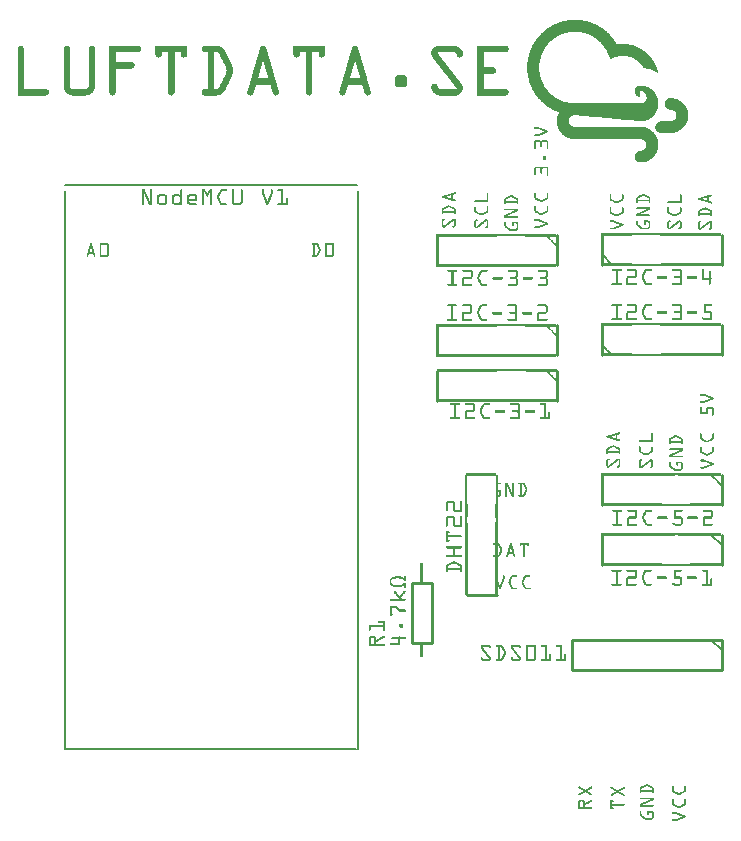
<source format=gto>
G04 MADE WITH FRITZING*
G04 WWW.FRITZING.ORG*
G04 DOUBLE SIDED*
G04 HOLES PLATED*
G04 CONTOUR ON CENTER OF CONTOUR VECTOR*
%ASAXBY*%
%FSLAX23Y23*%
%MOIN*%
%OFA0B0*%
%SFA1.0B1.0*%
%ADD10C,0.010000*%
%ADD11C,0.005000*%
%ADD12C,0.007960*%
%ADD13R,0.001000X0.001000*%
%LNSILK1*%
G90*
G70*
G54D10*
X1439Y836D02*
X1439Y636D01*
D02*
X1439Y636D02*
X1373Y636D01*
D02*
X1373Y636D02*
X1373Y836D01*
D02*
X1373Y836D02*
X1439Y836D01*
D02*
X2405Y1597D02*
X2405Y1697D01*
D02*
X2005Y1697D02*
X2005Y1597D01*
D02*
X2405Y1897D02*
X2405Y1997D01*
D02*
X2005Y1997D02*
X2005Y1897D01*
G54D11*
D02*
X2040Y1897D02*
X2005Y1932D01*
G54D10*
D02*
X2005Y1197D02*
X2005Y1097D01*
D02*
X2405Y1097D02*
X2405Y1197D01*
D02*
X1455Y1696D02*
X1455Y1596D01*
D02*
X1855Y1596D02*
X1855Y1696D01*
D02*
X1456Y1544D02*
X1456Y1444D01*
D02*
X1856Y1444D02*
X1856Y1544D01*
D02*
X1455Y1996D02*
X1455Y1896D01*
D02*
X1855Y1896D02*
X1855Y1996D01*
D02*
X2005Y997D02*
X2005Y897D01*
D02*
X2405Y897D02*
X2405Y997D01*
G54D11*
D02*
X2370Y997D02*
X2405Y962D01*
G54D10*
D02*
X1555Y796D02*
X1655Y796D01*
D02*
X2405Y647D02*
X1905Y647D01*
D02*
X1905Y647D02*
X1905Y547D01*
D02*
X1905Y547D02*
X2405Y547D01*
D02*
X2405Y547D02*
X2405Y647D01*
G54D11*
D02*
X2370Y647D02*
X2405Y612D01*
G54D12*
D02*
X216Y2143D02*
X216Y283D01*
D02*
X1192Y283D02*
X1192Y2143D01*
D02*
X216Y283D02*
X1186Y283D01*
D02*
X216Y2164D02*
X1189Y2164D01*
G54D13*
X1908Y2714D02*
X1923Y2714D01*
X1897Y2713D02*
X1936Y2713D01*
X1891Y2712D02*
X1942Y2712D01*
X1885Y2711D02*
X1948Y2711D01*
X1881Y2710D02*
X1952Y2710D01*
X1876Y2709D02*
X1956Y2709D01*
X1873Y2708D02*
X1960Y2708D01*
X1869Y2707D02*
X1963Y2707D01*
X1866Y2706D02*
X1966Y2706D01*
X1864Y2705D02*
X1970Y2705D01*
X1861Y2704D02*
X1972Y2704D01*
X1858Y2703D02*
X1975Y2703D01*
X1856Y2702D02*
X1977Y2702D01*
X1853Y2701D02*
X1980Y2701D01*
X1851Y2700D02*
X1982Y2700D01*
X1849Y2699D02*
X1984Y2699D01*
X1847Y2698D02*
X1986Y2698D01*
X1845Y2697D02*
X1988Y2697D01*
X1843Y2696D02*
X1990Y2696D01*
X1841Y2695D02*
X1992Y2695D01*
X1839Y2694D02*
X1994Y2694D01*
X1838Y2693D02*
X1995Y2693D01*
X1836Y2692D02*
X1997Y2692D01*
X1834Y2691D02*
X1999Y2691D01*
X1833Y2690D02*
X2000Y2690D01*
X1831Y2689D02*
X2002Y2689D01*
X1829Y2688D02*
X2003Y2688D01*
X1828Y2687D02*
X2005Y2687D01*
X1826Y2686D02*
X2007Y2686D01*
X1825Y2685D02*
X2008Y2685D01*
X1824Y2684D02*
X2009Y2684D01*
X1822Y2683D02*
X2011Y2683D01*
X1821Y2682D02*
X2012Y2682D01*
X1820Y2681D02*
X2013Y2681D01*
X1818Y2680D02*
X2015Y2680D01*
X1817Y2679D02*
X2016Y2679D01*
X1816Y2678D02*
X2017Y2678D01*
X1815Y2677D02*
X2018Y2677D01*
X1814Y2676D02*
X2019Y2676D01*
X1812Y2675D02*
X2021Y2675D01*
X1811Y2674D02*
X2022Y2674D01*
X1810Y2673D02*
X1901Y2673D01*
X1932Y2673D02*
X2023Y2673D01*
X1809Y2672D02*
X1894Y2672D01*
X1939Y2672D02*
X2024Y2672D01*
X1808Y2671D02*
X1889Y2671D01*
X1943Y2671D02*
X2025Y2671D01*
X1807Y2670D02*
X1885Y2670D01*
X1948Y2670D02*
X2026Y2670D01*
X1806Y2669D02*
X1882Y2669D01*
X1951Y2669D02*
X2027Y2669D01*
X1805Y2668D02*
X1878Y2668D01*
X1954Y2668D02*
X2028Y2668D01*
X1804Y2667D02*
X1875Y2667D01*
X1957Y2667D02*
X2029Y2667D01*
X1803Y2666D02*
X1873Y2666D01*
X1960Y2666D02*
X2030Y2666D01*
X1802Y2665D02*
X1870Y2665D01*
X1962Y2665D02*
X2031Y2665D01*
X1801Y2664D02*
X1868Y2664D01*
X1965Y2664D02*
X2032Y2664D01*
X1800Y2663D02*
X1866Y2663D01*
X1967Y2663D02*
X2033Y2663D01*
X1799Y2662D02*
X1863Y2662D01*
X1969Y2662D02*
X2034Y2662D01*
X1798Y2661D02*
X1861Y2661D01*
X1971Y2661D02*
X2035Y2661D01*
X1797Y2660D02*
X1860Y2660D01*
X1973Y2660D02*
X2036Y2660D01*
X1796Y2659D02*
X1858Y2659D01*
X1975Y2659D02*
X2037Y2659D01*
X1796Y2658D02*
X1856Y2658D01*
X1976Y2658D02*
X2037Y2658D01*
X1795Y2657D02*
X1854Y2657D01*
X1978Y2657D02*
X2038Y2657D01*
X1794Y2656D02*
X1853Y2656D01*
X1980Y2656D02*
X2039Y2656D01*
X1793Y2655D02*
X1851Y2655D01*
X1981Y2655D02*
X2040Y2655D01*
X1792Y2654D02*
X1849Y2654D01*
X1983Y2654D02*
X2041Y2654D01*
X1792Y2653D02*
X1848Y2653D01*
X1984Y2653D02*
X2041Y2653D01*
X1791Y2652D02*
X1847Y2652D01*
X1986Y2652D02*
X2042Y2652D01*
X1790Y2651D02*
X1845Y2651D01*
X1987Y2651D02*
X2043Y2651D01*
X1789Y2650D02*
X1844Y2650D01*
X1988Y2650D02*
X2044Y2650D01*
X1788Y2649D02*
X1843Y2649D01*
X1990Y2649D02*
X2044Y2649D01*
X1788Y2648D02*
X1841Y2648D01*
X1991Y2648D02*
X2045Y2648D01*
X1787Y2647D02*
X1840Y2647D01*
X1992Y2647D02*
X2046Y2647D01*
X1786Y2646D02*
X1839Y2646D01*
X1994Y2646D02*
X2046Y2646D01*
X1786Y2645D02*
X1838Y2645D01*
X1995Y2645D02*
X2047Y2645D01*
X1785Y2644D02*
X1837Y2644D01*
X1996Y2644D02*
X2048Y2644D01*
X1784Y2643D02*
X1835Y2643D01*
X1997Y2643D02*
X2049Y2643D01*
X1784Y2642D02*
X1834Y2642D01*
X1998Y2642D02*
X2049Y2642D01*
X1783Y2641D02*
X1833Y2641D01*
X1999Y2641D02*
X2050Y2641D01*
X1782Y2640D02*
X1832Y2640D01*
X2000Y2640D02*
X2050Y2640D01*
X1782Y2639D02*
X1831Y2639D01*
X2001Y2639D02*
X2051Y2639D01*
X1781Y2638D02*
X1830Y2638D01*
X2002Y2638D02*
X2052Y2638D01*
X1780Y2637D02*
X1829Y2637D01*
X2003Y2637D02*
X2052Y2637D01*
X1780Y2636D02*
X1828Y2636D01*
X2004Y2636D02*
X2053Y2636D01*
X1779Y2635D02*
X1827Y2635D01*
X2005Y2635D02*
X2053Y2635D01*
X1779Y2634D02*
X1827Y2634D01*
X2006Y2634D02*
X2054Y2634D01*
X1778Y2633D02*
X1826Y2633D01*
X2007Y2633D02*
X2055Y2633D01*
X2060Y2633D02*
X2089Y2633D01*
X1778Y2632D02*
X1825Y2632D01*
X2008Y2632D02*
X2096Y2632D01*
X1777Y2631D02*
X1824Y2631D01*
X2008Y2631D02*
X2101Y2631D01*
X1776Y2630D02*
X1823Y2630D01*
X2009Y2630D02*
X2105Y2630D01*
X1776Y2629D02*
X1822Y2629D01*
X2010Y2629D02*
X2109Y2629D01*
X1775Y2628D02*
X1822Y2628D01*
X2011Y2628D02*
X2112Y2628D01*
X67Y2627D02*
X70Y2627D01*
X221Y2627D02*
X223Y2627D01*
X305Y2627D02*
X308Y2627D01*
X365Y2627D02*
X461Y2627D01*
X519Y2627D02*
X623Y2627D01*
X680Y2627D02*
X723Y2627D01*
X875Y2627D02*
X878Y2627D01*
X978Y2627D02*
X1082Y2627D01*
X1182Y2627D02*
X1185Y2627D01*
X1459Y2627D02*
X1517Y2627D01*
X1591Y2627D02*
X1687Y2627D01*
X1775Y2627D02*
X1821Y2627D01*
X2012Y2627D02*
X2115Y2627D01*
X64Y2626D02*
X73Y2626D01*
X218Y2626D02*
X226Y2626D01*
X302Y2626D02*
X310Y2626D01*
X365Y2626D02*
X464Y2626D01*
X518Y2626D02*
X623Y2626D01*
X677Y2626D02*
X729Y2626D01*
X872Y2626D02*
X881Y2626D01*
X978Y2626D02*
X1083Y2626D01*
X1179Y2626D02*
X1188Y2626D01*
X1454Y2626D02*
X1522Y2626D01*
X1591Y2626D02*
X1689Y2626D01*
X1774Y2626D02*
X1820Y2626D01*
X2013Y2626D02*
X2118Y2626D01*
X63Y2625D02*
X75Y2625D01*
X216Y2625D02*
X228Y2625D01*
X300Y2625D02*
X312Y2625D01*
X365Y2625D02*
X465Y2625D01*
X518Y2625D02*
X623Y2625D01*
X676Y2625D02*
X732Y2625D01*
X871Y2625D02*
X883Y2625D01*
X978Y2625D02*
X1083Y2625D01*
X1177Y2625D02*
X1189Y2625D01*
X1452Y2625D02*
X1524Y2625D01*
X1591Y2625D02*
X1691Y2625D01*
X1774Y2625D02*
X1819Y2625D01*
X2013Y2625D02*
X2120Y2625D01*
X62Y2624D02*
X76Y2624D01*
X215Y2624D02*
X229Y2624D01*
X299Y2624D02*
X313Y2624D01*
X365Y2624D02*
X466Y2624D01*
X518Y2624D02*
X623Y2624D01*
X675Y2624D02*
X734Y2624D01*
X870Y2624D02*
X884Y2624D01*
X978Y2624D02*
X1083Y2624D01*
X1176Y2624D02*
X1191Y2624D01*
X1450Y2624D02*
X1526Y2624D01*
X1591Y2624D02*
X1692Y2624D01*
X1773Y2624D02*
X1819Y2624D01*
X2014Y2624D02*
X2122Y2624D01*
X61Y2623D02*
X77Y2623D01*
X214Y2623D02*
X230Y2623D01*
X298Y2623D02*
X314Y2623D01*
X365Y2623D02*
X467Y2623D01*
X518Y2623D02*
X623Y2623D01*
X674Y2623D02*
X736Y2623D01*
X869Y2623D02*
X885Y2623D01*
X978Y2623D02*
X1083Y2623D01*
X1175Y2623D02*
X1191Y2623D01*
X1448Y2623D02*
X1528Y2623D01*
X1591Y2623D02*
X1693Y2623D01*
X1773Y2623D02*
X1818Y2623D01*
X2015Y2623D02*
X2125Y2623D01*
X60Y2622D02*
X77Y2622D01*
X213Y2622D02*
X231Y2622D01*
X298Y2622D02*
X315Y2622D01*
X365Y2622D02*
X468Y2622D01*
X518Y2622D02*
X623Y2622D01*
X673Y2622D02*
X738Y2622D01*
X868Y2622D02*
X886Y2622D01*
X978Y2622D02*
X1083Y2622D01*
X1175Y2622D02*
X1192Y2622D01*
X1447Y2622D02*
X1530Y2622D01*
X1591Y2622D02*
X1694Y2622D01*
X1772Y2622D02*
X1817Y2622D01*
X2015Y2622D02*
X2127Y2622D01*
X60Y2621D02*
X78Y2621D01*
X213Y2621D02*
X231Y2621D01*
X297Y2621D02*
X315Y2621D01*
X365Y2621D02*
X469Y2621D01*
X518Y2621D02*
X623Y2621D01*
X673Y2621D02*
X739Y2621D01*
X868Y2621D02*
X886Y2621D01*
X978Y2621D02*
X1083Y2621D01*
X1174Y2621D02*
X1193Y2621D01*
X1446Y2621D02*
X1531Y2621D01*
X1591Y2621D02*
X1694Y2621D01*
X1772Y2621D02*
X1817Y2621D01*
X2016Y2621D02*
X2129Y2621D01*
X59Y2620D02*
X78Y2620D01*
X212Y2620D02*
X232Y2620D01*
X297Y2620D02*
X316Y2620D01*
X365Y2620D02*
X469Y2620D01*
X518Y2620D02*
X623Y2620D01*
X672Y2620D02*
X740Y2620D01*
X867Y2620D02*
X887Y2620D01*
X978Y2620D02*
X1083Y2620D01*
X1174Y2620D02*
X1193Y2620D01*
X1445Y2620D02*
X1532Y2620D01*
X1591Y2620D02*
X1695Y2620D01*
X1772Y2620D02*
X1816Y2620D01*
X2017Y2620D02*
X2131Y2620D01*
X59Y2619D02*
X79Y2619D01*
X212Y2619D02*
X232Y2619D01*
X296Y2619D02*
X316Y2619D01*
X365Y2619D02*
X469Y2619D01*
X518Y2619D02*
X623Y2619D01*
X672Y2619D02*
X742Y2619D01*
X867Y2619D02*
X887Y2619D01*
X978Y2619D02*
X1083Y2619D01*
X1173Y2619D02*
X1193Y2619D01*
X1444Y2619D02*
X1533Y2619D01*
X1591Y2619D02*
X1695Y2619D01*
X1771Y2619D02*
X1815Y2619D01*
X2017Y2619D02*
X2132Y2619D01*
X59Y2618D02*
X79Y2618D01*
X212Y2618D02*
X232Y2618D01*
X296Y2618D02*
X316Y2618D01*
X365Y2618D02*
X469Y2618D01*
X518Y2618D02*
X623Y2618D01*
X672Y2618D02*
X743Y2618D01*
X867Y2618D02*
X887Y2618D01*
X978Y2618D02*
X1083Y2618D01*
X1173Y2618D02*
X1194Y2618D01*
X1443Y2618D02*
X1534Y2618D01*
X1591Y2618D02*
X1695Y2618D01*
X1771Y2618D02*
X1815Y2618D01*
X2018Y2618D02*
X2134Y2618D01*
X59Y2617D02*
X79Y2617D01*
X212Y2617D02*
X232Y2617D01*
X296Y2617D02*
X316Y2617D01*
X365Y2617D02*
X470Y2617D01*
X518Y2617D02*
X623Y2617D01*
X672Y2617D02*
X744Y2617D01*
X866Y2617D02*
X887Y2617D01*
X978Y2617D02*
X1083Y2617D01*
X1173Y2617D02*
X1194Y2617D01*
X1442Y2617D02*
X1535Y2617D01*
X1591Y2617D02*
X1695Y2617D01*
X1770Y2617D02*
X1814Y2617D01*
X2019Y2617D02*
X2136Y2617D01*
X59Y2616D02*
X79Y2616D01*
X212Y2616D02*
X232Y2616D01*
X296Y2616D02*
X316Y2616D01*
X365Y2616D02*
X470Y2616D01*
X518Y2616D02*
X623Y2616D01*
X672Y2616D02*
X745Y2616D01*
X866Y2616D02*
X888Y2616D01*
X978Y2616D02*
X1083Y2616D01*
X1173Y2616D02*
X1194Y2616D01*
X1441Y2616D02*
X1536Y2616D01*
X1591Y2616D02*
X1695Y2616D01*
X1770Y2616D02*
X1813Y2616D01*
X2019Y2616D02*
X2138Y2616D01*
X59Y2615D02*
X79Y2615D01*
X212Y2615D02*
X232Y2615D01*
X296Y2615D02*
X316Y2615D01*
X365Y2615D02*
X469Y2615D01*
X518Y2615D02*
X623Y2615D01*
X672Y2615D02*
X745Y2615D01*
X866Y2615D02*
X888Y2615D01*
X978Y2615D02*
X1083Y2615D01*
X1172Y2615D02*
X1194Y2615D01*
X1441Y2615D02*
X1537Y2615D01*
X1591Y2615D02*
X1695Y2615D01*
X1769Y2615D02*
X1813Y2615D01*
X2020Y2615D02*
X2139Y2615D01*
X59Y2614D02*
X79Y2614D01*
X212Y2614D02*
X232Y2614D01*
X296Y2614D02*
X316Y2614D01*
X365Y2614D02*
X469Y2614D01*
X518Y2614D02*
X623Y2614D01*
X672Y2614D02*
X746Y2614D01*
X865Y2614D02*
X888Y2614D01*
X978Y2614D02*
X1083Y2614D01*
X1172Y2614D02*
X1195Y2614D01*
X1440Y2614D02*
X1537Y2614D01*
X1591Y2614D02*
X1695Y2614D01*
X1769Y2614D02*
X1812Y2614D01*
X2020Y2614D02*
X2141Y2614D01*
X59Y2613D02*
X79Y2613D01*
X212Y2613D02*
X232Y2613D01*
X296Y2613D02*
X316Y2613D01*
X365Y2613D02*
X469Y2613D01*
X518Y2613D02*
X623Y2613D01*
X672Y2613D02*
X747Y2613D01*
X865Y2613D02*
X889Y2613D01*
X978Y2613D02*
X1083Y2613D01*
X1172Y2613D02*
X1195Y2613D01*
X1440Y2613D02*
X1538Y2613D01*
X1591Y2613D02*
X1695Y2613D01*
X1769Y2613D02*
X1812Y2613D01*
X2021Y2613D02*
X2142Y2613D01*
X59Y2612D02*
X79Y2612D01*
X212Y2612D02*
X232Y2612D01*
X296Y2612D02*
X316Y2612D01*
X365Y2612D02*
X469Y2612D01*
X518Y2612D02*
X623Y2612D01*
X673Y2612D02*
X748Y2612D01*
X865Y2612D02*
X889Y2612D01*
X978Y2612D02*
X1083Y2612D01*
X1171Y2612D02*
X1195Y2612D01*
X1439Y2612D02*
X1539Y2612D01*
X1591Y2612D02*
X1694Y2612D01*
X1768Y2612D02*
X1811Y2612D01*
X2022Y2612D02*
X2144Y2612D01*
X59Y2611D02*
X79Y2611D01*
X212Y2611D02*
X232Y2611D01*
X296Y2611D02*
X316Y2611D01*
X365Y2611D02*
X468Y2611D01*
X518Y2611D02*
X623Y2611D01*
X673Y2611D02*
X748Y2611D01*
X865Y2611D02*
X889Y2611D01*
X978Y2611D02*
X1083Y2611D01*
X1171Y2611D02*
X1196Y2611D01*
X1439Y2611D02*
X1539Y2611D01*
X1591Y2611D02*
X1694Y2611D01*
X1768Y2611D02*
X1811Y2611D01*
X2022Y2611D02*
X2145Y2611D01*
X59Y2610D02*
X79Y2610D01*
X212Y2610D02*
X232Y2610D01*
X296Y2610D02*
X316Y2610D01*
X365Y2610D02*
X467Y2610D01*
X518Y2610D02*
X623Y2610D01*
X674Y2610D02*
X749Y2610D01*
X864Y2610D02*
X889Y2610D01*
X978Y2610D02*
X1083Y2610D01*
X1171Y2610D02*
X1196Y2610D01*
X1438Y2610D02*
X1540Y2610D01*
X1591Y2610D02*
X1693Y2610D01*
X1767Y2610D02*
X1810Y2610D01*
X2023Y2610D02*
X2146Y2610D01*
X59Y2609D02*
X79Y2609D01*
X212Y2609D02*
X232Y2609D01*
X296Y2609D02*
X316Y2609D01*
X365Y2609D02*
X466Y2609D01*
X518Y2609D02*
X623Y2609D01*
X675Y2609D02*
X749Y2609D01*
X864Y2609D02*
X890Y2609D01*
X978Y2609D02*
X1083Y2609D01*
X1170Y2609D02*
X1196Y2609D01*
X1438Y2609D02*
X1540Y2609D01*
X1591Y2609D02*
X1692Y2609D01*
X1767Y2609D02*
X1810Y2609D01*
X2023Y2609D02*
X2148Y2609D01*
X59Y2608D02*
X79Y2608D01*
X212Y2608D02*
X232Y2608D01*
X296Y2608D02*
X316Y2608D01*
X365Y2608D02*
X465Y2608D01*
X518Y2608D02*
X623Y2608D01*
X676Y2608D02*
X750Y2608D01*
X864Y2608D02*
X890Y2608D01*
X978Y2608D02*
X1083Y2608D01*
X1170Y2608D02*
X1196Y2608D01*
X1438Y2608D02*
X1541Y2608D01*
X1591Y2608D02*
X1691Y2608D01*
X1767Y2608D02*
X1809Y2608D01*
X2024Y2608D02*
X2149Y2608D01*
X59Y2607D02*
X79Y2607D01*
X212Y2607D02*
X232Y2607D01*
X296Y2607D02*
X316Y2607D01*
X365Y2607D02*
X464Y2607D01*
X518Y2607D02*
X623Y2607D01*
X677Y2607D02*
X750Y2607D01*
X863Y2607D02*
X890Y2607D01*
X978Y2607D02*
X1083Y2607D01*
X1170Y2607D02*
X1197Y2607D01*
X1438Y2607D02*
X1541Y2607D01*
X1591Y2607D02*
X1689Y2607D01*
X1766Y2607D02*
X1809Y2607D01*
X2024Y2607D02*
X2150Y2607D01*
X59Y2606D02*
X79Y2606D01*
X212Y2606D02*
X232Y2606D01*
X296Y2606D02*
X316Y2606D01*
X365Y2606D02*
X461Y2606D01*
X518Y2606D02*
X623Y2606D01*
X680Y2606D02*
X751Y2606D01*
X863Y2606D02*
X891Y2606D01*
X978Y2606D02*
X1083Y2606D01*
X1170Y2606D02*
X1197Y2606D01*
X1438Y2606D02*
X1541Y2606D01*
X1591Y2606D02*
X1687Y2606D01*
X1766Y2606D02*
X1808Y2606D01*
X2025Y2606D02*
X2152Y2606D01*
X59Y2605D02*
X79Y2605D01*
X212Y2605D02*
X232Y2605D01*
X296Y2605D02*
X316Y2605D01*
X365Y2605D02*
X386Y2605D01*
X518Y2605D02*
X539Y2605D01*
X560Y2605D02*
X581Y2605D01*
X602Y2605D02*
X623Y2605D01*
X693Y2605D02*
X713Y2605D01*
X726Y2605D02*
X751Y2605D01*
X863Y2605D02*
X891Y2605D01*
X978Y2605D02*
X998Y2605D01*
X1020Y2605D02*
X1040Y2605D01*
X1062Y2605D02*
X1083Y2605D01*
X1169Y2605D02*
X1197Y2605D01*
X1438Y2605D02*
X1458Y2605D01*
X1518Y2605D02*
X1541Y2605D01*
X1591Y2605D02*
X1611Y2605D01*
X1766Y2605D02*
X1808Y2605D01*
X2025Y2605D02*
X2153Y2605D01*
X59Y2604D02*
X79Y2604D01*
X212Y2604D02*
X232Y2604D01*
X296Y2604D02*
X316Y2604D01*
X365Y2604D02*
X386Y2604D01*
X518Y2604D02*
X539Y2604D01*
X560Y2604D02*
X581Y2604D01*
X602Y2604D02*
X623Y2604D01*
X693Y2604D02*
X713Y2604D01*
X727Y2604D02*
X752Y2604D01*
X863Y2604D02*
X891Y2604D01*
X978Y2604D02*
X998Y2604D01*
X1020Y2604D02*
X1040Y2604D01*
X1062Y2604D02*
X1083Y2604D01*
X1169Y2604D02*
X1198Y2604D01*
X1438Y2604D02*
X1458Y2604D01*
X1519Y2604D02*
X1542Y2604D01*
X1591Y2604D02*
X1611Y2604D01*
X1765Y2604D02*
X1807Y2604D01*
X2026Y2604D02*
X2154Y2604D01*
X59Y2603D02*
X79Y2603D01*
X212Y2603D02*
X232Y2603D01*
X296Y2603D02*
X316Y2603D01*
X365Y2603D02*
X386Y2603D01*
X518Y2603D02*
X539Y2603D01*
X560Y2603D02*
X581Y2603D01*
X602Y2603D02*
X623Y2603D01*
X693Y2603D02*
X713Y2603D01*
X729Y2603D02*
X752Y2603D01*
X862Y2603D02*
X892Y2603D01*
X978Y2603D02*
X998Y2603D01*
X1020Y2603D02*
X1040Y2603D01*
X1062Y2603D02*
X1083Y2603D01*
X1169Y2603D02*
X1198Y2603D01*
X1438Y2603D02*
X1458Y2603D01*
X1520Y2603D02*
X1542Y2603D01*
X1591Y2603D02*
X1611Y2603D01*
X1765Y2603D02*
X1807Y2603D01*
X2026Y2603D02*
X2155Y2603D01*
X59Y2602D02*
X79Y2602D01*
X212Y2602D02*
X232Y2602D01*
X296Y2602D02*
X316Y2602D01*
X365Y2602D02*
X386Y2602D01*
X518Y2602D02*
X539Y2602D01*
X560Y2602D02*
X581Y2602D01*
X602Y2602D02*
X623Y2602D01*
X693Y2602D02*
X713Y2602D01*
X730Y2602D02*
X753Y2602D01*
X862Y2602D02*
X892Y2602D01*
X978Y2602D02*
X998Y2602D01*
X1020Y2602D02*
X1040Y2602D01*
X1062Y2602D02*
X1083Y2602D01*
X1168Y2602D02*
X1198Y2602D01*
X1438Y2602D02*
X1458Y2602D01*
X1521Y2602D02*
X1542Y2602D01*
X1591Y2602D02*
X1611Y2602D01*
X1765Y2602D02*
X1806Y2602D01*
X2027Y2602D02*
X2156Y2602D01*
X59Y2601D02*
X79Y2601D01*
X212Y2601D02*
X232Y2601D01*
X296Y2601D02*
X316Y2601D01*
X365Y2601D02*
X386Y2601D01*
X518Y2601D02*
X539Y2601D01*
X560Y2601D02*
X581Y2601D01*
X602Y2601D02*
X623Y2601D01*
X693Y2601D02*
X713Y2601D01*
X730Y2601D02*
X753Y2601D01*
X862Y2601D02*
X892Y2601D01*
X978Y2601D02*
X998Y2601D01*
X1020Y2601D02*
X1040Y2601D01*
X1062Y2601D02*
X1083Y2601D01*
X1168Y2601D02*
X1199Y2601D01*
X1438Y2601D02*
X1459Y2601D01*
X1521Y2601D02*
X1542Y2601D01*
X1591Y2601D02*
X1611Y2601D01*
X1764Y2601D02*
X1806Y2601D01*
X2027Y2601D02*
X2157Y2601D01*
X59Y2600D02*
X79Y2600D01*
X212Y2600D02*
X232Y2600D01*
X296Y2600D02*
X316Y2600D01*
X365Y2600D02*
X386Y2600D01*
X518Y2600D02*
X539Y2600D01*
X560Y2600D02*
X581Y2600D01*
X602Y2600D02*
X623Y2600D01*
X693Y2600D02*
X713Y2600D01*
X731Y2600D02*
X754Y2600D01*
X861Y2600D02*
X892Y2600D01*
X978Y2600D02*
X998Y2600D01*
X1020Y2600D02*
X1040Y2600D01*
X1062Y2600D02*
X1083Y2600D01*
X1168Y2600D02*
X1199Y2600D01*
X1438Y2600D02*
X1460Y2600D01*
X1522Y2600D02*
X1542Y2600D01*
X1591Y2600D02*
X1611Y2600D01*
X1764Y2600D02*
X1806Y2600D01*
X2028Y2600D02*
X2158Y2600D01*
X59Y2599D02*
X79Y2599D01*
X212Y2599D02*
X232Y2599D01*
X296Y2599D02*
X316Y2599D01*
X365Y2599D02*
X386Y2599D01*
X518Y2599D02*
X539Y2599D01*
X560Y2599D02*
X581Y2599D01*
X602Y2599D02*
X623Y2599D01*
X693Y2599D02*
X713Y2599D01*
X731Y2599D02*
X754Y2599D01*
X861Y2599D02*
X893Y2599D01*
X978Y2599D02*
X998Y2599D01*
X1020Y2599D02*
X1040Y2599D01*
X1062Y2599D02*
X1083Y2599D01*
X1168Y2599D02*
X1199Y2599D01*
X1438Y2599D02*
X1460Y2599D01*
X1522Y2599D02*
X1542Y2599D01*
X1591Y2599D02*
X1611Y2599D01*
X1764Y2599D02*
X1805Y2599D01*
X2028Y2599D02*
X2159Y2599D01*
X59Y2598D02*
X79Y2598D01*
X212Y2598D02*
X232Y2598D01*
X296Y2598D02*
X316Y2598D01*
X365Y2598D02*
X386Y2598D01*
X518Y2598D02*
X539Y2598D01*
X560Y2598D02*
X581Y2598D01*
X602Y2598D02*
X623Y2598D01*
X693Y2598D02*
X713Y2598D01*
X732Y2598D02*
X755Y2598D01*
X861Y2598D02*
X893Y2598D01*
X978Y2598D02*
X998Y2598D01*
X1020Y2598D02*
X1040Y2598D01*
X1062Y2598D02*
X1082Y2598D01*
X1167Y2598D02*
X1199Y2598D01*
X1438Y2598D02*
X1461Y2598D01*
X1522Y2598D02*
X1542Y2598D01*
X1591Y2598D02*
X1611Y2598D01*
X1764Y2598D02*
X1805Y2598D01*
X2028Y2598D02*
X2160Y2598D01*
X59Y2597D02*
X79Y2597D01*
X212Y2597D02*
X232Y2597D01*
X296Y2597D02*
X316Y2597D01*
X365Y2597D02*
X386Y2597D01*
X518Y2597D02*
X539Y2597D01*
X560Y2597D02*
X581Y2597D01*
X603Y2597D02*
X623Y2597D01*
X693Y2597D02*
X713Y2597D01*
X732Y2597D02*
X755Y2597D01*
X861Y2597D02*
X893Y2597D01*
X978Y2597D02*
X998Y2597D01*
X1020Y2597D02*
X1040Y2597D01*
X1062Y2597D02*
X1082Y2597D01*
X1167Y2597D02*
X1200Y2597D01*
X1438Y2597D02*
X1462Y2597D01*
X1522Y2597D02*
X1542Y2597D01*
X1591Y2597D02*
X1611Y2597D01*
X1763Y2597D02*
X1804Y2597D01*
X2029Y2597D02*
X2161Y2597D01*
X59Y2596D02*
X79Y2596D01*
X212Y2596D02*
X232Y2596D01*
X296Y2596D02*
X316Y2596D01*
X365Y2596D02*
X386Y2596D01*
X519Y2596D02*
X538Y2596D01*
X560Y2596D02*
X581Y2596D01*
X603Y2596D02*
X623Y2596D01*
X693Y2596D02*
X713Y2596D01*
X733Y2596D02*
X756Y2596D01*
X860Y2596D02*
X894Y2596D01*
X978Y2596D02*
X998Y2596D01*
X1020Y2596D02*
X1040Y2596D01*
X1062Y2596D02*
X1082Y2596D01*
X1167Y2596D02*
X1200Y2596D01*
X1439Y2596D02*
X1463Y2596D01*
X1522Y2596D02*
X1542Y2596D01*
X1591Y2596D02*
X1611Y2596D01*
X1763Y2596D02*
X1804Y2596D01*
X2029Y2596D02*
X2162Y2596D01*
X59Y2595D02*
X79Y2595D01*
X212Y2595D02*
X232Y2595D01*
X296Y2595D02*
X316Y2595D01*
X365Y2595D02*
X386Y2595D01*
X519Y2595D02*
X538Y2595D01*
X560Y2595D02*
X581Y2595D01*
X603Y2595D02*
X622Y2595D01*
X693Y2595D02*
X713Y2595D01*
X733Y2595D02*
X756Y2595D01*
X860Y2595D02*
X894Y2595D01*
X979Y2595D02*
X998Y2595D01*
X1020Y2595D02*
X1040Y2595D01*
X1063Y2595D02*
X1082Y2595D01*
X1166Y2595D02*
X1200Y2595D01*
X1439Y2595D02*
X1464Y2595D01*
X1522Y2595D02*
X1542Y2595D01*
X1591Y2595D02*
X1611Y2595D01*
X1763Y2595D02*
X1804Y2595D01*
X2029Y2595D02*
X2163Y2595D01*
X59Y2594D02*
X79Y2594D01*
X212Y2594D02*
X232Y2594D01*
X296Y2594D02*
X316Y2594D01*
X365Y2594D02*
X386Y2594D01*
X519Y2594D02*
X538Y2594D01*
X560Y2594D02*
X581Y2594D01*
X603Y2594D02*
X622Y2594D01*
X693Y2594D02*
X713Y2594D01*
X734Y2594D02*
X757Y2594D01*
X860Y2594D02*
X894Y2594D01*
X979Y2594D02*
X997Y2594D01*
X1020Y2594D02*
X1040Y2594D01*
X1063Y2594D02*
X1081Y2594D01*
X1166Y2594D02*
X1201Y2594D01*
X1439Y2594D02*
X1464Y2594D01*
X1523Y2594D02*
X1541Y2594D01*
X1591Y2594D02*
X1611Y2594D01*
X1762Y2594D02*
X1803Y2594D01*
X2030Y2594D02*
X2164Y2594D01*
X59Y2593D02*
X79Y2593D01*
X212Y2593D02*
X232Y2593D01*
X296Y2593D02*
X316Y2593D01*
X365Y2593D02*
X386Y2593D01*
X520Y2593D02*
X537Y2593D01*
X560Y2593D02*
X581Y2593D01*
X604Y2593D02*
X621Y2593D01*
X693Y2593D02*
X713Y2593D01*
X734Y2593D02*
X757Y2593D01*
X859Y2593D02*
X894Y2593D01*
X979Y2593D02*
X997Y2593D01*
X1020Y2593D02*
X1040Y2593D01*
X1064Y2593D02*
X1081Y2593D01*
X1166Y2593D02*
X1201Y2593D01*
X1440Y2593D02*
X1465Y2593D01*
X1523Y2593D02*
X1541Y2593D01*
X1591Y2593D02*
X1611Y2593D01*
X1762Y2593D02*
X1803Y2593D01*
X2030Y2593D02*
X2068Y2593D01*
X2085Y2593D02*
X2165Y2593D01*
X59Y2592D02*
X79Y2592D01*
X212Y2592D02*
X232Y2592D01*
X296Y2592D02*
X316Y2592D01*
X365Y2592D02*
X386Y2592D01*
X521Y2592D02*
X536Y2592D01*
X560Y2592D02*
X581Y2592D01*
X605Y2592D02*
X621Y2592D01*
X693Y2592D02*
X713Y2592D01*
X735Y2592D02*
X758Y2592D01*
X859Y2592D02*
X895Y2592D01*
X980Y2592D02*
X996Y2592D01*
X1020Y2592D02*
X1040Y2592D01*
X1064Y2592D02*
X1080Y2592D01*
X1165Y2592D02*
X1201Y2592D01*
X1440Y2592D02*
X1466Y2592D01*
X1524Y2592D02*
X1540Y2592D01*
X1591Y2592D02*
X1611Y2592D01*
X1762Y2592D02*
X1803Y2592D01*
X2031Y2592D02*
X2060Y2592D01*
X2092Y2592D02*
X2166Y2592D01*
X59Y2591D02*
X79Y2591D01*
X212Y2591D02*
X232Y2591D01*
X296Y2591D02*
X316Y2591D01*
X365Y2591D02*
X386Y2591D01*
X521Y2591D02*
X536Y2591D01*
X560Y2591D02*
X581Y2591D01*
X605Y2591D02*
X620Y2591D01*
X693Y2591D02*
X713Y2591D01*
X735Y2591D02*
X758Y2591D01*
X859Y2591D02*
X895Y2591D01*
X981Y2591D02*
X995Y2591D01*
X1020Y2591D02*
X1040Y2591D01*
X1065Y2591D02*
X1079Y2591D01*
X1165Y2591D02*
X1201Y2591D01*
X1441Y2591D02*
X1467Y2591D01*
X1525Y2591D02*
X1539Y2591D01*
X1591Y2591D02*
X1611Y2591D01*
X1762Y2591D02*
X1802Y2591D01*
X2031Y2591D02*
X2056Y2591D01*
X2096Y2591D02*
X2167Y2591D01*
X59Y2590D02*
X79Y2590D01*
X212Y2590D02*
X232Y2590D01*
X296Y2590D02*
X316Y2590D01*
X365Y2590D02*
X386Y2590D01*
X522Y2590D02*
X534Y2590D01*
X560Y2590D02*
X581Y2590D01*
X607Y2590D02*
X619Y2590D01*
X693Y2590D02*
X713Y2590D01*
X736Y2590D02*
X759Y2590D01*
X858Y2590D02*
X895Y2590D01*
X982Y2590D02*
X994Y2590D01*
X1020Y2590D02*
X1040Y2590D01*
X1066Y2590D02*
X1078Y2590D01*
X1165Y2590D02*
X1202Y2590D01*
X1441Y2590D02*
X1467Y2590D01*
X1526Y2590D02*
X1538Y2590D01*
X1591Y2590D02*
X1611Y2590D01*
X1761Y2590D02*
X1802Y2590D01*
X2031Y2590D02*
X2052Y2590D01*
X2100Y2590D02*
X2168Y2590D01*
X59Y2589D02*
X79Y2589D01*
X212Y2589D02*
X232Y2589D01*
X296Y2589D02*
X316Y2589D01*
X365Y2589D02*
X386Y2589D01*
X524Y2589D02*
X533Y2589D01*
X560Y2589D02*
X581Y2589D01*
X608Y2589D02*
X617Y2589D01*
X693Y2589D02*
X713Y2589D01*
X736Y2589D02*
X759Y2589D01*
X858Y2589D02*
X896Y2589D01*
X984Y2589D02*
X992Y2589D01*
X1020Y2589D02*
X1040Y2589D01*
X1068Y2589D02*
X1077Y2589D01*
X1165Y2589D02*
X1202Y2589D01*
X1442Y2589D02*
X1468Y2589D01*
X1527Y2589D02*
X1536Y2589D01*
X1591Y2589D02*
X1611Y2589D01*
X1761Y2589D02*
X1802Y2589D01*
X2031Y2589D02*
X2049Y2589D01*
X2103Y2589D02*
X2168Y2589D01*
X59Y2588D02*
X79Y2588D01*
X212Y2588D02*
X232Y2588D01*
X296Y2588D02*
X316Y2588D01*
X365Y2588D02*
X386Y2588D01*
X527Y2588D02*
X530Y2588D01*
X560Y2588D02*
X581Y2588D01*
X611Y2588D02*
X614Y2588D01*
X693Y2588D02*
X713Y2588D01*
X737Y2588D02*
X760Y2588D01*
X858Y2588D02*
X896Y2588D01*
X986Y2588D02*
X990Y2588D01*
X1020Y2588D02*
X1040Y2588D01*
X1070Y2588D02*
X1074Y2588D01*
X1164Y2588D02*
X1202Y2588D01*
X1443Y2588D02*
X1469Y2588D01*
X1530Y2588D02*
X1534Y2588D01*
X1591Y2588D02*
X1611Y2588D01*
X1761Y2588D02*
X1801Y2588D01*
X2032Y2588D02*
X2046Y2588D01*
X2106Y2588D02*
X2169Y2588D01*
X59Y2587D02*
X79Y2587D01*
X212Y2587D02*
X232Y2587D01*
X296Y2587D02*
X316Y2587D01*
X365Y2587D02*
X386Y2587D01*
X560Y2587D02*
X581Y2587D01*
X693Y2587D02*
X713Y2587D01*
X737Y2587D02*
X760Y2587D01*
X858Y2587D02*
X896Y2587D01*
X1020Y2587D02*
X1040Y2587D01*
X1164Y2587D02*
X1203Y2587D01*
X1443Y2587D02*
X1470Y2587D01*
X1591Y2587D02*
X1611Y2587D01*
X1761Y2587D02*
X1801Y2587D01*
X2032Y2587D02*
X2044Y2587D01*
X2108Y2587D02*
X2170Y2587D01*
X59Y2586D02*
X79Y2586D01*
X212Y2586D02*
X232Y2586D01*
X296Y2586D02*
X316Y2586D01*
X365Y2586D02*
X386Y2586D01*
X560Y2586D02*
X581Y2586D01*
X693Y2586D02*
X713Y2586D01*
X738Y2586D02*
X761Y2586D01*
X857Y2586D02*
X896Y2586D01*
X1020Y2586D02*
X1040Y2586D01*
X1164Y2586D02*
X1203Y2586D01*
X1444Y2586D02*
X1471Y2586D01*
X1591Y2586D02*
X1611Y2586D01*
X1761Y2586D02*
X1801Y2586D01*
X2032Y2586D02*
X2042Y2586D01*
X2110Y2586D02*
X2171Y2586D01*
X59Y2585D02*
X79Y2585D01*
X212Y2585D02*
X232Y2585D01*
X296Y2585D02*
X316Y2585D01*
X365Y2585D02*
X386Y2585D01*
X560Y2585D02*
X581Y2585D01*
X693Y2585D02*
X713Y2585D01*
X738Y2585D02*
X761Y2585D01*
X857Y2585D02*
X897Y2585D01*
X1020Y2585D02*
X1040Y2585D01*
X1163Y2585D02*
X1203Y2585D01*
X1445Y2585D02*
X1471Y2585D01*
X1591Y2585D02*
X1611Y2585D01*
X1760Y2585D02*
X1801Y2585D01*
X2033Y2585D02*
X2040Y2585D01*
X2113Y2585D02*
X2171Y2585D01*
X59Y2584D02*
X79Y2584D01*
X212Y2584D02*
X232Y2584D01*
X296Y2584D02*
X316Y2584D01*
X365Y2584D02*
X386Y2584D01*
X560Y2584D02*
X581Y2584D01*
X693Y2584D02*
X713Y2584D01*
X739Y2584D02*
X762Y2584D01*
X857Y2584D02*
X897Y2584D01*
X1020Y2584D02*
X1040Y2584D01*
X1163Y2584D02*
X1203Y2584D01*
X1446Y2584D02*
X1472Y2584D01*
X1591Y2584D02*
X1611Y2584D01*
X1760Y2584D02*
X1800Y2584D01*
X2033Y2584D02*
X2038Y2584D01*
X2114Y2584D02*
X2172Y2584D01*
X59Y2583D02*
X79Y2583D01*
X212Y2583D02*
X232Y2583D01*
X296Y2583D02*
X316Y2583D01*
X365Y2583D02*
X386Y2583D01*
X560Y2583D02*
X581Y2583D01*
X693Y2583D02*
X713Y2583D01*
X739Y2583D02*
X762Y2583D01*
X856Y2583D02*
X897Y2583D01*
X1020Y2583D02*
X1040Y2583D01*
X1163Y2583D02*
X1204Y2583D01*
X1447Y2583D02*
X1473Y2583D01*
X1591Y2583D02*
X1611Y2583D01*
X1760Y2583D02*
X1800Y2583D01*
X2033Y2583D02*
X2036Y2583D01*
X2116Y2583D02*
X2173Y2583D01*
X59Y2582D02*
X79Y2582D01*
X212Y2582D02*
X232Y2582D01*
X296Y2582D02*
X316Y2582D01*
X365Y2582D02*
X386Y2582D01*
X560Y2582D02*
X581Y2582D01*
X693Y2582D02*
X713Y2582D01*
X740Y2582D02*
X763Y2582D01*
X856Y2582D02*
X898Y2582D01*
X1020Y2582D02*
X1040Y2582D01*
X1163Y2582D02*
X1204Y2582D01*
X1447Y2582D02*
X1474Y2582D01*
X1591Y2582D02*
X1611Y2582D01*
X1760Y2582D02*
X1800Y2582D01*
X2033Y2582D02*
X2034Y2582D01*
X2118Y2582D02*
X2174Y2582D01*
X59Y2581D02*
X79Y2581D01*
X212Y2581D02*
X232Y2581D01*
X296Y2581D02*
X316Y2581D01*
X365Y2581D02*
X386Y2581D01*
X560Y2581D02*
X581Y2581D01*
X693Y2581D02*
X713Y2581D01*
X740Y2581D02*
X763Y2581D01*
X856Y2581D02*
X898Y2581D01*
X1020Y2581D02*
X1040Y2581D01*
X1162Y2581D02*
X1204Y2581D01*
X1448Y2581D02*
X1474Y2581D01*
X1591Y2581D02*
X1611Y2581D01*
X1760Y2581D02*
X1800Y2581D01*
X2120Y2581D02*
X2174Y2581D01*
X59Y2580D02*
X79Y2580D01*
X212Y2580D02*
X232Y2580D01*
X296Y2580D02*
X316Y2580D01*
X365Y2580D02*
X386Y2580D01*
X560Y2580D02*
X581Y2580D01*
X693Y2580D02*
X713Y2580D01*
X741Y2580D02*
X764Y2580D01*
X856Y2580D02*
X898Y2580D01*
X1020Y2580D02*
X1040Y2580D01*
X1162Y2580D02*
X1205Y2580D01*
X1449Y2580D02*
X1475Y2580D01*
X1591Y2580D02*
X1611Y2580D01*
X1760Y2580D02*
X1799Y2580D01*
X2121Y2580D02*
X2175Y2580D01*
X59Y2579D02*
X79Y2579D01*
X212Y2579D02*
X232Y2579D01*
X296Y2579D02*
X316Y2579D01*
X365Y2579D02*
X386Y2579D01*
X560Y2579D02*
X581Y2579D01*
X693Y2579D02*
X713Y2579D01*
X741Y2579D02*
X764Y2579D01*
X855Y2579D02*
X899Y2579D01*
X1020Y2579D02*
X1040Y2579D01*
X1162Y2579D02*
X1205Y2579D01*
X1450Y2579D02*
X1476Y2579D01*
X1591Y2579D02*
X1611Y2579D01*
X1759Y2579D02*
X1799Y2579D01*
X2123Y2579D02*
X2176Y2579D01*
X59Y2578D02*
X79Y2578D01*
X212Y2578D02*
X232Y2578D01*
X296Y2578D02*
X316Y2578D01*
X365Y2578D02*
X386Y2578D01*
X560Y2578D02*
X581Y2578D01*
X693Y2578D02*
X713Y2578D01*
X742Y2578D02*
X765Y2578D01*
X855Y2578D02*
X899Y2578D01*
X1020Y2578D02*
X1040Y2578D01*
X1161Y2578D02*
X1205Y2578D01*
X1450Y2578D02*
X1477Y2578D01*
X1591Y2578D02*
X1611Y2578D01*
X1759Y2578D02*
X1799Y2578D01*
X2124Y2578D02*
X2176Y2578D01*
X59Y2577D02*
X79Y2577D01*
X212Y2577D02*
X232Y2577D01*
X296Y2577D02*
X316Y2577D01*
X365Y2577D02*
X386Y2577D01*
X560Y2577D02*
X581Y2577D01*
X693Y2577D02*
X713Y2577D01*
X742Y2577D02*
X765Y2577D01*
X855Y2577D02*
X876Y2577D01*
X878Y2577D02*
X899Y2577D01*
X1020Y2577D02*
X1040Y2577D01*
X1161Y2577D02*
X1182Y2577D01*
X1184Y2577D02*
X1206Y2577D01*
X1451Y2577D02*
X1478Y2577D01*
X1591Y2577D02*
X1611Y2577D01*
X1759Y2577D02*
X1799Y2577D01*
X2125Y2577D02*
X2177Y2577D01*
X59Y2576D02*
X79Y2576D01*
X212Y2576D02*
X232Y2576D01*
X296Y2576D02*
X316Y2576D01*
X365Y2576D02*
X386Y2576D01*
X560Y2576D02*
X581Y2576D01*
X693Y2576D02*
X713Y2576D01*
X743Y2576D02*
X766Y2576D01*
X854Y2576D02*
X876Y2576D01*
X878Y2576D02*
X899Y2576D01*
X1020Y2576D02*
X1040Y2576D01*
X1161Y2576D02*
X1182Y2576D01*
X1184Y2576D02*
X1206Y2576D01*
X1452Y2576D02*
X1478Y2576D01*
X1591Y2576D02*
X1611Y2576D01*
X1759Y2576D02*
X1799Y2576D01*
X2127Y2576D02*
X2178Y2576D01*
X59Y2575D02*
X79Y2575D01*
X212Y2575D02*
X232Y2575D01*
X296Y2575D02*
X316Y2575D01*
X365Y2575D02*
X386Y2575D01*
X560Y2575D02*
X581Y2575D01*
X693Y2575D02*
X713Y2575D01*
X743Y2575D02*
X766Y2575D01*
X854Y2575D02*
X875Y2575D01*
X878Y2575D02*
X900Y2575D01*
X1020Y2575D02*
X1040Y2575D01*
X1161Y2575D02*
X1182Y2575D01*
X1185Y2575D02*
X1206Y2575D01*
X1453Y2575D02*
X1479Y2575D01*
X1591Y2575D02*
X1611Y2575D01*
X1759Y2575D02*
X1798Y2575D01*
X2128Y2575D02*
X2178Y2575D01*
X59Y2574D02*
X79Y2574D01*
X212Y2574D02*
X232Y2574D01*
X296Y2574D02*
X316Y2574D01*
X365Y2574D02*
X386Y2574D01*
X560Y2574D02*
X581Y2574D01*
X693Y2574D02*
X713Y2574D01*
X744Y2574D02*
X767Y2574D01*
X854Y2574D02*
X875Y2574D01*
X879Y2574D02*
X900Y2574D01*
X1020Y2574D02*
X1040Y2574D01*
X1160Y2574D02*
X1182Y2574D01*
X1185Y2574D02*
X1206Y2574D01*
X1453Y2574D02*
X1480Y2574D01*
X1591Y2574D02*
X1611Y2574D01*
X1759Y2574D02*
X1798Y2574D01*
X2129Y2574D02*
X2179Y2574D01*
X59Y2573D02*
X79Y2573D01*
X212Y2573D02*
X232Y2573D01*
X296Y2573D02*
X316Y2573D01*
X365Y2573D02*
X440Y2573D01*
X560Y2573D02*
X581Y2573D01*
X693Y2573D02*
X713Y2573D01*
X744Y2573D02*
X767Y2573D01*
X853Y2573D02*
X875Y2573D01*
X879Y2573D02*
X900Y2573D01*
X1020Y2573D02*
X1040Y2573D01*
X1160Y2573D02*
X1181Y2573D01*
X1185Y2573D02*
X1207Y2573D01*
X1454Y2573D02*
X1481Y2573D01*
X1591Y2573D02*
X1611Y2573D01*
X1759Y2573D02*
X1798Y2573D01*
X2130Y2573D02*
X2179Y2573D01*
X59Y2572D02*
X79Y2572D01*
X212Y2572D02*
X232Y2572D01*
X296Y2572D02*
X316Y2572D01*
X365Y2572D02*
X443Y2572D01*
X560Y2572D02*
X581Y2572D01*
X693Y2572D02*
X713Y2572D01*
X745Y2572D02*
X768Y2572D01*
X853Y2572D02*
X874Y2572D01*
X879Y2572D02*
X901Y2572D01*
X1020Y2572D02*
X1040Y2572D01*
X1160Y2572D02*
X1181Y2572D01*
X1186Y2572D02*
X1207Y2572D01*
X1455Y2572D02*
X1482Y2572D01*
X1591Y2572D02*
X1611Y2572D01*
X1758Y2572D02*
X1798Y2572D01*
X2131Y2572D02*
X2180Y2572D01*
X59Y2571D02*
X79Y2571D01*
X212Y2571D02*
X232Y2571D01*
X296Y2571D02*
X316Y2571D01*
X365Y2571D02*
X444Y2571D01*
X560Y2571D02*
X581Y2571D01*
X693Y2571D02*
X713Y2571D01*
X745Y2571D02*
X768Y2571D01*
X853Y2571D02*
X874Y2571D01*
X879Y2571D02*
X901Y2571D01*
X1020Y2571D02*
X1040Y2571D01*
X1159Y2571D02*
X1181Y2571D01*
X1186Y2571D02*
X1207Y2571D01*
X1456Y2571D02*
X1482Y2571D01*
X1591Y2571D02*
X1611Y2571D01*
X1758Y2571D02*
X1798Y2571D01*
X2132Y2571D02*
X2180Y2571D01*
X59Y2570D02*
X79Y2570D01*
X212Y2570D02*
X232Y2570D01*
X296Y2570D02*
X316Y2570D01*
X365Y2570D02*
X445Y2570D01*
X560Y2570D02*
X581Y2570D01*
X693Y2570D02*
X713Y2570D01*
X746Y2570D02*
X769Y2570D01*
X853Y2570D02*
X874Y2570D01*
X880Y2570D02*
X901Y2570D01*
X1020Y2570D02*
X1040Y2570D01*
X1159Y2570D02*
X1180Y2570D01*
X1186Y2570D02*
X1208Y2570D01*
X1457Y2570D02*
X1483Y2570D01*
X1591Y2570D02*
X1611Y2570D01*
X1758Y2570D02*
X1798Y2570D01*
X2133Y2570D02*
X2181Y2570D01*
X59Y2569D02*
X79Y2569D01*
X212Y2569D02*
X232Y2569D01*
X296Y2569D02*
X316Y2569D01*
X365Y2569D02*
X446Y2569D01*
X560Y2569D02*
X581Y2569D01*
X693Y2569D02*
X713Y2569D01*
X747Y2569D02*
X769Y2569D01*
X852Y2569D02*
X874Y2569D01*
X880Y2569D02*
X901Y2569D01*
X1020Y2569D02*
X1040Y2569D01*
X1159Y2569D02*
X1180Y2569D01*
X1186Y2569D02*
X1208Y2569D01*
X1457Y2569D02*
X1484Y2569D01*
X1591Y2569D02*
X1611Y2569D01*
X1758Y2569D02*
X1798Y2569D01*
X2134Y2569D02*
X2182Y2569D01*
X59Y2568D02*
X79Y2568D01*
X212Y2568D02*
X232Y2568D01*
X296Y2568D02*
X316Y2568D01*
X365Y2568D02*
X447Y2568D01*
X560Y2568D02*
X581Y2568D01*
X693Y2568D02*
X713Y2568D01*
X747Y2568D02*
X770Y2568D01*
X852Y2568D02*
X873Y2568D01*
X880Y2568D02*
X902Y2568D01*
X1020Y2568D02*
X1040Y2568D01*
X1158Y2568D02*
X1180Y2568D01*
X1187Y2568D02*
X1208Y2568D01*
X1458Y2568D02*
X1485Y2568D01*
X1591Y2568D02*
X1611Y2568D01*
X1758Y2568D02*
X1797Y2568D01*
X2135Y2568D02*
X2182Y2568D01*
X59Y2567D02*
X79Y2567D01*
X212Y2567D02*
X232Y2567D01*
X296Y2567D02*
X316Y2567D01*
X365Y2567D02*
X447Y2567D01*
X560Y2567D02*
X581Y2567D01*
X693Y2567D02*
X713Y2567D01*
X748Y2567D02*
X770Y2567D01*
X852Y2567D02*
X873Y2567D01*
X881Y2567D02*
X902Y2567D01*
X1020Y2567D02*
X1040Y2567D01*
X1158Y2567D02*
X1179Y2567D01*
X1187Y2567D02*
X1208Y2567D01*
X1459Y2567D02*
X1485Y2567D01*
X1591Y2567D02*
X1611Y2567D01*
X1758Y2567D02*
X1797Y2567D01*
X2136Y2567D02*
X2183Y2567D01*
X59Y2566D02*
X79Y2566D01*
X212Y2566D02*
X232Y2566D01*
X296Y2566D02*
X316Y2566D01*
X365Y2566D02*
X448Y2566D01*
X560Y2566D02*
X581Y2566D01*
X693Y2566D02*
X713Y2566D01*
X748Y2566D02*
X771Y2566D01*
X851Y2566D02*
X873Y2566D01*
X881Y2566D02*
X902Y2566D01*
X1020Y2566D02*
X1040Y2566D01*
X1158Y2566D02*
X1179Y2566D01*
X1187Y2566D02*
X1209Y2566D01*
X1460Y2566D02*
X1486Y2566D01*
X1591Y2566D02*
X1611Y2566D01*
X1758Y2566D02*
X1797Y2566D01*
X2137Y2566D02*
X2183Y2566D01*
X59Y2565D02*
X79Y2565D01*
X212Y2565D02*
X232Y2565D01*
X296Y2565D02*
X316Y2565D01*
X365Y2565D02*
X448Y2565D01*
X560Y2565D02*
X581Y2565D01*
X693Y2565D02*
X713Y2565D01*
X749Y2565D02*
X771Y2565D01*
X851Y2565D02*
X872Y2565D01*
X881Y2565D02*
X903Y2565D01*
X1020Y2565D02*
X1040Y2565D01*
X1158Y2565D02*
X1179Y2565D01*
X1188Y2565D02*
X1209Y2565D01*
X1460Y2565D02*
X1487Y2565D01*
X1591Y2565D02*
X1611Y2565D01*
X1758Y2565D02*
X1797Y2565D01*
X2138Y2565D02*
X2184Y2565D01*
X59Y2564D02*
X79Y2564D01*
X212Y2564D02*
X232Y2564D01*
X296Y2564D02*
X316Y2564D01*
X365Y2564D02*
X448Y2564D01*
X560Y2564D02*
X581Y2564D01*
X693Y2564D02*
X713Y2564D01*
X749Y2564D02*
X772Y2564D01*
X851Y2564D02*
X872Y2564D01*
X881Y2564D02*
X903Y2564D01*
X1020Y2564D02*
X1040Y2564D01*
X1157Y2564D02*
X1179Y2564D01*
X1188Y2564D02*
X1209Y2564D01*
X1461Y2564D02*
X1488Y2564D01*
X1591Y2564D02*
X1611Y2564D01*
X1758Y2564D02*
X1797Y2564D01*
X2139Y2564D02*
X2184Y2564D01*
X59Y2563D02*
X79Y2563D01*
X212Y2563D02*
X232Y2563D01*
X296Y2563D02*
X316Y2563D01*
X365Y2563D02*
X448Y2563D01*
X560Y2563D02*
X581Y2563D01*
X693Y2563D02*
X713Y2563D01*
X750Y2563D02*
X772Y2563D01*
X851Y2563D02*
X872Y2563D01*
X882Y2563D02*
X903Y2563D01*
X1020Y2563D02*
X1040Y2563D01*
X1157Y2563D02*
X1178Y2563D01*
X1188Y2563D02*
X1210Y2563D01*
X1462Y2563D02*
X1489Y2563D01*
X1591Y2563D02*
X1611Y2563D01*
X1758Y2563D02*
X1797Y2563D01*
X2139Y2563D02*
X2185Y2563D01*
X59Y2562D02*
X79Y2562D01*
X212Y2562D02*
X232Y2562D01*
X296Y2562D02*
X316Y2562D01*
X365Y2562D02*
X448Y2562D01*
X560Y2562D02*
X581Y2562D01*
X693Y2562D02*
X713Y2562D01*
X750Y2562D02*
X773Y2562D01*
X850Y2562D02*
X872Y2562D01*
X882Y2562D02*
X903Y2562D01*
X1020Y2562D02*
X1040Y2562D01*
X1157Y2562D02*
X1178Y2562D01*
X1189Y2562D02*
X1210Y2562D01*
X1463Y2562D02*
X1489Y2562D01*
X1591Y2562D02*
X1611Y2562D01*
X1758Y2562D02*
X1797Y2562D01*
X2140Y2562D02*
X2185Y2562D01*
X59Y2561D02*
X79Y2561D01*
X212Y2561D02*
X232Y2561D01*
X296Y2561D02*
X316Y2561D01*
X365Y2561D02*
X448Y2561D01*
X560Y2561D02*
X581Y2561D01*
X693Y2561D02*
X713Y2561D01*
X751Y2561D02*
X773Y2561D01*
X850Y2561D02*
X871Y2561D01*
X882Y2561D02*
X904Y2561D01*
X1020Y2561D02*
X1040Y2561D01*
X1156Y2561D02*
X1178Y2561D01*
X1189Y2561D02*
X1210Y2561D01*
X1464Y2561D02*
X1490Y2561D01*
X1591Y2561D02*
X1611Y2561D01*
X1758Y2561D02*
X1797Y2561D01*
X2141Y2561D02*
X2185Y2561D01*
X59Y2560D02*
X79Y2560D01*
X212Y2560D02*
X232Y2560D01*
X296Y2560D02*
X316Y2560D01*
X365Y2560D02*
X448Y2560D01*
X560Y2560D02*
X581Y2560D01*
X693Y2560D02*
X713Y2560D01*
X751Y2560D02*
X773Y2560D01*
X850Y2560D02*
X871Y2560D01*
X883Y2560D02*
X904Y2560D01*
X1020Y2560D02*
X1040Y2560D01*
X1156Y2560D02*
X1177Y2560D01*
X1189Y2560D02*
X1210Y2560D01*
X1464Y2560D02*
X1491Y2560D01*
X1591Y2560D02*
X1611Y2560D01*
X1758Y2560D02*
X1797Y2560D01*
X2142Y2560D02*
X2186Y2560D01*
X59Y2559D02*
X79Y2559D01*
X212Y2559D02*
X232Y2559D01*
X296Y2559D02*
X316Y2559D01*
X365Y2559D02*
X448Y2559D01*
X560Y2559D02*
X581Y2559D01*
X693Y2559D02*
X713Y2559D01*
X752Y2559D02*
X774Y2559D01*
X849Y2559D02*
X871Y2559D01*
X883Y2559D02*
X904Y2559D01*
X1020Y2559D02*
X1040Y2559D01*
X1156Y2559D02*
X1177Y2559D01*
X1189Y2559D02*
X1211Y2559D01*
X1465Y2559D02*
X1492Y2559D01*
X1591Y2559D02*
X1611Y2559D01*
X1758Y2559D02*
X1797Y2559D01*
X2142Y2559D02*
X2186Y2559D01*
X59Y2558D02*
X79Y2558D01*
X212Y2558D02*
X232Y2558D01*
X296Y2558D02*
X316Y2558D01*
X365Y2558D02*
X447Y2558D01*
X560Y2558D02*
X581Y2558D01*
X693Y2558D02*
X713Y2558D01*
X752Y2558D02*
X774Y2558D01*
X849Y2558D02*
X870Y2558D01*
X883Y2558D02*
X905Y2558D01*
X1020Y2558D02*
X1040Y2558D01*
X1156Y2558D02*
X1177Y2558D01*
X1190Y2558D02*
X1211Y2558D01*
X1466Y2558D02*
X1492Y2558D01*
X1591Y2558D02*
X1611Y2558D01*
X1758Y2558D02*
X1797Y2558D01*
X2143Y2558D02*
X2187Y2558D01*
X59Y2557D02*
X79Y2557D01*
X212Y2557D02*
X232Y2557D01*
X296Y2557D02*
X316Y2557D01*
X365Y2557D02*
X447Y2557D01*
X560Y2557D02*
X581Y2557D01*
X693Y2557D02*
X713Y2557D01*
X753Y2557D02*
X774Y2557D01*
X849Y2557D02*
X870Y2557D01*
X884Y2557D02*
X905Y2557D01*
X1020Y2557D02*
X1040Y2557D01*
X1155Y2557D02*
X1177Y2557D01*
X1190Y2557D02*
X1211Y2557D01*
X1467Y2557D02*
X1493Y2557D01*
X1591Y2557D02*
X1611Y2557D01*
X1758Y2557D02*
X1797Y2557D01*
X2144Y2557D02*
X2187Y2557D01*
X59Y2556D02*
X79Y2556D01*
X212Y2556D02*
X232Y2556D01*
X296Y2556D02*
X316Y2556D01*
X365Y2556D02*
X446Y2556D01*
X560Y2556D02*
X581Y2556D01*
X693Y2556D02*
X713Y2556D01*
X753Y2556D02*
X775Y2556D01*
X849Y2556D02*
X870Y2556D01*
X884Y2556D02*
X905Y2556D01*
X1020Y2556D02*
X1040Y2556D01*
X1155Y2556D02*
X1176Y2556D01*
X1190Y2556D02*
X1212Y2556D01*
X1467Y2556D02*
X1494Y2556D01*
X1591Y2556D02*
X1611Y2556D01*
X1758Y2556D02*
X1797Y2556D01*
X2144Y2556D02*
X2188Y2556D01*
X59Y2555D02*
X79Y2555D01*
X212Y2555D02*
X232Y2555D01*
X296Y2555D02*
X316Y2555D01*
X365Y2555D02*
X445Y2555D01*
X560Y2555D02*
X581Y2555D01*
X693Y2555D02*
X713Y2555D01*
X753Y2555D02*
X775Y2555D01*
X848Y2555D02*
X870Y2555D01*
X884Y2555D02*
X906Y2555D01*
X1020Y2555D02*
X1040Y2555D01*
X1155Y2555D02*
X1176Y2555D01*
X1191Y2555D02*
X1212Y2555D01*
X1468Y2555D02*
X1495Y2555D01*
X1591Y2555D02*
X1645Y2555D01*
X1758Y2555D02*
X1797Y2555D01*
X2145Y2555D02*
X2188Y2555D01*
X59Y2554D02*
X79Y2554D01*
X212Y2554D02*
X232Y2554D01*
X296Y2554D02*
X316Y2554D01*
X365Y2554D02*
X444Y2554D01*
X560Y2554D02*
X581Y2554D01*
X693Y2554D02*
X713Y2554D01*
X754Y2554D02*
X775Y2554D01*
X848Y2554D02*
X869Y2554D01*
X884Y2554D02*
X906Y2554D01*
X1020Y2554D02*
X1040Y2554D01*
X1154Y2554D02*
X1176Y2554D01*
X1191Y2554D02*
X1212Y2554D01*
X1469Y2554D02*
X1496Y2554D01*
X1591Y2554D02*
X1648Y2554D01*
X1758Y2554D02*
X1797Y2554D01*
X2146Y2554D02*
X2188Y2554D01*
X59Y2553D02*
X79Y2553D01*
X212Y2553D02*
X232Y2553D01*
X296Y2553D02*
X316Y2553D01*
X365Y2553D02*
X443Y2553D01*
X560Y2553D02*
X581Y2553D01*
X693Y2553D02*
X713Y2553D01*
X754Y2553D02*
X775Y2553D01*
X848Y2553D02*
X869Y2553D01*
X885Y2553D02*
X906Y2553D01*
X1020Y2553D02*
X1040Y2553D01*
X1154Y2553D02*
X1175Y2553D01*
X1191Y2553D02*
X1213Y2553D01*
X1470Y2553D02*
X1496Y2553D01*
X1591Y2553D02*
X1649Y2553D01*
X1758Y2553D02*
X1797Y2553D01*
X2148Y2553D02*
X2189Y2553D01*
X59Y2552D02*
X79Y2552D01*
X212Y2552D02*
X232Y2552D01*
X296Y2552D02*
X316Y2552D01*
X365Y2552D02*
X440Y2552D01*
X560Y2552D02*
X581Y2552D01*
X693Y2552D02*
X713Y2552D01*
X755Y2552D02*
X775Y2552D01*
X847Y2552D02*
X869Y2552D01*
X885Y2552D02*
X906Y2552D01*
X1020Y2552D02*
X1040Y2552D01*
X1154Y2552D02*
X1175Y2552D01*
X1191Y2552D02*
X1213Y2552D01*
X1471Y2552D02*
X1497Y2552D01*
X1591Y2552D02*
X1650Y2552D01*
X1758Y2552D02*
X1797Y2552D01*
X2155Y2552D02*
X2189Y2552D01*
X59Y2551D02*
X79Y2551D01*
X212Y2551D02*
X232Y2551D01*
X296Y2551D02*
X316Y2551D01*
X365Y2551D02*
X386Y2551D01*
X560Y2551D02*
X581Y2551D01*
X693Y2551D02*
X713Y2551D01*
X755Y2551D02*
X776Y2551D01*
X847Y2551D02*
X868Y2551D01*
X885Y2551D02*
X907Y2551D01*
X1020Y2551D02*
X1040Y2551D01*
X1153Y2551D02*
X1175Y2551D01*
X1192Y2551D02*
X1213Y2551D01*
X1471Y2551D02*
X1498Y2551D01*
X1591Y2551D02*
X1651Y2551D01*
X1758Y2551D02*
X1797Y2551D01*
X2160Y2551D02*
X2189Y2551D01*
X59Y2550D02*
X79Y2550D01*
X212Y2550D02*
X232Y2550D01*
X296Y2550D02*
X316Y2550D01*
X365Y2550D02*
X386Y2550D01*
X560Y2550D02*
X581Y2550D01*
X693Y2550D02*
X713Y2550D01*
X755Y2550D02*
X776Y2550D01*
X847Y2550D02*
X868Y2550D01*
X886Y2550D02*
X907Y2550D01*
X1020Y2550D02*
X1040Y2550D01*
X1153Y2550D02*
X1175Y2550D01*
X1192Y2550D02*
X1213Y2550D01*
X1472Y2550D02*
X1499Y2550D01*
X1591Y2550D02*
X1652Y2550D01*
X1758Y2550D02*
X1797Y2550D01*
X2164Y2550D02*
X2190Y2550D01*
X59Y2549D02*
X79Y2549D01*
X212Y2549D02*
X232Y2549D01*
X296Y2549D02*
X316Y2549D01*
X365Y2549D02*
X386Y2549D01*
X560Y2549D02*
X581Y2549D01*
X693Y2549D02*
X713Y2549D01*
X755Y2549D02*
X776Y2549D01*
X846Y2549D02*
X868Y2549D01*
X886Y2549D02*
X907Y2549D01*
X1020Y2549D02*
X1040Y2549D01*
X1153Y2549D02*
X1174Y2549D01*
X1192Y2549D02*
X1214Y2549D01*
X1473Y2549D02*
X1499Y2549D01*
X1591Y2549D02*
X1652Y2549D01*
X1758Y2549D02*
X1797Y2549D01*
X2167Y2549D02*
X2190Y2549D01*
X59Y2548D02*
X79Y2548D01*
X212Y2548D02*
X232Y2548D01*
X296Y2548D02*
X316Y2548D01*
X365Y2548D02*
X386Y2548D01*
X560Y2548D02*
X581Y2548D01*
X693Y2548D02*
X713Y2548D01*
X755Y2548D02*
X776Y2548D01*
X846Y2548D02*
X867Y2548D01*
X886Y2548D02*
X908Y2548D01*
X1020Y2548D02*
X1040Y2548D01*
X1153Y2548D02*
X1174Y2548D01*
X1193Y2548D02*
X1214Y2548D01*
X1474Y2548D02*
X1500Y2548D01*
X1591Y2548D02*
X1653Y2548D01*
X1758Y2548D02*
X1797Y2548D01*
X2170Y2548D02*
X2190Y2548D01*
X59Y2547D02*
X79Y2547D01*
X212Y2547D02*
X232Y2547D01*
X296Y2547D02*
X316Y2547D01*
X365Y2547D02*
X386Y2547D01*
X560Y2547D02*
X581Y2547D01*
X693Y2547D02*
X713Y2547D01*
X756Y2547D02*
X776Y2547D01*
X846Y2547D02*
X867Y2547D01*
X887Y2547D02*
X908Y2547D01*
X1020Y2547D02*
X1040Y2547D01*
X1152Y2547D02*
X1174Y2547D01*
X1193Y2547D02*
X1214Y2547D01*
X1474Y2547D02*
X1501Y2547D01*
X1591Y2547D02*
X1653Y2547D01*
X1758Y2547D02*
X1797Y2547D01*
X2173Y2547D02*
X2191Y2547D01*
X59Y2546D02*
X79Y2546D01*
X212Y2546D02*
X232Y2546D01*
X296Y2546D02*
X316Y2546D01*
X365Y2546D02*
X386Y2546D01*
X560Y2546D02*
X581Y2546D01*
X693Y2546D02*
X713Y2546D01*
X756Y2546D02*
X776Y2546D01*
X846Y2546D02*
X867Y2546D01*
X887Y2546D02*
X908Y2546D01*
X1020Y2546D02*
X1040Y2546D01*
X1152Y2546D02*
X1173Y2546D01*
X1193Y2546D02*
X1215Y2546D01*
X1475Y2546D02*
X1502Y2546D01*
X1591Y2546D02*
X1653Y2546D01*
X1758Y2546D02*
X1797Y2546D01*
X2175Y2546D02*
X2191Y2546D01*
X59Y2545D02*
X79Y2545D01*
X212Y2545D02*
X232Y2545D01*
X296Y2545D02*
X316Y2545D01*
X365Y2545D02*
X386Y2545D01*
X560Y2545D02*
X581Y2545D01*
X693Y2545D02*
X713Y2545D01*
X756Y2545D02*
X776Y2545D01*
X845Y2545D02*
X867Y2545D01*
X887Y2545D02*
X908Y2545D01*
X1020Y2545D02*
X1040Y2545D01*
X1152Y2545D02*
X1173Y2545D01*
X1194Y2545D02*
X1215Y2545D01*
X1476Y2545D02*
X1503Y2545D01*
X1591Y2545D02*
X1653Y2545D01*
X1758Y2545D02*
X1797Y2545D01*
X2178Y2545D02*
X2191Y2545D01*
X59Y2544D02*
X79Y2544D01*
X212Y2544D02*
X232Y2544D01*
X296Y2544D02*
X316Y2544D01*
X365Y2544D02*
X386Y2544D01*
X560Y2544D02*
X581Y2544D01*
X693Y2544D02*
X713Y2544D01*
X756Y2544D02*
X776Y2544D01*
X845Y2544D02*
X866Y2544D01*
X887Y2544D02*
X909Y2544D01*
X1020Y2544D02*
X1040Y2544D01*
X1151Y2544D02*
X1173Y2544D01*
X1194Y2544D02*
X1215Y2544D01*
X1477Y2544D02*
X1503Y2544D01*
X1591Y2544D02*
X1653Y2544D01*
X1758Y2544D02*
X1797Y2544D01*
X2180Y2544D02*
X2192Y2544D01*
X59Y2543D02*
X79Y2543D01*
X212Y2543D02*
X232Y2543D01*
X296Y2543D02*
X316Y2543D01*
X365Y2543D02*
X386Y2543D01*
X560Y2543D02*
X581Y2543D01*
X693Y2543D02*
X713Y2543D01*
X756Y2543D02*
X776Y2543D01*
X845Y2543D02*
X866Y2543D01*
X888Y2543D02*
X909Y2543D01*
X1020Y2543D02*
X1040Y2543D01*
X1151Y2543D02*
X1172Y2543D01*
X1194Y2543D02*
X1215Y2543D01*
X1478Y2543D02*
X1504Y2543D01*
X1591Y2543D02*
X1653Y2543D01*
X1758Y2543D02*
X1797Y2543D01*
X2182Y2543D02*
X2192Y2543D01*
X59Y2542D02*
X79Y2542D01*
X212Y2542D02*
X232Y2542D01*
X296Y2542D02*
X316Y2542D01*
X365Y2542D02*
X386Y2542D01*
X560Y2542D02*
X581Y2542D01*
X693Y2542D02*
X713Y2542D01*
X755Y2542D02*
X776Y2542D01*
X844Y2542D02*
X866Y2542D01*
X888Y2542D02*
X909Y2542D01*
X1020Y2542D02*
X1040Y2542D01*
X1151Y2542D02*
X1172Y2542D01*
X1194Y2542D02*
X1216Y2542D01*
X1478Y2542D02*
X1505Y2542D01*
X1591Y2542D02*
X1653Y2542D01*
X1758Y2542D02*
X1797Y2542D01*
X2184Y2542D02*
X2192Y2542D01*
X59Y2541D02*
X79Y2541D01*
X212Y2541D02*
X232Y2541D01*
X296Y2541D02*
X316Y2541D01*
X365Y2541D02*
X386Y2541D01*
X560Y2541D02*
X581Y2541D01*
X693Y2541D02*
X713Y2541D01*
X755Y2541D02*
X776Y2541D01*
X844Y2541D02*
X865Y2541D01*
X888Y2541D02*
X910Y2541D01*
X1020Y2541D02*
X1040Y2541D01*
X1151Y2541D02*
X1172Y2541D01*
X1195Y2541D02*
X1216Y2541D01*
X1479Y2541D02*
X1506Y2541D01*
X1591Y2541D02*
X1653Y2541D01*
X1758Y2541D02*
X1798Y2541D01*
X2185Y2541D02*
X2192Y2541D01*
X59Y2540D02*
X79Y2540D01*
X212Y2540D02*
X232Y2540D01*
X296Y2540D02*
X316Y2540D01*
X365Y2540D02*
X386Y2540D01*
X560Y2540D02*
X581Y2540D01*
X693Y2540D02*
X713Y2540D01*
X755Y2540D02*
X776Y2540D01*
X844Y2540D02*
X865Y2540D01*
X889Y2540D02*
X910Y2540D01*
X1020Y2540D02*
X1040Y2540D01*
X1150Y2540D02*
X1172Y2540D01*
X1195Y2540D02*
X1216Y2540D01*
X1480Y2540D02*
X1506Y2540D01*
X1591Y2540D02*
X1652Y2540D01*
X1758Y2540D02*
X1798Y2540D01*
X2187Y2540D02*
X2193Y2540D01*
X59Y2539D02*
X79Y2539D01*
X212Y2539D02*
X232Y2539D01*
X296Y2539D02*
X316Y2539D01*
X365Y2539D02*
X386Y2539D01*
X560Y2539D02*
X581Y2539D01*
X693Y2539D02*
X713Y2539D01*
X755Y2539D02*
X776Y2539D01*
X844Y2539D02*
X865Y2539D01*
X889Y2539D02*
X910Y2539D01*
X1020Y2539D02*
X1040Y2539D01*
X1150Y2539D02*
X1171Y2539D01*
X1195Y2539D02*
X1217Y2539D01*
X1481Y2539D02*
X1507Y2539D01*
X1591Y2539D02*
X1652Y2539D01*
X1758Y2539D02*
X1798Y2539D01*
X2189Y2539D02*
X2193Y2539D01*
X59Y2538D02*
X79Y2538D01*
X212Y2538D02*
X232Y2538D01*
X296Y2538D02*
X316Y2538D01*
X365Y2538D02*
X386Y2538D01*
X560Y2538D02*
X581Y2538D01*
X693Y2538D02*
X713Y2538D01*
X755Y2538D02*
X776Y2538D01*
X843Y2538D02*
X865Y2538D01*
X889Y2538D02*
X910Y2538D01*
X1020Y2538D02*
X1040Y2538D01*
X1150Y2538D02*
X1171Y2538D01*
X1196Y2538D02*
X1217Y2538D01*
X1481Y2538D02*
X1508Y2538D01*
X1591Y2538D02*
X1651Y2538D01*
X1758Y2538D02*
X1798Y2538D01*
X2190Y2538D02*
X2193Y2538D01*
X59Y2537D02*
X79Y2537D01*
X212Y2537D02*
X232Y2537D01*
X296Y2537D02*
X316Y2537D01*
X365Y2537D02*
X386Y2537D01*
X560Y2537D02*
X581Y2537D01*
X693Y2537D02*
X713Y2537D01*
X754Y2537D02*
X775Y2537D01*
X843Y2537D02*
X864Y2537D01*
X889Y2537D02*
X911Y2537D01*
X1020Y2537D02*
X1040Y2537D01*
X1149Y2537D02*
X1171Y2537D01*
X1196Y2537D02*
X1217Y2537D01*
X1482Y2537D02*
X1509Y2537D01*
X1591Y2537D02*
X1650Y2537D01*
X1758Y2537D02*
X1798Y2537D01*
X2192Y2537D02*
X2193Y2537D01*
X59Y2536D02*
X79Y2536D01*
X212Y2536D02*
X232Y2536D01*
X296Y2536D02*
X316Y2536D01*
X365Y2536D02*
X386Y2536D01*
X560Y2536D02*
X581Y2536D01*
X693Y2536D02*
X713Y2536D01*
X754Y2536D02*
X775Y2536D01*
X843Y2536D02*
X864Y2536D01*
X890Y2536D02*
X911Y2536D01*
X1020Y2536D02*
X1040Y2536D01*
X1149Y2536D02*
X1170Y2536D01*
X1196Y2536D02*
X1217Y2536D01*
X1483Y2536D02*
X1510Y2536D01*
X1591Y2536D02*
X1649Y2536D01*
X1759Y2536D02*
X1798Y2536D01*
X2193Y2536D02*
X2194Y2536D01*
X59Y2535D02*
X79Y2535D01*
X212Y2535D02*
X232Y2535D01*
X296Y2535D02*
X316Y2535D01*
X365Y2535D02*
X386Y2535D01*
X560Y2535D02*
X581Y2535D01*
X693Y2535D02*
X713Y2535D01*
X754Y2535D02*
X775Y2535D01*
X842Y2535D02*
X864Y2535D01*
X890Y2535D02*
X911Y2535D01*
X1020Y2535D02*
X1040Y2535D01*
X1149Y2535D02*
X1170Y2535D01*
X1196Y2535D02*
X1218Y2535D01*
X1484Y2535D02*
X1510Y2535D01*
X1591Y2535D02*
X1647Y2535D01*
X1759Y2535D02*
X1798Y2535D01*
X59Y2534D02*
X79Y2534D01*
X212Y2534D02*
X232Y2534D01*
X296Y2534D02*
X316Y2534D01*
X365Y2534D02*
X386Y2534D01*
X560Y2534D02*
X581Y2534D01*
X693Y2534D02*
X713Y2534D01*
X753Y2534D02*
X775Y2534D01*
X842Y2534D02*
X863Y2534D01*
X890Y2534D02*
X912Y2534D01*
X1020Y2534D02*
X1040Y2534D01*
X1149Y2534D02*
X1170Y2534D01*
X1197Y2534D02*
X1218Y2534D01*
X1485Y2534D02*
X1511Y2534D01*
X1591Y2534D02*
X1643Y2534D01*
X1759Y2534D02*
X1799Y2534D01*
X59Y2533D02*
X79Y2533D01*
X212Y2533D02*
X232Y2533D01*
X296Y2533D02*
X316Y2533D01*
X365Y2533D02*
X386Y2533D01*
X560Y2533D02*
X581Y2533D01*
X693Y2533D02*
X713Y2533D01*
X753Y2533D02*
X775Y2533D01*
X842Y2533D02*
X863Y2533D01*
X891Y2533D02*
X912Y2533D01*
X1020Y2533D02*
X1040Y2533D01*
X1148Y2533D02*
X1170Y2533D01*
X1197Y2533D02*
X1218Y2533D01*
X1485Y2533D02*
X1512Y2533D01*
X1591Y2533D02*
X1611Y2533D01*
X1759Y2533D02*
X1799Y2533D01*
X59Y2532D02*
X79Y2532D01*
X212Y2532D02*
X232Y2532D01*
X296Y2532D02*
X316Y2532D01*
X365Y2532D02*
X386Y2532D01*
X560Y2532D02*
X581Y2532D01*
X693Y2532D02*
X713Y2532D01*
X753Y2532D02*
X774Y2532D01*
X841Y2532D02*
X863Y2532D01*
X891Y2532D02*
X912Y2532D01*
X1020Y2532D02*
X1040Y2532D01*
X1148Y2532D02*
X1169Y2532D01*
X1197Y2532D02*
X1219Y2532D01*
X1486Y2532D02*
X1513Y2532D01*
X1591Y2532D02*
X1611Y2532D01*
X1759Y2532D02*
X1799Y2532D01*
X59Y2531D02*
X79Y2531D01*
X212Y2531D02*
X232Y2531D01*
X296Y2531D02*
X316Y2531D01*
X365Y2531D02*
X386Y2531D01*
X560Y2531D02*
X581Y2531D01*
X693Y2531D02*
X713Y2531D01*
X752Y2531D02*
X774Y2531D01*
X841Y2531D02*
X863Y2531D01*
X891Y2531D02*
X912Y2531D01*
X1020Y2531D02*
X1040Y2531D01*
X1148Y2531D02*
X1169Y2531D01*
X1198Y2531D02*
X1219Y2531D01*
X1487Y2531D02*
X1513Y2531D01*
X1591Y2531D02*
X1611Y2531D01*
X1759Y2531D02*
X1799Y2531D01*
X59Y2530D02*
X79Y2530D01*
X212Y2530D02*
X232Y2530D01*
X296Y2530D02*
X316Y2530D01*
X365Y2530D02*
X386Y2530D01*
X560Y2530D02*
X581Y2530D01*
X693Y2530D02*
X713Y2530D01*
X752Y2530D02*
X774Y2530D01*
X841Y2530D02*
X862Y2530D01*
X892Y2530D02*
X913Y2530D01*
X1020Y2530D02*
X1040Y2530D01*
X1147Y2530D02*
X1169Y2530D01*
X1198Y2530D02*
X1219Y2530D01*
X1488Y2530D02*
X1514Y2530D01*
X1591Y2530D02*
X1611Y2530D01*
X1759Y2530D02*
X1799Y2530D01*
X59Y2529D02*
X79Y2529D01*
X212Y2529D02*
X232Y2529D01*
X296Y2529D02*
X316Y2529D01*
X365Y2529D02*
X386Y2529D01*
X560Y2529D02*
X581Y2529D01*
X693Y2529D02*
X713Y2529D01*
X751Y2529D02*
X773Y2529D01*
X841Y2529D02*
X862Y2529D01*
X892Y2529D02*
X913Y2529D01*
X1020Y2529D02*
X1040Y2529D01*
X1147Y2529D02*
X1168Y2529D01*
X1198Y2529D02*
X1220Y2529D01*
X1488Y2529D02*
X1515Y2529D01*
X1591Y2529D02*
X1611Y2529D01*
X1760Y2529D02*
X1800Y2529D01*
X59Y2528D02*
X79Y2528D01*
X212Y2528D02*
X232Y2528D01*
X296Y2528D02*
X316Y2528D01*
X365Y2528D02*
X386Y2528D01*
X560Y2528D02*
X581Y2528D01*
X693Y2528D02*
X713Y2528D01*
X751Y2528D02*
X773Y2528D01*
X840Y2528D02*
X862Y2528D01*
X892Y2528D02*
X913Y2528D01*
X1020Y2528D02*
X1040Y2528D01*
X1147Y2528D02*
X1168Y2528D01*
X1199Y2528D02*
X1220Y2528D01*
X1324Y2528D02*
X1349Y2528D01*
X1489Y2528D02*
X1516Y2528D01*
X1591Y2528D02*
X1611Y2528D01*
X1760Y2528D02*
X1800Y2528D01*
X59Y2527D02*
X79Y2527D01*
X212Y2527D02*
X232Y2527D01*
X296Y2527D02*
X316Y2527D01*
X365Y2527D02*
X386Y2527D01*
X560Y2527D02*
X581Y2527D01*
X693Y2527D02*
X713Y2527D01*
X750Y2527D02*
X773Y2527D01*
X840Y2527D02*
X861Y2527D01*
X892Y2527D02*
X914Y2527D01*
X1020Y2527D02*
X1040Y2527D01*
X1146Y2527D02*
X1168Y2527D01*
X1199Y2527D02*
X1220Y2527D01*
X1322Y2527D02*
X1352Y2527D01*
X1490Y2527D02*
X1517Y2527D01*
X1591Y2527D02*
X1611Y2527D01*
X1760Y2527D02*
X1800Y2527D01*
X59Y2526D02*
X79Y2526D01*
X212Y2526D02*
X232Y2526D01*
X296Y2526D02*
X316Y2526D01*
X365Y2526D02*
X386Y2526D01*
X560Y2526D02*
X581Y2526D01*
X693Y2526D02*
X713Y2526D01*
X750Y2526D02*
X772Y2526D01*
X840Y2526D02*
X861Y2526D01*
X893Y2526D02*
X914Y2526D01*
X1020Y2526D02*
X1040Y2526D01*
X1146Y2526D02*
X1168Y2526D01*
X1199Y2526D02*
X1220Y2526D01*
X1320Y2526D02*
X1353Y2526D01*
X1491Y2526D02*
X1517Y2526D01*
X1591Y2526D02*
X1611Y2526D01*
X1760Y2526D02*
X1800Y2526D01*
X59Y2525D02*
X79Y2525D01*
X212Y2525D02*
X232Y2525D01*
X296Y2525D02*
X316Y2525D01*
X365Y2525D02*
X386Y2525D01*
X560Y2525D02*
X581Y2525D01*
X693Y2525D02*
X713Y2525D01*
X749Y2525D02*
X772Y2525D01*
X839Y2525D02*
X861Y2525D01*
X893Y2525D02*
X914Y2525D01*
X1020Y2525D02*
X1040Y2525D01*
X1146Y2525D02*
X1167Y2525D01*
X1199Y2525D02*
X1221Y2525D01*
X1319Y2525D02*
X1354Y2525D01*
X1492Y2525D02*
X1518Y2525D01*
X1591Y2525D02*
X1611Y2525D01*
X1760Y2525D02*
X1800Y2525D01*
X59Y2524D02*
X79Y2524D01*
X212Y2524D02*
X232Y2524D01*
X296Y2524D02*
X316Y2524D01*
X365Y2524D02*
X386Y2524D01*
X560Y2524D02*
X581Y2524D01*
X693Y2524D02*
X713Y2524D01*
X749Y2524D02*
X771Y2524D01*
X839Y2524D02*
X861Y2524D01*
X893Y2524D02*
X915Y2524D01*
X1020Y2524D02*
X1040Y2524D01*
X1146Y2524D02*
X1167Y2524D01*
X1200Y2524D02*
X1221Y2524D01*
X1318Y2524D02*
X1355Y2524D01*
X1492Y2524D02*
X1519Y2524D01*
X1591Y2524D02*
X1611Y2524D01*
X1760Y2524D02*
X1801Y2524D01*
X59Y2523D02*
X79Y2523D01*
X212Y2523D02*
X232Y2523D01*
X296Y2523D02*
X316Y2523D01*
X365Y2523D02*
X386Y2523D01*
X560Y2523D02*
X581Y2523D01*
X693Y2523D02*
X713Y2523D01*
X748Y2523D02*
X771Y2523D01*
X839Y2523D02*
X860Y2523D01*
X894Y2523D02*
X915Y2523D01*
X1020Y2523D02*
X1040Y2523D01*
X1145Y2523D02*
X1167Y2523D01*
X1200Y2523D02*
X1221Y2523D01*
X1317Y2523D02*
X1356Y2523D01*
X1493Y2523D02*
X1520Y2523D01*
X1591Y2523D02*
X1611Y2523D01*
X1761Y2523D02*
X1801Y2523D01*
X59Y2522D02*
X79Y2522D01*
X212Y2522D02*
X232Y2522D01*
X296Y2522D02*
X316Y2522D01*
X365Y2522D02*
X386Y2522D01*
X560Y2522D02*
X581Y2522D01*
X693Y2522D02*
X713Y2522D01*
X748Y2522D02*
X770Y2522D01*
X839Y2522D02*
X860Y2522D01*
X894Y2522D02*
X915Y2522D01*
X1020Y2522D02*
X1040Y2522D01*
X1145Y2522D02*
X1166Y2522D01*
X1200Y2522D02*
X1222Y2522D01*
X1317Y2522D02*
X1356Y2522D01*
X1494Y2522D02*
X1520Y2522D01*
X1591Y2522D02*
X1611Y2522D01*
X1761Y2522D02*
X1801Y2522D01*
X59Y2521D02*
X79Y2521D01*
X212Y2521D02*
X232Y2521D01*
X296Y2521D02*
X316Y2521D01*
X365Y2521D02*
X386Y2521D01*
X560Y2521D02*
X581Y2521D01*
X693Y2521D02*
X713Y2521D01*
X747Y2521D02*
X770Y2521D01*
X838Y2521D02*
X860Y2521D01*
X894Y2521D02*
X915Y2521D01*
X1020Y2521D02*
X1040Y2521D01*
X1145Y2521D02*
X1166Y2521D01*
X1201Y2521D02*
X1222Y2521D01*
X1316Y2521D02*
X1357Y2521D01*
X1495Y2521D02*
X1521Y2521D01*
X1591Y2521D02*
X1611Y2521D01*
X1761Y2521D02*
X1802Y2521D01*
X59Y2520D02*
X79Y2520D01*
X212Y2520D02*
X232Y2520D01*
X296Y2520D02*
X316Y2520D01*
X365Y2520D02*
X386Y2520D01*
X560Y2520D02*
X581Y2520D01*
X693Y2520D02*
X713Y2520D01*
X746Y2520D02*
X769Y2520D01*
X838Y2520D02*
X859Y2520D01*
X894Y2520D02*
X916Y2520D01*
X1020Y2520D02*
X1040Y2520D01*
X1144Y2520D02*
X1166Y2520D01*
X1201Y2520D02*
X1222Y2520D01*
X1316Y2520D02*
X1357Y2520D01*
X1495Y2520D02*
X1522Y2520D01*
X1591Y2520D02*
X1611Y2520D01*
X1761Y2520D02*
X1802Y2520D01*
X59Y2519D02*
X79Y2519D01*
X212Y2519D02*
X232Y2519D01*
X296Y2519D02*
X316Y2519D01*
X365Y2519D02*
X386Y2519D01*
X560Y2519D02*
X581Y2519D01*
X693Y2519D02*
X713Y2519D01*
X746Y2519D02*
X769Y2519D01*
X838Y2519D02*
X916Y2519D01*
X1020Y2519D02*
X1040Y2519D01*
X1144Y2519D02*
X1222Y2519D01*
X1316Y2519D02*
X1357Y2519D01*
X1496Y2519D02*
X1523Y2519D01*
X1591Y2519D02*
X1611Y2519D01*
X1762Y2519D02*
X1802Y2519D01*
X59Y2518D02*
X79Y2518D01*
X212Y2518D02*
X232Y2518D01*
X296Y2518D02*
X316Y2518D01*
X365Y2518D02*
X386Y2518D01*
X560Y2518D02*
X581Y2518D01*
X693Y2518D02*
X713Y2518D01*
X745Y2518D02*
X768Y2518D01*
X837Y2518D02*
X916Y2518D01*
X1020Y2518D02*
X1040Y2518D01*
X1144Y2518D02*
X1223Y2518D01*
X1316Y2518D02*
X1357Y2518D01*
X1497Y2518D02*
X1524Y2518D01*
X1591Y2518D02*
X1611Y2518D01*
X1762Y2518D02*
X1802Y2518D01*
X59Y2517D02*
X79Y2517D01*
X212Y2517D02*
X232Y2517D01*
X296Y2517D02*
X316Y2517D01*
X365Y2517D02*
X386Y2517D01*
X560Y2517D02*
X581Y2517D01*
X693Y2517D02*
X713Y2517D01*
X745Y2517D02*
X768Y2517D01*
X837Y2517D02*
X917Y2517D01*
X1020Y2517D02*
X1040Y2517D01*
X1144Y2517D02*
X1223Y2517D01*
X1316Y2517D02*
X1357Y2517D01*
X1498Y2517D02*
X1524Y2517D01*
X1591Y2517D02*
X1611Y2517D01*
X1762Y2517D02*
X1803Y2517D01*
X59Y2516D02*
X79Y2516D01*
X212Y2516D02*
X232Y2516D01*
X296Y2516D02*
X316Y2516D01*
X365Y2516D02*
X386Y2516D01*
X560Y2516D02*
X581Y2516D01*
X693Y2516D02*
X713Y2516D01*
X744Y2516D02*
X767Y2516D01*
X837Y2516D02*
X917Y2516D01*
X1020Y2516D02*
X1040Y2516D01*
X1143Y2516D02*
X1223Y2516D01*
X1316Y2516D02*
X1357Y2516D01*
X1498Y2516D02*
X1525Y2516D01*
X1591Y2516D02*
X1611Y2516D01*
X1762Y2516D02*
X1803Y2516D01*
X59Y2515D02*
X79Y2515D01*
X212Y2515D02*
X232Y2515D01*
X296Y2515D02*
X316Y2515D01*
X365Y2515D02*
X386Y2515D01*
X560Y2515D02*
X581Y2515D01*
X693Y2515D02*
X713Y2515D01*
X744Y2515D02*
X767Y2515D01*
X837Y2515D02*
X917Y2515D01*
X1020Y2515D02*
X1040Y2515D01*
X1143Y2515D02*
X1224Y2515D01*
X1316Y2515D02*
X1357Y2515D01*
X1499Y2515D02*
X1526Y2515D01*
X1591Y2515D02*
X1611Y2515D01*
X1762Y2515D02*
X1803Y2515D01*
X59Y2514D02*
X79Y2514D01*
X212Y2514D02*
X232Y2514D01*
X296Y2514D02*
X316Y2514D01*
X365Y2514D02*
X386Y2514D01*
X560Y2514D02*
X581Y2514D01*
X693Y2514D02*
X713Y2514D01*
X743Y2514D02*
X766Y2514D01*
X836Y2514D02*
X917Y2514D01*
X1020Y2514D02*
X1040Y2514D01*
X1143Y2514D02*
X1224Y2514D01*
X1316Y2514D02*
X1357Y2514D01*
X1500Y2514D02*
X1527Y2514D01*
X1591Y2514D02*
X1611Y2514D01*
X1763Y2514D02*
X1804Y2514D01*
X59Y2513D02*
X79Y2513D01*
X212Y2513D02*
X232Y2513D01*
X296Y2513D02*
X316Y2513D01*
X365Y2513D02*
X386Y2513D01*
X560Y2513D02*
X581Y2513D01*
X693Y2513D02*
X713Y2513D01*
X743Y2513D02*
X766Y2513D01*
X836Y2513D02*
X918Y2513D01*
X1020Y2513D02*
X1040Y2513D01*
X1142Y2513D02*
X1224Y2513D01*
X1316Y2513D02*
X1357Y2513D01*
X1501Y2513D02*
X1527Y2513D01*
X1591Y2513D02*
X1611Y2513D01*
X1763Y2513D02*
X1804Y2513D01*
X59Y2512D02*
X79Y2512D01*
X212Y2512D02*
X232Y2512D01*
X296Y2512D02*
X316Y2512D01*
X365Y2512D02*
X386Y2512D01*
X560Y2512D02*
X581Y2512D01*
X693Y2512D02*
X713Y2512D01*
X742Y2512D02*
X765Y2512D01*
X836Y2512D02*
X918Y2512D01*
X1020Y2512D02*
X1040Y2512D01*
X1142Y2512D02*
X1224Y2512D01*
X1316Y2512D02*
X1357Y2512D01*
X1502Y2512D02*
X1528Y2512D01*
X1591Y2512D02*
X1611Y2512D01*
X1763Y2512D02*
X1805Y2512D01*
X59Y2511D02*
X79Y2511D01*
X212Y2511D02*
X232Y2511D01*
X296Y2511D02*
X316Y2511D01*
X365Y2511D02*
X386Y2511D01*
X560Y2511D02*
X581Y2511D01*
X693Y2511D02*
X713Y2511D01*
X742Y2511D02*
X765Y2511D01*
X835Y2511D02*
X918Y2511D01*
X1020Y2511D02*
X1040Y2511D01*
X1142Y2511D02*
X1225Y2511D01*
X1316Y2511D02*
X1357Y2511D01*
X1502Y2511D02*
X1529Y2511D01*
X1591Y2511D02*
X1611Y2511D01*
X1764Y2511D02*
X1805Y2511D01*
X59Y2510D02*
X79Y2510D01*
X212Y2510D02*
X232Y2510D01*
X296Y2510D02*
X316Y2510D01*
X365Y2510D02*
X386Y2510D01*
X560Y2510D02*
X581Y2510D01*
X693Y2510D02*
X713Y2510D01*
X741Y2510D02*
X764Y2510D01*
X835Y2510D02*
X919Y2510D01*
X1020Y2510D02*
X1040Y2510D01*
X1141Y2510D02*
X1225Y2510D01*
X1316Y2510D02*
X1357Y2510D01*
X1503Y2510D02*
X1530Y2510D01*
X1591Y2510D02*
X1611Y2510D01*
X1764Y2510D02*
X1805Y2510D01*
X59Y2509D02*
X79Y2509D01*
X212Y2509D02*
X232Y2509D01*
X296Y2509D02*
X316Y2509D01*
X365Y2509D02*
X386Y2509D01*
X560Y2509D02*
X581Y2509D01*
X693Y2509D02*
X713Y2509D01*
X741Y2509D02*
X764Y2509D01*
X835Y2509D02*
X919Y2509D01*
X1020Y2509D02*
X1040Y2509D01*
X1141Y2509D02*
X1225Y2509D01*
X1316Y2509D02*
X1357Y2509D01*
X1504Y2509D02*
X1531Y2509D01*
X1591Y2509D02*
X1611Y2509D01*
X1764Y2509D02*
X1806Y2509D01*
X59Y2508D02*
X79Y2508D01*
X212Y2508D02*
X232Y2508D01*
X296Y2508D02*
X316Y2508D01*
X365Y2508D02*
X386Y2508D01*
X560Y2508D02*
X581Y2508D01*
X693Y2508D02*
X713Y2508D01*
X740Y2508D02*
X763Y2508D01*
X834Y2508D02*
X919Y2508D01*
X1020Y2508D02*
X1040Y2508D01*
X1141Y2508D02*
X1226Y2508D01*
X1316Y2508D02*
X1357Y2508D01*
X1505Y2508D02*
X1531Y2508D01*
X1591Y2508D02*
X1611Y2508D01*
X1764Y2508D02*
X1806Y2508D01*
X59Y2507D02*
X79Y2507D01*
X212Y2507D02*
X232Y2507D01*
X296Y2507D02*
X316Y2507D01*
X365Y2507D02*
X386Y2507D01*
X560Y2507D02*
X581Y2507D01*
X693Y2507D02*
X713Y2507D01*
X740Y2507D02*
X763Y2507D01*
X834Y2507D02*
X919Y2507D01*
X1020Y2507D02*
X1040Y2507D01*
X1141Y2507D02*
X1226Y2507D01*
X1316Y2507D02*
X1357Y2507D01*
X1505Y2507D02*
X1532Y2507D01*
X1591Y2507D02*
X1611Y2507D01*
X1765Y2507D02*
X1807Y2507D01*
X59Y2506D02*
X79Y2506D01*
X212Y2506D02*
X232Y2506D01*
X296Y2506D02*
X316Y2506D01*
X365Y2506D02*
X386Y2506D01*
X560Y2506D02*
X581Y2506D01*
X693Y2506D02*
X713Y2506D01*
X739Y2506D02*
X762Y2506D01*
X834Y2506D02*
X920Y2506D01*
X1020Y2506D02*
X1040Y2506D01*
X1140Y2506D02*
X1226Y2506D01*
X1316Y2506D02*
X1357Y2506D01*
X1506Y2506D02*
X1533Y2506D01*
X1591Y2506D02*
X1611Y2506D01*
X1765Y2506D02*
X1807Y2506D01*
X59Y2505D02*
X79Y2505D01*
X212Y2505D02*
X232Y2505D01*
X296Y2505D02*
X316Y2505D01*
X365Y2505D02*
X386Y2505D01*
X560Y2505D02*
X581Y2505D01*
X693Y2505D02*
X713Y2505D01*
X739Y2505D02*
X762Y2505D01*
X834Y2505D02*
X920Y2505D01*
X1020Y2505D02*
X1040Y2505D01*
X1140Y2505D02*
X1227Y2505D01*
X1316Y2505D02*
X1357Y2505D01*
X1507Y2505D02*
X1534Y2505D01*
X1591Y2505D02*
X1611Y2505D01*
X1765Y2505D02*
X1808Y2505D01*
X59Y2504D02*
X79Y2504D01*
X212Y2504D02*
X232Y2504D01*
X296Y2504D02*
X316Y2504D01*
X365Y2504D02*
X386Y2504D01*
X560Y2504D02*
X581Y2504D01*
X693Y2504D02*
X713Y2504D01*
X738Y2504D02*
X762Y2504D01*
X833Y2504D02*
X920Y2504D01*
X1020Y2504D02*
X1040Y2504D01*
X1140Y2504D02*
X1227Y2504D01*
X1316Y2504D02*
X1357Y2504D01*
X1508Y2504D02*
X1534Y2504D01*
X1591Y2504D02*
X1611Y2504D01*
X1766Y2504D02*
X1808Y2504D01*
X59Y2503D02*
X79Y2503D01*
X212Y2503D02*
X232Y2503D01*
X296Y2503D02*
X316Y2503D01*
X365Y2503D02*
X386Y2503D01*
X560Y2503D02*
X581Y2503D01*
X693Y2503D02*
X713Y2503D01*
X738Y2503D02*
X761Y2503D01*
X833Y2503D02*
X921Y2503D01*
X1020Y2503D02*
X1040Y2503D01*
X1139Y2503D02*
X1227Y2503D01*
X1316Y2503D02*
X1357Y2503D01*
X1509Y2503D02*
X1535Y2503D01*
X1591Y2503D02*
X1611Y2503D01*
X1766Y2503D02*
X1808Y2503D01*
X59Y2502D02*
X79Y2502D01*
X212Y2502D02*
X232Y2502D01*
X296Y2502D02*
X316Y2502D01*
X365Y2502D02*
X386Y2502D01*
X560Y2502D02*
X581Y2502D01*
X693Y2502D02*
X713Y2502D01*
X737Y2502D02*
X761Y2502D01*
X833Y2502D02*
X921Y2502D01*
X1020Y2502D02*
X1040Y2502D01*
X1139Y2502D02*
X1227Y2502D01*
X1316Y2502D02*
X1357Y2502D01*
X1509Y2502D02*
X1536Y2502D01*
X1591Y2502D02*
X1611Y2502D01*
X1767Y2502D02*
X1809Y2502D01*
X59Y2501D02*
X79Y2501D01*
X212Y2501D02*
X232Y2501D01*
X296Y2501D02*
X316Y2501D01*
X365Y2501D02*
X386Y2501D01*
X560Y2501D02*
X581Y2501D01*
X693Y2501D02*
X713Y2501D01*
X737Y2501D02*
X760Y2501D01*
X832Y2501D02*
X921Y2501D01*
X1020Y2501D02*
X1040Y2501D01*
X1139Y2501D02*
X1228Y2501D01*
X1316Y2501D02*
X1357Y2501D01*
X1446Y2501D02*
X1450Y2501D01*
X1510Y2501D02*
X1537Y2501D01*
X1591Y2501D02*
X1611Y2501D01*
X1767Y2501D02*
X1809Y2501D01*
X59Y2500D02*
X79Y2500D01*
X212Y2500D02*
X232Y2500D01*
X296Y2500D02*
X316Y2500D01*
X365Y2500D02*
X386Y2500D01*
X560Y2500D02*
X581Y2500D01*
X693Y2500D02*
X713Y2500D01*
X736Y2500D02*
X760Y2500D01*
X832Y2500D02*
X922Y2500D01*
X1020Y2500D02*
X1040Y2500D01*
X1139Y2500D02*
X1228Y2500D01*
X1316Y2500D02*
X1357Y2500D01*
X1443Y2500D02*
X1452Y2500D01*
X1511Y2500D02*
X1537Y2500D01*
X1591Y2500D02*
X1611Y2500D01*
X1767Y2500D02*
X1810Y2500D01*
X59Y2499D02*
X79Y2499D01*
X212Y2499D02*
X232Y2499D01*
X296Y2499D02*
X316Y2499D01*
X365Y2499D02*
X386Y2499D01*
X560Y2499D02*
X581Y2499D01*
X693Y2499D02*
X713Y2499D01*
X736Y2499D02*
X759Y2499D01*
X832Y2499D02*
X922Y2499D01*
X1020Y2499D02*
X1040Y2499D01*
X1138Y2499D02*
X1228Y2499D01*
X1316Y2499D02*
X1357Y2499D01*
X1442Y2499D02*
X1454Y2499D01*
X1512Y2499D02*
X1538Y2499D01*
X1591Y2499D02*
X1611Y2499D01*
X1768Y2499D02*
X1810Y2499D01*
X59Y2498D02*
X79Y2498D01*
X212Y2498D02*
X232Y2498D01*
X296Y2498D02*
X316Y2498D01*
X365Y2498D02*
X386Y2498D01*
X560Y2498D02*
X581Y2498D01*
X693Y2498D02*
X713Y2498D01*
X735Y2498D02*
X759Y2498D01*
X832Y2498D02*
X922Y2498D01*
X1020Y2498D02*
X1040Y2498D01*
X1138Y2498D02*
X1229Y2498D01*
X1316Y2498D02*
X1357Y2498D01*
X1441Y2498D02*
X1455Y2498D01*
X1512Y2498D02*
X1539Y2498D01*
X1591Y2498D02*
X1611Y2498D01*
X1768Y2498D02*
X1811Y2498D01*
X59Y2497D02*
X79Y2497D01*
X212Y2497D02*
X232Y2497D01*
X296Y2497D02*
X316Y2497D01*
X365Y2497D02*
X386Y2497D01*
X560Y2497D02*
X581Y2497D01*
X693Y2497D02*
X713Y2497D01*
X735Y2497D02*
X758Y2497D01*
X831Y2497D02*
X853Y2497D01*
X901Y2497D02*
X922Y2497D01*
X1020Y2497D02*
X1040Y2497D01*
X1138Y2497D02*
X1159Y2497D01*
X1208Y2497D02*
X1229Y2497D01*
X1316Y2497D02*
X1357Y2497D01*
X1440Y2497D02*
X1456Y2497D01*
X1513Y2497D02*
X1539Y2497D01*
X1591Y2497D02*
X1611Y2497D01*
X1768Y2497D02*
X1812Y2497D01*
X59Y2496D02*
X79Y2496D01*
X212Y2496D02*
X232Y2496D01*
X296Y2496D02*
X316Y2496D01*
X365Y2496D02*
X386Y2496D01*
X560Y2496D02*
X581Y2496D01*
X693Y2496D02*
X713Y2496D01*
X734Y2496D02*
X758Y2496D01*
X831Y2496D02*
X852Y2496D01*
X902Y2496D02*
X923Y2496D01*
X1020Y2496D02*
X1040Y2496D01*
X1137Y2496D02*
X1159Y2496D01*
X1208Y2496D02*
X1229Y2496D01*
X1316Y2496D02*
X1357Y2496D01*
X1439Y2496D02*
X1456Y2496D01*
X1514Y2496D02*
X1540Y2496D01*
X1591Y2496D02*
X1611Y2496D01*
X1769Y2496D02*
X1812Y2496D01*
X59Y2495D02*
X79Y2495D01*
X212Y2495D02*
X232Y2495D01*
X296Y2495D02*
X316Y2495D01*
X365Y2495D02*
X386Y2495D01*
X560Y2495D02*
X581Y2495D01*
X693Y2495D02*
X713Y2495D01*
X734Y2495D02*
X757Y2495D01*
X831Y2495D02*
X852Y2495D01*
X902Y2495D02*
X923Y2495D01*
X1020Y2495D02*
X1040Y2495D01*
X1137Y2495D02*
X1158Y2495D01*
X1208Y2495D02*
X1229Y2495D01*
X1317Y2495D02*
X1356Y2495D01*
X1439Y2495D02*
X1457Y2495D01*
X1515Y2495D02*
X1540Y2495D01*
X1591Y2495D02*
X1611Y2495D01*
X1769Y2495D02*
X1813Y2495D01*
X59Y2494D02*
X79Y2494D01*
X212Y2494D02*
X232Y2494D01*
X296Y2494D02*
X316Y2494D01*
X365Y2494D02*
X386Y2494D01*
X560Y2494D02*
X581Y2494D01*
X693Y2494D02*
X713Y2494D01*
X733Y2494D02*
X757Y2494D01*
X830Y2494D02*
X852Y2494D01*
X902Y2494D02*
X923Y2494D01*
X1020Y2494D02*
X1040Y2494D01*
X1137Y2494D02*
X1158Y2494D01*
X1209Y2494D02*
X1230Y2494D01*
X1317Y2494D02*
X1356Y2494D01*
X1438Y2494D02*
X1457Y2494D01*
X1516Y2494D02*
X1541Y2494D01*
X1591Y2494D02*
X1611Y2494D01*
X1770Y2494D02*
X1813Y2494D01*
X2129Y2494D02*
X2144Y2494D01*
X59Y2493D02*
X79Y2493D01*
X212Y2493D02*
X232Y2493D01*
X296Y2493D02*
X316Y2493D01*
X365Y2493D02*
X386Y2493D01*
X560Y2493D02*
X581Y2493D01*
X693Y2493D02*
X713Y2493D01*
X733Y2493D02*
X756Y2493D01*
X830Y2493D02*
X851Y2493D01*
X902Y2493D02*
X924Y2493D01*
X1020Y2493D02*
X1040Y2493D01*
X1136Y2493D02*
X1158Y2493D01*
X1209Y2493D02*
X1230Y2493D01*
X1318Y2493D02*
X1355Y2493D01*
X1438Y2493D02*
X1458Y2493D01*
X1516Y2493D02*
X1541Y2493D01*
X1591Y2493D02*
X1611Y2493D01*
X1770Y2493D02*
X1814Y2493D01*
X2127Y2493D02*
X2149Y2493D01*
X59Y2492D02*
X79Y2492D01*
X212Y2492D02*
X232Y2492D01*
X296Y2492D02*
X316Y2492D01*
X365Y2492D02*
X386Y2492D01*
X560Y2492D02*
X581Y2492D01*
X693Y2492D02*
X713Y2492D01*
X732Y2492D02*
X756Y2492D01*
X830Y2492D02*
X851Y2492D01*
X903Y2492D02*
X924Y2492D01*
X1020Y2492D02*
X1040Y2492D01*
X1136Y2492D02*
X1158Y2492D01*
X1209Y2492D02*
X1230Y2492D01*
X1319Y2492D02*
X1354Y2492D01*
X1438Y2492D02*
X1458Y2492D01*
X1517Y2492D02*
X1541Y2492D01*
X1591Y2492D02*
X1611Y2492D01*
X1770Y2492D02*
X1814Y2492D01*
X2125Y2492D02*
X2152Y2492D01*
X59Y2491D02*
X79Y2491D01*
X212Y2491D02*
X233Y2491D01*
X296Y2491D02*
X316Y2491D01*
X365Y2491D02*
X386Y2491D01*
X560Y2491D02*
X581Y2491D01*
X693Y2491D02*
X713Y2491D01*
X732Y2491D02*
X755Y2491D01*
X829Y2491D02*
X851Y2491D01*
X903Y2491D02*
X924Y2491D01*
X1020Y2491D02*
X1040Y2491D01*
X1136Y2491D02*
X1157Y2491D01*
X1209Y2491D02*
X1231Y2491D01*
X1320Y2491D02*
X1353Y2491D01*
X1438Y2491D02*
X1458Y2491D01*
X1518Y2491D02*
X1542Y2491D01*
X1591Y2491D02*
X1611Y2491D01*
X1771Y2491D02*
X1815Y2491D01*
X2123Y2491D02*
X2155Y2491D01*
X59Y2490D02*
X79Y2490D01*
X212Y2490D02*
X233Y2490D01*
X295Y2490D02*
X316Y2490D01*
X365Y2490D02*
X386Y2490D01*
X560Y2490D02*
X581Y2490D01*
X693Y2490D02*
X713Y2490D01*
X731Y2490D02*
X755Y2490D01*
X829Y2490D02*
X850Y2490D01*
X903Y2490D02*
X924Y2490D01*
X1020Y2490D02*
X1040Y2490D01*
X1136Y2490D02*
X1157Y2490D01*
X1210Y2490D02*
X1231Y2490D01*
X1322Y2490D02*
X1351Y2490D01*
X1438Y2490D02*
X1458Y2490D01*
X1519Y2490D02*
X1542Y2490D01*
X1591Y2490D02*
X1611Y2490D01*
X1771Y2490D02*
X1816Y2490D01*
X2122Y2490D02*
X2157Y2490D01*
X59Y2489D02*
X79Y2489D01*
X212Y2489D02*
X233Y2489D01*
X295Y2489D02*
X316Y2489D01*
X365Y2489D02*
X386Y2489D01*
X560Y2489D02*
X581Y2489D01*
X693Y2489D02*
X713Y2489D01*
X731Y2489D02*
X754Y2489D01*
X829Y2489D02*
X850Y2489D01*
X904Y2489D02*
X925Y2489D01*
X1020Y2489D02*
X1040Y2489D01*
X1135Y2489D02*
X1157Y2489D01*
X1210Y2489D02*
X1231Y2489D01*
X1324Y2489D02*
X1349Y2489D01*
X1438Y2489D02*
X1458Y2489D01*
X1519Y2489D02*
X1542Y2489D01*
X1591Y2489D02*
X1611Y2489D01*
X1772Y2489D02*
X1816Y2489D01*
X2121Y2489D02*
X2160Y2489D01*
X59Y2488D02*
X79Y2488D01*
X212Y2488D02*
X234Y2488D01*
X294Y2488D02*
X316Y2488D01*
X365Y2488D02*
X386Y2488D01*
X560Y2488D02*
X581Y2488D01*
X693Y2488D02*
X713Y2488D01*
X730Y2488D02*
X754Y2488D01*
X829Y2488D02*
X850Y2488D01*
X904Y2488D02*
X925Y2488D01*
X1020Y2488D02*
X1040Y2488D01*
X1135Y2488D02*
X1156Y2488D01*
X1210Y2488D02*
X1231Y2488D01*
X1438Y2488D02*
X1458Y2488D01*
X1520Y2488D02*
X1542Y2488D01*
X1591Y2488D02*
X1611Y2488D01*
X1772Y2488D02*
X1817Y2488D01*
X2120Y2488D02*
X2161Y2488D01*
X59Y2487D02*
X79Y2487D01*
X213Y2487D02*
X235Y2487D01*
X293Y2487D02*
X316Y2487D01*
X365Y2487D02*
X386Y2487D01*
X560Y2487D02*
X581Y2487D01*
X693Y2487D02*
X713Y2487D01*
X729Y2487D02*
X753Y2487D01*
X828Y2487D02*
X850Y2487D01*
X904Y2487D02*
X925Y2487D01*
X1020Y2487D02*
X1040Y2487D01*
X1135Y2487D02*
X1156Y2487D01*
X1211Y2487D02*
X1232Y2487D01*
X1438Y2487D02*
X1459Y2487D01*
X1521Y2487D02*
X1542Y2487D01*
X1591Y2487D02*
X1611Y2487D01*
X1773Y2487D02*
X1818Y2487D01*
X2119Y2487D02*
X2163Y2487D01*
X59Y2486D02*
X79Y2486D01*
X213Y2486D02*
X236Y2486D01*
X292Y2486D02*
X315Y2486D01*
X365Y2486D02*
X386Y2486D01*
X560Y2486D02*
X581Y2486D01*
X693Y2486D02*
X713Y2486D01*
X729Y2486D02*
X753Y2486D01*
X828Y2486D02*
X849Y2486D01*
X904Y2486D02*
X926Y2486D01*
X1020Y2486D02*
X1040Y2486D01*
X1134Y2486D02*
X1156Y2486D01*
X1211Y2486D02*
X1232Y2486D01*
X1438Y2486D02*
X1460Y2486D01*
X1522Y2486D02*
X1542Y2486D01*
X1591Y2486D02*
X1611Y2486D01*
X1773Y2486D02*
X1818Y2486D01*
X2119Y2486D02*
X2165Y2486D01*
X59Y2485D02*
X79Y2485D01*
X213Y2485D02*
X237Y2485D01*
X291Y2485D02*
X315Y2485D01*
X365Y2485D02*
X386Y2485D01*
X560Y2485D02*
X581Y2485D01*
X693Y2485D02*
X713Y2485D01*
X727Y2485D02*
X752Y2485D01*
X828Y2485D02*
X849Y2485D01*
X905Y2485D02*
X926Y2485D01*
X1020Y2485D02*
X1040Y2485D01*
X1134Y2485D02*
X1155Y2485D01*
X1211Y2485D02*
X1232Y2485D01*
X1438Y2485D02*
X1461Y2485D01*
X1522Y2485D02*
X1542Y2485D01*
X1591Y2485D02*
X1611Y2485D01*
X1774Y2485D02*
X1819Y2485D01*
X2118Y2485D02*
X2167Y2485D01*
X59Y2484D02*
X79Y2484D01*
X213Y2484D02*
X239Y2484D01*
X289Y2484D02*
X315Y2484D01*
X365Y2484D02*
X386Y2484D01*
X560Y2484D02*
X581Y2484D01*
X693Y2484D02*
X713Y2484D01*
X725Y2484D02*
X752Y2484D01*
X827Y2484D02*
X849Y2484D01*
X905Y2484D02*
X926Y2484D01*
X1020Y2484D02*
X1040Y2484D01*
X1134Y2484D02*
X1155Y2484D01*
X1212Y2484D02*
X1233Y2484D01*
X1438Y2484D02*
X1462Y2484D01*
X1521Y2484D02*
X1542Y2484D01*
X1591Y2484D02*
X1611Y2484D01*
X1774Y2484D02*
X1820Y2484D01*
X2118Y2484D02*
X2168Y2484D01*
X59Y2483D02*
X155Y2483D01*
X214Y2483D02*
X315Y2483D01*
X365Y2483D02*
X386Y2483D01*
X560Y2483D02*
X581Y2483D01*
X680Y2483D02*
X751Y2483D01*
X827Y2483D02*
X848Y2483D01*
X905Y2483D02*
X926Y2483D01*
X1020Y2483D02*
X1040Y2483D01*
X1134Y2483D02*
X1155Y2483D01*
X1212Y2483D02*
X1233Y2483D01*
X1439Y2483D02*
X1542Y2483D01*
X1591Y2483D02*
X1687Y2483D01*
X1775Y2483D02*
X1821Y2483D01*
X2117Y2483D02*
X2170Y2483D01*
X59Y2482D02*
X157Y2482D01*
X214Y2482D02*
X314Y2482D01*
X365Y2482D02*
X386Y2482D01*
X560Y2482D02*
X581Y2482D01*
X677Y2482D02*
X751Y2482D01*
X827Y2482D02*
X848Y2482D01*
X906Y2482D02*
X927Y2482D01*
X1020Y2482D02*
X1040Y2482D01*
X1133Y2482D02*
X1155Y2482D01*
X1212Y2482D02*
X1233Y2482D01*
X1439Y2482D02*
X1542Y2482D01*
X1591Y2482D02*
X1690Y2482D01*
X1775Y2482D02*
X1821Y2482D01*
X2117Y2482D02*
X2171Y2482D01*
X59Y2481D02*
X159Y2481D01*
X215Y2481D02*
X314Y2481D01*
X365Y2481D02*
X386Y2481D01*
X560Y2481D02*
X581Y2481D01*
X676Y2481D02*
X750Y2481D01*
X827Y2481D02*
X848Y2481D01*
X906Y2481D02*
X927Y2481D01*
X1020Y2481D02*
X1040Y2481D01*
X1133Y2481D02*
X1154Y2481D01*
X1212Y2481D02*
X1234Y2481D01*
X1439Y2481D02*
X1541Y2481D01*
X1591Y2481D02*
X1691Y2481D01*
X1776Y2481D02*
X1822Y2481D01*
X2116Y2481D02*
X2172Y2481D01*
X59Y2480D02*
X160Y2480D01*
X215Y2480D02*
X313Y2480D01*
X365Y2480D02*
X386Y2480D01*
X560Y2480D02*
X581Y2480D01*
X675Y2480D02*
X750Y2480D01*
X826Y2480D02*
X848Y2480D01*
X906Y2480D02*
X927Y2480D01*
X1020Y2480D02*
X1040Y2480D01*
X1133Y2480D02*
X1154Y2480D01*
X1213Y2480D02*
X1234Y2480D01*
X1440Y2480D02*
X1541Y2480D01*
X1591Y2480D02*
X1692Y2480D01*
X1776Y2480D02*
X1823Y2480D01*
X2116Y2480D02*
X2173Y2480D01*
X59Y2479D02*
X161Y2479D01*
X216Y2479D02*
X313Y2479D01*
X365Y2479D02*
X386Y2479D01*
X560Y2479D02*
X581Y2479D01*
X674Y2479D02*
X749Y2479D01*
X826Y2479D02*
X847Y2479D01*
X907Y2479D02*
X928Y2479D01*
X1020Y2479D02*
X1040Y2479D01*
X1132Y2479D02*
X1154Y2479D01*
X1213Y2479D02*
X1234Y2479D01*
X1440Y2479D02*
X1541Y2479D01*
X1591Y2479D02*
X1693Y2479D01*
X1777Y2479D02*
X1824Y2479D01*
X2116Y2479D02*
X2174Y2479D01*
X59Y2478D02*
X162Y2478D01*
X216Y2478D02*
X312Y2478D01*
X365Y2478D02*
X386Y2478D01*
X560Y2478D02*
X581Y2478D01*
X673Y2478D02*
X749Y2478D01*
X826Y2478D02*
X847Y2478D01*
X907Y2478D02*
X928Y2478D01*
X1020Y2478D02*
X1040Y2478D01*
X1132Y2478D02*
X1153Y2478D01*
X1213Y2478D02*
X1234Y2478D01*
X1441Y2478D02*
X1540Y2478D01*
X1591Y2478D02*
X1694Y2478D01*
X1777Y2478D02*
X1825Y2478D01*
X2116Y2478D02*
X2175Y2478D01*
X59Y2477D02*
X162Y2477D01*
X217Y2477D02*
X312Y2477D01*
X365Y2477D02*
X386Y2477D01*
X560Y2477D02*
X581Y2477D01*
X672Y2477D02*
X748Y2477D01*
X825Y2477D02*
X847Y2477D01*
X907Y2477D02*
X928Y2477D01*
X1020Y2477D02*
X1040Y2477D01*
X1132Y2477D02*
X1153Y2477D01*
X1214Y2477D02*
X1235Y2477D01*
X1441Y2477D02*
X1540Y2477D01*
X1591Y2477D02*
X1694Y2477D01*
X1778Y2477D02*
X1825Y2477D01*
X2116Y2477D02*
X2176Y2477D01*
X59Y2476D02*
X163Y2476D01*
X217Y2476D02*
X311Y2476D01*
X365Y2476D02*
X386Y2476D01*
X560Y2476D02*
X581Y2476D01*
X672Y2476D02*
X747Y2476D01*
X825Y2476D02*
X846Y2476D01*
X907Y2476D02*
X929Y2476D01*
X1020Y2476D02*
X1040Y2476D01*
X1132Y2476D02*
X1153Y2476D01*
X1214Y2476D02*
X1235Y2476D01*
X1442Y2476D02*
X1540Y2476D01*
X1591Y2476D02*
X1695Y2476D01*
X1779Y2476D02*
X1826Y2476D01*
X2116Y2476D02*
X2134Y2476D01*
X2141Y2476D02*
X2177Y2476D01*
X59Y2475D02*
X163Y2475D01*
X218Y2475D02*
X310Y2475D01*
X365Y2475D02*
X386Y2475D01*
X560Y2475D02*
X581Y2475D01*
X672Y2475D02*
X747Y2475D01*
X825Y2475D02*
X846Y2475D01*
X908Y2475D02*
X929Y2475D01*
X1020Y2475D02*
X1040Y2475D01*
X1131Y2475D02*
X1153Y2475D01*
X1214Y2475D02*
X1235Y2475D01*
X1442Y2475D02*
X1539Y2475D01*
X1591Y2475D02*
X1695Y2475D01*
X1779Y2475D02*
X1827Y2475D01*
X2116Y2475D02*
X2134Y2475D01*
X2143Y2475D02*
X2178Y2475D01*
X59Y2474D02*
X163Y2474D01*
X219Y2474D02*
X309Y2474D01*
X365Y2474D02*
X386Y2474D01*
X560Y2474D02*
X581Y2474D01*
X672Y2474D02*
X746Y2474D01*
X824Y2474D02*
X846Y2474D01*
X908Y2474D02*
X929Y2474D01*
X1020Y2474D02*
X1040Y2474D01*
X1131Y2474D02*
X1152Y2474D01*
X1214Y2474D02*
X1236Y2474D01*
X1443Y2474D02*
X1539Y2474D01*
X1591Y2474D02*
X1695Y2474D01*
X1780Y2474D02*
X1828Y2474D01*
X2116Y2474D02*
X2134Y2474D01*
X2145Y2474D02*
X2179Y2474D01*
X59Y2473D02*
X163Y2473D01*
X220Y2473D02*
X308Y2473D01*
X365Y2473D02*
X386Y2473D01*
X560Y2473D02*
X581Y2473D01*
X672Y2473D02*
X745Y2473D01*
X824Y2473D02*
X846Y2473D01*
X908Y2473D02*
X929Y2473D01*
X1020Y2473D02*
X1040Y2473D01*
X1131Y2473D02*
X1152Y2473D01*
X1215Y2473D02*
X1236Y2473D01*
X1444Y2473D02*
X1538Y2473D01*
X1591Y2473D02*
X1695Y2473D01*
X1780Y2473D02*
X1829Y2473D01*
X2116Y2473D02*
X2134Y2473D01*
X2147Y2473D02*
X2180Y2473D01*
X59Y2472D02*
X163Y2472D01*
X221Y2472D02*
X308Y2472D01*
X365Y2472D02*
X385Y2472D01*
X560Y2472D02*
X581Y2472D01*
X672Y2472D02*
X744Y2472D01*
X824Y2472D02*
X845Y2472D01*
X909Y2472D02*
X929Y2472D01*
X1020Y2472D02*
X1040Y2472D01*
X1131Y2472D02*
X1152Y2472D01*
X1215Y2472D02*
X1236Y2472D01*
X1445Y2472D02*
X1537Y2472D01*
X1591Y2472D02*
X1695Y2472D01*
X1781Y2472D02*
X1830Y2472D01*
X2116Y2472D02*
X2134Y2472D01*
X2148Y2472D02*
X2181Y2472D01*
X59Y2471D02*
X163Y2471D01*
X222Y2471D02*
X307Y2471D01*
X365Y2471D02*
X385Y2471D01*
X560Y2471D02*
X581Y2471D01*
X672Y2471D02*
X743Y2471D01*
X824Y2471D02*
X845Y2471D01*
X909Y2471D02*
X929Y2471D01*
X1020Y2471D02*
X1040Y2471D01*
X1131Y2471D02*
X1151Y2471D01*
X1215Y2471D02*
X1236Y2471D01*
X1445Y2471D02*
X1536Y2471D01*
X1591Y2471D02*
X1695Y2471D01*
X1781Y2471D02*
X1831Y2471D01*
X2116Y2471D02*
X2134Y2471D01*
X2149Y2471D02*
X2182Y2471D01*
X59Y2470D02*
X163Y2470D01*
X223Y2470D02*
X305Y2470D01*
X365Y2470D02*
X385Y2470D01*
X561Y2470D02*
X580Y2470D01*
X672Y2470D02*
X742Y2470D01*
X824Y2470D02*
X845Y2470D01*
X909Y2470D02*
X929Y2470D01*
X1020Y2470D02*
X1040Y2470D01*
X1131Y2470D02*
X1151Y2470D01*
X1216Y2470D02*
X1236Y2470D01*
X1446Y2470D02*
X1536Y2470D01*
X1591Y2470D02*
X1695Y2470D01*
X1782Y2470D02*
X1832Y2470D01*
X2116Y2470D02*
X2134Y2470D01*
X2150Y2470D02*
X2182Y2470D01*
X59Y2469D02*
X163Y2469D01*
X224Y2469D02*
X304Y2469D01*
X366Y2469D02*
X385Y2469D01*
X561Y2469D02*
X580Y2469D01*
X672Y2469D02*
X741Y2469D01*
X825Y2469D02*
X844Y2469D01*
X909Y2469D02*
X929Y2469D01*
X1021Y2469D02*
X1040Y2469D01*
X1131Y2469D02*
X1151Y2469D01*
X1216Y2469D02*
X1235Y2469D01*
X1448Y2469D02*
X1535Y2469D01*
X1591Y2469D02*
X1695Y2469D01*
X1783Y2469D02*
X1833Y2469D01*
X2117Y2469D02*
X2134Y2469D01*
X2151Y2469D02*
X2183Y2469D01*
X59Y2468D02*
X162Y2468D01*
X225Y2468D02*
X303Y2468D01*
X366Y2468D02*
X384Y2468D01*
X561Y2468D02*
X580Y2468D01*
X673Y2468D02*
X740Y2468D01*
X825Y2468D02*
X844Y2468D01*
X910Y2468D02*
X928Y2468D01*
X1021Y2468D02*
X1039Y2468D01*
X1132Y2468D02*
X1150Y2468D01*
X1216Y2468D02*
X1235Y2468D01*
X1449Y2468D02*
X1534Y2468D01*
X1591Y2468D02*
X1694Y2468D01*
X1783Y2468D02*
X1834Y2468D01*
X2117Y2468D02*
X2134Y2468D01*
X2151Y2468D02*
X2184Y2468D01*
X59Y2467D02*
X162Y2467D01*
X227Y2467D02*
X302Y2467D01*
X367Y2467D02*
X384Y2467D01*
X562Y2467D02*
X579Y2467D01*
X673Y2467D02*
X738Y2467D01*
X826Y2467D02*
X843Y2467D01*
X910Y2467D02*
X928Y2467D01*
X1022Y2467D02*
X1039Y2467D01*
X1132Y2467D02*
X1150Y2467D01*
X1217Y2467D02*
X1234Y2467D01*
X1450Y2467D02*
X1533Y2467D01*
X1591Y2467D02*
X1694Y2467D01*
X1784Y2467D02*
X1835Y2467D01*
X2118Y2467D02*
X2134Y2467D01*
X2152Y2467D02*
X2184Y2467D01*
X59Y2466D02*
X161Y2466D01*
X228Y2466D02*
X300Y2466D01*
X367Y2466D02*
X383Y2466D01*
X563Y2466D02*
X578Y2466D01*
X674Y2466D02*
X736Y2466D01*
X827Y2466D02*
X843Y2466D01*
X911Y2466D02*
X927Y2466D01*
X1022Y2466D02*
X1038Y2466D01*
X1133Y2466D02*
X1149Y2466D01*
X1218Y2466D02*
X1233Y2466D01*
X1452Y2466D02*
X1531Y2466D01*
X1591Y2466D02*
X1693Y2466D01*
X1785Y2466D02*
X1836Y2466D01*
X2118Y2466D02*
X2134Y2466D01*
X2153Y2466D02*
X2185Y2466D01*
X59Y2465D02*
X160Y2465D01*
X230Y2465D02*
X298Y2465D01*
X368Y2465D02*
X382Y2465D01*
X564Y2465D02*
X577Y2465D01*
X675Y2465D02*
X735Y2465D01*
X827Y2465D02*
X842Y2465D01*
X912Y2465D02*
X926Y2465D01*
X1023Y2465D02*
X1037Y2465D01*
X1134Y2465D02*
X1148Y2465D01*
X1219Y2465D02*
X1233Y2465D01*
X1453Y2465D02*
X1530Y2465D01*
X1591Y2465D02*
X1692Y2465D01*
X1785Y2465D02*
X1837Y2465D01*
X2119Y2465D02*
X2134Y2465D01*
X2153Y2465D02*
X2186Y2465D01*
X59Y2464D02*
X159Y2464D01*
X232Y2464D02*
X296Y2464D01*
X369Y2464D02*
X381Y2464D01*
X565Y2464D02*
X576Y2464D01*
X676Y2464D02*
X732Y2464D01*
X829Y2464D02*
X841Y2464D01*
X913Y2464D02*
X925Y2464D01*
X1024Y2464D02*
X1036Y2464D01*
X1135Y2464D02*
X1147Y2464D01*
X1220Y2464D02*
X1231Y2464D01*
X1455Y2464D02*
X1528Y2464D01*
X1591Y2464D02*
X1691Y2464D01*
X1786Y2464D02*
X1838Y2464D01*
X2119Y2464D02*
X2134Y2464D01*
X2154Y2464D02*
X2186Y2464D01*
X59Y2463D02*
X157Y2463D01*
X235Y2463D02*
X293Y2463D01*
X371Y2463D02*
X379Y2463D01*
X566Y2463D02*
X575Y2463D01*
X677Y2463D02*
X729Y2463D01*
X830Y2463D02*
X839Y2463D01*
X915Y2463D02*
X923Y2463D01*
X1026Y2463D02*
X1034Y2463D01*
X1137Y2463D02*
X1145Y2463D01*
X1221Y2463D02*
X1230Y2463D01*
X1458Y2463D02*
X1525Y2463D01*
X1591Y2463D02*
X1689Y2463D01*
X1787Y2463D02*
X1840Y2463D01*
X2120Y2463D02*
X2134Y2463D01*
X2154Y2463D02*
X2187Y2463D01*
X59Y2462D02*
X154Y2462D01*
X241Y2462D02*
X287Y2462D01*
X374Y2462D02*
X376Y2462D01*
X570Y2462D02*
X571Y2462D01*
X681Y2462D02*
X722Y2462D01*
X834Y2462D02*
X836Y2462D01*
X918Y2462D02*
X920Y2462D01*
X1029Y2462D02*
X1031Y2462D01*
X1140Y2462D02*
X1142Y2462D01*
X1224Y2462D02*
X1226Y2462D01*
X1463Y2462D02*
X1521Y2462D01*
X1591Y2462D02*
X1686Y2462D01*
X1787Y2462D02*
X1841Y2462D01*
X2121Y2462D02*
X2134Y2462D01*
X2154Y2462D02*
X2187Y2462D01*
X1788Y2461D02*
X1842Y2461D01*
X2122Y2461D02*
X2134Y2461D01*
X2155Y2461D02*
X2188Y2461D01*
X1789Y2460D02*
X1843Y2460D01*
X2123Y2460D02*
X2134Y2460D01*
X2155Y2460D02*
X2188Y2460D01*
X1790Y2459D02*
X1845Y2459D01*
X2124Y2459D02*
X2134Y2459D01*
X2155Y2459D02*
X2189Y2459D01*
X1791Y2458D02*
X1846Y2458D01*
X2126Y2458D02*
X2134Y2458D01*
X2155Y2458D02*
X2189Y2458D01*
X1791Y2457D02*
X1847Y2457D01*
X2129Y2457D02*
X2134Y2457D01*
X2156Y2457D02*
X2190Y2457D01*
X1792Y2456D02*
X1849Y2456D01*
X2156Y2456D02*
X2190Y2456D01*
X1793Y2455D02*
X1850Y2455D01*
X2156Y2455D02*
X2190Y2455D01*
X1794Y2454D02*
X1852Y2454D01*
X2156Y2454D02*
X2191Y2454D01*
X1795Y2453D02*
X1853Y2453D01*
X2156Y2453D02*
X2191Y2453D01*
X2232Y2453D02*
X2240Y2453D01*
X1795Y2452D02*
X1855Y2452D01*
X2156Y2452D02*
X2191Y2452D01*
X2228Y2452D02*
X2246Y2452D01*
X1796Y2451D02*
X1857Y2451D01*
X2156Y2451D02*
X2192Y2451D01*
X2226Y2451D02*
X2250Y2451D01*
X1797Y2450D02*
X1859Y2450D01*
X2155Y2450D02*
X2192Y2450D01*
X2224Y2450D02*
X2253Y2450D01*
X1798Y2449D02*
X1860Y2449D01*
X2155Y2449D02*
X2192Y2449D01*
X2223Y2449D02*
X2256Y2449D01*
X1799Y2448D02*
X1862Y2448D01*
X2155Y2448D02*
X2192Y2448D01*
X2222Y2448D02*
X2258Y2448D01*
X1800Y2447D02*
X1864Y2447D01*
X2154Y2447D02*
X2193Y2447D01*
X2221Y2447D02*
X2260Y2447D01*
X1801Y2446D02*
X1867Y2446D01*
X2154Y2446D02*
X2193Y2446D01*
X2220Y2446D02*
X2262Y2446D01*
X1802Y2445D02*
X1869Y2445D01*
X2153Y2445D02*
X2193Y2445D01*
X2219Y2445D02*
X2264Y2445D01*
X1803Y2444D02*
X1871Y2444D01*
X2153Y2444D02*
X2193Y2444D01*
X2218Y2444D02*
X2266Y2444D01*
X1804Y2443D02*
X1874Y2443D01*
X2152Y2443D02*
X2193Y2443D01*
X2218Y2443D02*
X2267Y2443D01*
X1805Y2442D02*
X1876Y2442D01*
X2151Y2442D02*
X2193Y2442D01*
X2217Y2442D02*
X2269Y2442D01*
X1806Y2441D02*
X1879Y2441D01*
X2151Y2441D02*
X2193Y2441D01*
X2217Y2441D02*
X2270Y2441D01*
X1807Y2440D02*
X1883Y2440D01*
X2149Y2440D02*
X2194Y2440D01*
X2217Y2440D02*
X2271Y2440D01*
X1808Y2439D02*
X1886Y2439D01*
X2148Y2439D02*
X2194Y2439D01*
X2216Y2439D02*
X2272Y2439D01*
X1809Y2438D02*
X1891Y2438D01*
X2147Y2438D02*
X2194Y2438D01*
X2216Y2438D02*
X2274Y2438D01*
X1810Y2437D02*
X1896Y2437D01*
X2145Y2437D02*
X2194Y2437D01*
X2216Y2437D02*
X2275Y2437D01*
X1811Y2436D02*
X1902Y2436D01*
X2142Y2436D02*
X2194Y2436D01*
X2216Y2436D02*
X2276Y2436D01*
X1812Y2435D02*
X2194Y2435D01*
X2216Y2435D02*
X2277Y2435D01*
X1813Y2434D02*
X2194Y2434D01*
X2216Y2434D02*
X2278Y2434D01*
X1815Y2433D02*
X2194Y2433D01*
X2216Y2433D02*
X2279Y2433D01*
X1816Y2432D02*
X2194Y2432D01*
X2216Y2432D02*
X2279Y2432D01*
X1817Y2431D02*
X2194Y2431D01*
X2216Y2431D02*
X2280Y2431D01*
X1818Y2430D02*
X2194Y2430D01*
X2216Y2430D02*
X2281Y2430D01*
X1820Y2429D02*
X2193Y2429D01*
X2216Y2429D02*
X2282Y2429D01*
X1821Y2428D02*
X2193Y2428D01*
X2217Y2428D02*
X2283Y2428D01*
X1822Y2427D02*
X2193Y2427D01*
X2217Y2427D02*
X2283Y2427D01*
X1824Y2426D02*
X2193Y2426D01*
X2217Y2426D02*
X2284Y2426D01*
X1825Y2425D02*
X2193Y2425D01*
X2218Y2425D02*
X2285Y2425D01*
X1827Y2424D02*
X2193Y2424D01*
X2218Y2424D02*
X2285Y2424D01*
X1828Y2423D02*
X2193Y2423D01*
X2219Y2423D02*
X2286Y2423D01*
X1830Y2422D02*
X2192Y2422D01*
X2219Y2422D02*
X2286Y2422D01*
X1831Y2421D02*
X2192Y2421D01*
X2220Y2421D02*
X2287Y2421D01*
X1833Y2420D02*
X2192Y2420D01*
X2221Y2420D02*
X2287Y2420D01*
X1834Y2419D02*
X2192Y2419D01*
X2222Y2419D02*
X2288Y2419D01*
X1836Y2418D02*
X2191Y2418D01*
X2224Y2418D02*
X2288Y2418D01*
X1838Y2417D02*
X2191Y2417D01*
X2225Y2417D02*
X2289Y2417D01*
X1840Y2416D02*
X2191Y2416D01*
X2227Y2416D02*
X2289Y2416D01*
X1841Y2415D02*
X2190Y2415D01*
X2230Y2415D02*
X2290Y2415D01*
X1843Y2414D02*
X2190Y2414D01*
X2239Y2414D02*
X2290Y2414D01*
X1845Y2413D02*
X2190Y2413D01*
X2242Y2413D02*
X2290Y2413D01*
X1847Y2412D02*
X2189Y2412D01*
X2244Y2412D02*
X2291Y2412D01*
X1849Y2411D02*
X2189Y2411D01*
X2246Y2411D02*
X2291Y2411D01*
X1851Y2410D02*
X2188Y2410D01*
X2247Y2410D02*
X2291Y2410D01*
X1853Y2409D02*
X2188Y2409D01*
X2249Y2409D02*
X2292Y2409D01*
X1856Y2408D02*
X2187Y2408D01*
X2250Y2408D02*
X2292Y2408D01*
X1858Y2407D02*
X2187Y2407D01*
X2250Y2407D02*
X2292Y2407D01*
X1861Y2406D02*
X2186Y2406D01*
X2251Y2406D02*
X2292Y2406D01*
X1863Y2405D02*
X2186Y2405D01*
X2252Y2405D02*
X2293Y2405D01*
X1864Y2404D02*
X2185Y2404D01*
X2252Y2404D02*
X2293Y2404D01*
X1863Y2403D02*
X2184Y2403D01*
X2253Y2403D02*
X2293Y2403D01*
X1863Y2402D02*
X2184Y2402D01*
X2253Y2402D02*
X2293Y2402D01*
X1862Y2401D02*
X2183Y2401D01*
X2254Y2401D02*
X2293Y2401D01*
X1862Y2400D02*
X2182Y2400D01*
X2254Y2400D02*
X2293Y2400D01*
X1861Y2399D02*
X2182Y2399D01*
X2254Y2399D02*
X2293Y2399D01*
X1861Y2398D02*
X2181Y2398D01*
X2254Y2398D02*
X2294Y2398D01*
X1860Y2397D02*
X2180Y2397D01*
X2254Y2397D02*
X2294Y2397D01*
X1860Y2396D02*
X1911Y2396D01*
X1919Y2396D02*
X2179Y2396D01*
X2254Y2396D02*
X2294Y2396D01*
X1859Y2395D02*
X1908Y2395D01*
X1930Y2395D02*
X2178Y2395D01*
X2254Y2395D02*
X2294Y2395D01*
X1859Y2394D02*
X1905Y2394D01*
X1941Y2394D02*
X2177Y2394D01*
X2254Y2394D02*
X2294Y2394D01*
X1859Y2393D02*
X1904Y2393D01*
X1952Y2393D02*
X2176Y2393D01*
X2254Y2393D02*
X2294Y2393D01*
X1858Y2392D02*
X1902Y2392D01*
X1963Y2392D02*
X2176Y2392D01*
X2254Y2392D02*
X2294Y2392D01*
X1858Y2391D02*
X1901Y2391D01*
X1973Y2391D02*
X2174Y2391D01*
X2254Y2391D02*
X2294Y2391D01*
X1858Y2390D02*
X1900Y2390D01*
X1984Y2390D02*
X2173Y2390D01*
X2254Y2390D02*
X2294Y2390D01*
X1858Y2389D02*
X1899Y2389D01*
X1995Y2389D02*
X2172Y2389D01*
X2254Y2389D02*
X2294Y2389D01*
X1857Y2388D02*
X1899Y2388D01*
X2006Y2388D02*
X2171Y2388D01*
X2253Y2388D02*
X2293Y2388D01*
X1857Y2387D02*
X1898Y2387D01*
X2017Y2387D02*
X2170Y2387D01*
X2253Y2387D02*
X2293Y2387D01*
X1857Y2386D02*
X1898Y2386D01*
X2028Y2386D02*
X2168Y2386D01*
X2252Y2386D02*
X2293Y2386D01*
X1857Y2385D02*
X1897Y2385D01*
X2039Y2385D02*
X2167Y2385D01*
X2252Y2385D02*
X2293Y2385D01*
X1857Y2384D02*
X1897Y2384D01*
X2050Y2384D02*
X2165Y2384D01*
X2251Y2384D02*
X2293Y2384D01*
X1857Y2383D02*
X1896Y2383D01*
X2060Y2383D02*
X2163Y2383D01*
X2251Y2383D02*
X2293Y2383D01*
X1856Y2382D02*
X1896Y2382D01*
X2071Y2382D02*
X2162Y2382D01*
X2250Y2382D02*
X2292Y2382D01*
X1856Y2381D02*
X1896Y2381D01*
X2082Y2381D02*
X2159Y2381D01*
X2249Y2381D02*
X2292Y2381D01*
X1856Y2380D02*
X1896Y2380D01*
X2093Y2380D02*
X2157Y2380D01*
X2248Y2380D02*
X2292Y2380D01*
X1856Y2379D02*
X1896Y2379D01*
X2104Y2379D02*
X2155Y2379D01*
X2246Y2379D02*
X2292Y2379D01*
X1856Y2378D02*
X1895Y2378D01*
X2115Y2378D02*
X2152Y2378D01*
X2245Y2378D02*
X2291Y2378D01*
X1856Y2377D02*
X1895Y2377D01*
X2126Y2377D02*
X2148Y2377D01*
X2243Y2377D02*
X2291Y2377D01*
X1856Y2376D02*
X1895Y2376D01*
X2137Y2376D02*
X2144Y2376D01*
X2239Y2376D02*
X2291Y2376D01*
X1856Y2375D02*
X1895Y2375D01*
X2200Y2375D02*
X2290Y2375D01*
X1856Y2374D02*
X1896Y2374D01*
X2197Y2374D02*
X2290Y2374D01*
X1856Y2373D02*
X1896Y2373D01*
X2195Y2373D02*
X2289Y2373D01*
X1856Y2372D02*
X1896Y2372D01*
X2193Y2372D02*
X2289Y2372D01*
X1856Y2371D02*
X1896Y2371D01*
X2192Y2371D02*
X2288Y2371D01*
X1856Y2370D02*
X1897Y2370D01*
X2191Y2370D02*
X2288Y2370D01*
X1856Y2369D02*
X1897Y2369D01*
X2190Y2369D02*
X2287Y2369D01*
X1857Y2368D02*
X1897Y2368D01*
X2189Y2368D02*
X2287Y2368D01*
X1857Y2367D02*
X1898Y2367D01*
X2188Y2367D02*
X2286Y2367D01*
X1857Y2366D02*
X1898Y2366D01*
X2188Y2366D02*
X2286Y2366D01*
X1857Y2365D02*
X1899Y2365D01*
X2187Y2365D02*
X2285Y2365D01*
X1857Y2364D02*
X1900Y2364D01*
X2187Y2364D02*
X2284Y2364D01*
X1857Y2363D02*
X1901Y2363D01*
X2186Y2363D02*
X2284Y2363D01*
X1858Y2362D02*
X1902Y2362D01*
X2186Y2362D02*
X2283Y2362D01*
X1858Y2361D02*
X1903Y2361D01*
X2186Y2361D02*
X2282Y2361D01*
X1858Y2360D02*
X1905Y2360D01*
X2185Y2360D02*
X2282Y2360D01*
X1858Y2359D02*
X1907Y2359D01*
X2185Y2359D02*
X2281Y2359D01*
X1859Y2358D02*
X1910Y2358D01*
X2185Y2358D02*
X2280Y2358D01*
X1859Y2357D02*
X2143Y2357D01*
X2185Y2357D02*
X2279Y2357D01*
X1783Y2356D02*
X1794Y2356D01*
X1859Y2356D02*
X2148Y2356D01*
X2185Y2356D02*
X2278Y2356D01*
X1781Y2355D02*
X1797Y2355D01*
X1860Y2355D02*
X2151Y2355D01*
X2185Y2355D02*
X2277Y2355D01*
X1781Y2354D02*
X1799Y2354D01*
X1860Y2354D02*
X2154Y2354D01*
X2185Y2354D02*
X2276Y2354D01*
X1781Y2353D02*
X1802Y2353D01*
X1861Y2353D02*
X2157Y2353D01*
X2185Y2353D02*
X2275Y2353D01*
X1781Y2352D02*
X1805Y2352D01*
X1861Y2352D02*
X2159Y2352D01*
X2185Y2352D02*
X2274Y2352D01*
X1782Y2351D02*
X1807Y2351D01*
X1861Y2351D02*
X2161Y2351D01*
X2186Y2351D02*
X2273Y2351D01*
X1794Y2350D02*
X1810Y2350D01*
X1862Y2350D02*
X2163Y2350D01*
X2186Y2350D02*
X2272Y2350D01*
X1796Y2349D02*
X1812Y2349D01*
X1862Y2349D02*
X2164Y2349D01*
X2186Y2349D02*
X2270Y2349D01*
X1799Y2348D02*
X1815Y2348D01*
X1863Y2348D02*
X2166Y2348D01*
X2187Y2348D02*
X2269Y2348D01*
X1802Y2347D02*
X1817Y2347D01*
X1864Y2347D02*
X2167Y2347D01*
X2187Y2347D02*
X2267Y2347D01*
X1804Y2346D02*
X1820Y2346D01*
X1864Y2346D02*
X2169Y2346D01*
X2188Y2346D02*
X2266Y2346D01*
X1807Y2345D02*
X1823Y2345D01*
X1865Y2345D02*
X2170Y2345D01*
X2188Y2345D02*
X2264Y2345D01*
X1809Y2344D02*
X1825Y2344D01*
X1865Y2344D02*
X2171Y2344D01*
X2189Y2344D02*
X2263Y2344D01*
X1812Y2343D02*
X1826Y2343D01*
X1866Y2343D02*
X2173Y2343D01*
X2190Y2343D02*
X2261Y2343D01*
X1814Y2342D02*
X1827Y2342D01*
X1867Y2342D02*
X2174Y2342D01*
X2191Y2342D02*
X2259Y2342D01*
X1816Y2341D02*
X1827Y2341D01*
X1867Y2341D02*
X2175Y2341D01*
X2192Y2341D02*
X2257Y2341D01*
X1813Y2340D02*
X1827Y2340D01*
X1868Y2340D02*
X2176Y2340D01*
X2193Y2340D02*
X2254Y2340D01*
X1811Y2339D02*
X1826Y2339D01*
X1869Y2339D02*
X2177Y2339D01*
X2195Y2339D02*
X2251Y2339D01*
X1808Y2338D02*
X1824Y2338D01*
X1870Y2338D02*
X2178Y2338D01*
X2197Y2338D02*
X2248Y2338D01*
X1806Y2337D02*
X1822Y2337D01*
X1870Y2337D02*
X2179Y2337D01*
X2201Y2337D02*
X2243Y2337D01*
X1803Y2336D02*
X1819Y2336D01*
X1871Y2336D02*
X2180Y2336D01*
X1801Y2335D02*
X1817Y2335D01*
X1872Y2335D02*
X2180Y2335D01*
X1798Y2334D02*
X1814Y2334D01*
X1873Y2334D02*
X2181Y2334D01*
X1796Y2333D02*
X1812Y2333D01*
X1874Y2333D02*
X2182Y2333D01*
X1783Y2332D02*
X1809Y2332D01*
X1875Y2332D02*
X2183Y2332D01*
X1781Y2331D02*
X1806Y2331D01*
X1876Y2331D02*
X2183Y2331D01*
X1781Y2330D02*
X1804Y2330D01*
X1878Y2330D02*
X2184Y2330D01*
X1781Y2329D02*
X1801Y2329D01*
X1879Y2329D02*
X2185Y2329D01*
X1781Y2328D02*
X1799Y2328D01*
X1880Y2328D02*
X2185Y2328D01*
X1782Y2327D02*
X1796Y2327D01*
X1881Y2327D02*
X2186Y2327D01*
X1883Y2326D02*
X2186Y2326D01*
X1884Y2325D02*
X2187Y2325D01*
X1886Y2324D02*
X2188Y2324D01*
X1888Y2323D02*
X2188Y2323D01*
X1889Y2322D02*
X2188Y2322D01*
X1892Y2321D02*
X2189Y2321D01*
X1894Y2320D02*
X2189Y2320D01*
X1896Y2319D02*
X2190Y2319D01*
X1899Y2318D02*
X2190Y2318D01*
X1903Y2317D02*
X2190Y2317D01*
X1908Y2316D02*
X2191Y2316D01*
X2141Y2315D02*
X2191Y2315D01*
X2143Y2314D02*
X2191Y2314D01*
X2145Y2313D02*
X2192Y2313D01*
X1785Y2312D02*
X1800Y2312D01*
X1808Y2312D02*
X1823Y2312D01*
X2147Y2312D02*
X2192Y2312D01*
X1783Y2311D02*
X1802Y2311D01*
X1806Y2311D02*
X1825Y2311D01*
X2148Y2311D02*
X2192Y2311D01*
X1782Y2310D02*
X1826Y2310D01*
X2149Y2310D02*
X2192Y2310D01*
X1781Y2309D02*
X1826Y2309D01*
X2150Y2309D02*
X2193Y2309D01*
X1781Y2308D02*
X1827Y2308D01*
X2151Y2308D02*
X2193Y2308D01*
X1781Y2307D02*
X1827Y2307D01*
X2152Y2307D02*
X2193Y2307D01*
X1781Y2306D02*
X1786Y2306D01*
X1800Y2306D02*
X1808Y2306D01*
X1822Y2306D02*
X1827Y2306D01*
X2152Y2306D02*
X2193Y2306D01*
X1781Y2305D02*
X1786Y2305D01*
X1801Y2305D02*
X1807Y2305D01*
X1822Y2305D02*
X1827Y2305D01*
X2153Y2305D02*
X2193Y2305D01*
X1781Y2304D02*
X1786Y2304D01*
X1801Y2304D02*
X1807Y2304D01*
X1822Y2304D02*
X1827Y2304D01*
X2153Y2304D02*
X2193Y2304D01*
X1781Y2303D02*
X1786Y2303D01*
X1801Y2303D02*
X1806Y2303D01*
X1822Y2303D02*
X1827Y2303D01*
X2153Y2303D02*
X2194Y2303D01*
X1781Y2302D02*
X1786Y2302D01*
X1801Y2302D02*
X1806Y2302D01*
X1822Y2302D02*
X1827Y2302D01*
X2154Y2302D02*
X2194Y2302D01*
X1781Y2301D02*
X1786Y2301D01*
X1801Y2301D02*
X1806Y2301D01*
X1822Y2301D02*
X1827Y2301D01*
X2154Y2301D02*
X2194Y2301D01*
X1781Y2300D02*
X1786Y2300D01*
X1801Y2300D02*
X1806Y2300D01*
X1822Y2300D02*
X1827Y2300D01*
X2154Y2300D02*
X2194Y2300D01*
X1781Y2299D02*
X1786Y2299D01*
X1801Y2299D02*
X1806Y2299D01*
X1822Y2299D02*
X1827Y2299D01*
X2154Y2299D02*
X2194Y2299D01*
X1781Y2298D02*
X1786Y2298D01*
X1801Y2298D02*
X1806Y2298D01*
X1822Y2298D02*
X1827Y2298D01*
X2154Y2298D02*
X2194Y2298D01*
X1781Y2297D02*
X1786Y2297D01*
X1801Y2297D02*
X1806Y2297D01*
X1822Y2297D02*
X1827Y2297D01*
X2154Y2297D02*
X2194Y2297D01*
X1781Y2296D02*
X1786Y2296D01*
X1801Y2296D02*
X1806Y2296D01*
X1822Y2296D02*
X1827Y2296D01*
X2154Y2296D02*
X2194Y2296D01*
X1781Y2295D02*
X1786Y2295D01*
X1801Y2295D02*
X1806Y2295D01*
X1822Y2295D02*
X1827Y2295D01*
X2154Y2295D02*
X2194Y2295D01*
X1781Y2294D02*
X1786Y2294D01*
X1801Y2294D02*
X1806Y2294D01*
X1822Y2294D02*
X1827Y2294D01*
X2154Y2294D02*
X2194Y2294D01*
X1781Y2293D02*
X1786Y2293D01*
X1801Y2293D02*
X1806Y2293D01*
X1822Y2293D02*
X1827Y2293D01*
X2154Y2293D02*
X2194Y2293D01*
X1781Y2292D02*
X1786Y2292D01*
X1801Y2292D02*
X1806Y2292D01*
X1822Y2292D02*
X1827Y2292D01*
X2154Y2292D02*
X2194Y2292D01*
X1781Y2291D02*
X1786Y2291D01*
X1801Y2291D02*
X1806Y2291D01*
X1822Y2291D02*
X1827Y2291D01*
X2154Y2291D02*
X2193Y2291D01*
X1781Y2290D02*
X1786Y2290D01*
X1802Y2290D02*
X1806Y2290D01*
X1822Y2290D02*
X1827Y2290D01*
X2153Y2290D02*
X2193Y2290D01*
X1781Y2289D02*
X1786Y2289D01*
X1802Y2289D02*
X1805Y2289D01*
X1822Y2289D02*
X1827Y2289D01*
X2153Y2289D02*
X2193Y2289D01*
X1781Y2288D02*
X1786Y2288D01*
X1822Y2288D02*
X1827Y2288D01*
X2153Y2288D02*
X2193Y2288D01*
X1781Y2287D02*
X1786Y2287D01*
X1822Y2287D02*
X1827Y2287D01*
X2152Y2287D02*
X2193Y2287D01*
X1781Y2286D02*
X1786Y2286D01*
X1822Y2286D02*
X1827Y2286D01*
X2152Y2286D02*
X2193Y2286D01*
X1781Y2285D02*
X1786Y2285D01*
X1822Y2285D02*
X1827Y2285D01*
X2151Y2285D02*
X2192Y2285D01*
X1781Y2284D02*
X1786Y2284D01*
X1822Y2284D02*
X1827Y2284D01*
X2150Y2284D02*
X2192Y2284D01*
X1782Y2283D02*
X1785Y2283D01*
X1823Y2283D02*
X1826Y2283D01*
X2149Y2283D02*
X2192Y2283D01*
X2148Y2282D02*
X2192Y2282D01*
X2147Y2281D02*
X2191Y2281D01*
X2146Y2280D02*
X2191Y2280D01*
X2144Y2279D02*
X2191Y2279D01*
X2141Y2278D02*
X2190Y2278D01*
X2136Y2277D02*
X2190Y2277D01*
X2129Y2276D02*
X2190Y2276D01*
X2127Y2275D02*
X2189Y2275D01*
X2125Y2274D02*
X2189Y2274D01*
X2123Y2273D02*
X2188Y2273D01*
X2122Y2272D02*
X2188Y2272D01*
X2121Y2271D02*
X2187Y2271D01*
X2120Y2270D02*
X2187Y2270D01*
X2119Y2269D02*
X2186Y2269D01*
X2119Y2268D02*
X2186Y2268D01*
X2118Y2267D02*
X2185Y2267D01*
X2118Y2266D02*
X2185Y2266D01*
X2117Y2265D02*
X2184Y2265D01*
X2117Y2264D02*
X2183Y2264D01*
X2116Y2263D02*
X2182Y2263D01*
X2116Y2262D02*
X2182Y2262D01*
X2116Y2261D02*
X2181Y2261D01*
X2116Y2260D02*
X2180Y2260D01*
X1810Y2259D02*
X1818Y2259D01*
X2116Y2259D02*
X2179Y2259D01*
X1809Y2258D02*
X1819Y2258D01*
X2116Y2258D02*
X2178Y2258D01*
X1809Y2257D02*
X1819Y2257D01*
X2116Y2257D02*
X2177Y2257D01*
X1809Y2256D02*
X1819Y2256D01*
X2116Y2256D02*
X2176Y2256D01*
X1809Y2255D02*
X1819Y2255D01*
X2116Y2255D02*
X2175Y2255D01*
X1809Y2254D02*
X1819Y2254D01*
X2116Y2254D02*
X2174Y2254D01*
X1809Y2253D02*
X1819Y2253D01*
X2116Y2253D02*
X2173Y2253D01*
X1809Y2252D02*
X1819Y2252D01*
X2116Y2252D02*
X2172Y2252D01*
X1809Y2251D02*
X1819Y2251D01*
X2117Y2251D02*
X2171Y2251D01*
X1809Y2250D02*
X1819Y2250D01*
X2117Y2250D02*
X2170Y2250D01*
X1810Y2249D02*
X1819Y2249D01*
X2118Y2249D02*
X2168Y2249D01*
X1810Y2248D02*
X1818Y2248D01*
X2118Y2248D02*
X2167Y2248D01*
X2119Y2247D02*
X2165Y2247D01*
X2119Y2246D02*
X2163Y2246D01*
X2120Y2245D02*
X2162Y2245D01*
X2121Y2244D02*
X2160Y2244D01*
X2122Y2243D02*
X2157Y2243D01*
X2123Y2242D02*
X2155Y2242D01*
X2125Y2241D02*
X2152Y2241D01*
X2126Y2240D02*
X2149Y2240D01*
X2129Y2239D02*
X2145Y2239D01*
X1784Y2224D02*
X1801Y2224D01*
X1807Y2224D02*
X1824Y2224D01*
X1783Y2223D02*
X1803Y2223D01*
X1805Y2223D02*
X1825Y2223D01*
X1782Y2222D02*
X1826Y2222D01*
X1781Y2221D02*
X1827Y2221D01*
X1781Y2220D02*
X1827Y2220D01*
X1781Y2219D02*
X1827Y2219D01*
X1781Y2218D02*
X1786Y2218D01*
X1800Y2218D02*
X1808Y2218D01*
X1822Y2218D02*
X1827Y2218D01*
X1781Y2217D02*
X1786Y2217D01*
X1801Y2217D02*
X1807Y2217D01*
X1822Y2217D02*
X1827Y2217D01*
X1781Y2216D02*
X1786Y2216D01*
X1801Y2216D02*
X1806Y2216D01*
X1822Y2216D02*
X1827Y2216D01*
X1781Y2215D02*
X1786Y2215D01*
X1801Y2215D02*
X1806Y2215D01*
X1822Y2215D02*
X1827Y2215D01*
X1781Y2214D02*
X1786Y2214D01*
X1801Y2214D02*
X1806Y2214D01*
X1822Y2214D02*
X1827Y2214D01*
X1781Y2213D02*
X1786Y2213D01*
X1801Y2213D02*
X1806Y2213D01*
X1822Y2213D02*
X1827Y2213D01*
X1781Y2212D02*
X1786Y2212D01*
X1801Y2212D02*
X1806Y2212D01*
X1822Y2212D02*
X1827Y2212D01*
X1781Y2211D02*
X1786Y2211D01*
X1801Y2211D02*
X1806Y2211D01*
X1822Y2211D02*
X1827Y2211D01*
X1781Y2210D02*
X1786Y2210D01*
X1801Y2210D02*
X1806Y2210D01*
X1822Y2210D02*
X1827Y2210D01*
X1781Y2209D02*
X1786Y2209D01*
X1801Y2209D02*
X1806Y2209D01*
X1822Y2209D02*
X1827Y2209D01*
X1781Y2208D02*
X1786Y2208D01*
X1801Y2208D02*
X1806Y2208D01*
X1822Y2208D02*
X1827Y2208D01*
X1781Y2207D02*
X1786Y2207D01*
X1801Y2207D02*
X1806Y2207D01*
X1822Y2207D02*
X1827Y2207D01*
X1781Y2206D02*
X1786Y2206D01*
X1801Y2206D02*
X1806Y2206D01*
X1822Y2206D02*
X1827Y2206D01*
X1781Y2205D02*
X1786Y2205D01*
X1801Y2205D02*
X1806Y2205D01*
X1822Y2205D02*
X1827Y2205D01*
X1781Y2204D02*
X1786Y2204D01*
X1801Y2204D02*
X1806Y2204D01*
X1822Y2204D02*
X1827Y2204D01*
X1781Y2203D02*
X1786Y2203D01*
X1801Y2203D02*
X1806Y2203D01*
X1822Y2203D02*
X1827Y2203D01*
X1781Y2202D02*
X1786Y2202D01*
X1802Y2202D02*
X1806Y2202D01*
X1822Y2202D02*
X1827Y2202D01*
X1781Y2201D02*
X1786Y2201D01*
X1803Y2201D02*
X1804Y2201D01*
X1822Y2201D02*
X1827Y2201D01*
X1781Y2200D02*
X1786Y2200D01*
X1822Y2200D02*
X1827Y2200D01*
X1781Y2199D02*
X1786Y2199D01*
X1822Y2199D02*
X1827Y2199D01*
X1781Y2198D02*
X1786Y2198D01*
X1822Y2198D02*
X1827Y2198D01*
X1781Y2197D02*
X1786Y2197D01*
X1822Y2197D02*
X1827Y2197D01*
X1781Y2196D02*
X1785Y2196D01*
X1823Y2196D02*
X1826Y2196D01*
X1783Y2195D02*
X1784Y2195D01*
X1824Y2195D02*
X1825Y2195D01*
X473Y2149D02*
X481Y2149D01*
X503Y2149D02*
X504Y2149D01*
X603Y2149D02*
X604Y2149D01*
X674Y2149D02*
X681Y2149D01*
X699Y2149D02*
X707Y2149D01*
X740Y2149D02*
X755Y2149D01*
X776Y2149D02*
X778Y2149D01*
X804Y2149D02*
X805Y2149D01*
X877Y2149D02*
X878Y2149D01*
X904Y2149D02*
X906Y2149D01*
X927Y2149D02*
X944Y2149D01*
X473Y2148D02*
X482Y2148D01*
X501Y2148D02*
X505Y2148D01*
X602Y2148D02*
X606Y2148D01*
X674Y2148D02*
X682Y2148D01*
X699Y2148D02*
X707Y2148D01*
X737Y2148D02*
X756Y2148D01*
X775Y2148D02*
X779Y2148D01*
X803Y2148D02*
X807Y2148D01*
X875Y2148D02*
X879Y2148D01*
X903Y2148D02*
X907Y2148D01*
X926Y2148D02*
X944Y2148D01*
X473Y2147D02*
X482Y2147D01*
X501Y2147D02*
X506Y2147D01*
X601Y2147D02*
X607Y2147D01*
X674Y2147D02*
X683Y2147D01*
X698Y2147D02*
X707Y2147D01*
X736Y2147D02*
X757Y2147D01*
X774Y2147D02*
X780Y2147D01*
X802Y2147D02*
X807Y2147D01*
X875Y2147D02*
X880Y2147D01*
X902Y2147D02*
X908Y2147D01*
X925Y2147D02*
X944Y2147D01*
X473Y2146D02*
X483Y2146D01*
X500Y2146D02*
X506Y2146D01*
X601Y2146D02*
X607Y2146D01*
X674Y2146D02*
X684Y2146D01*
X697Y2146D02*
X707Y2146D01*
X734Y2146D02*
X757Y2146D01*
X774Y2146D02*
X780Y2146D01*
X802Y2146D02*
X808Y2146D01*
X874Y2146D02*
X880Y2146D01*
X902Y2146D02*
X908Y2146D01*
X925Y2146D02*
X944Y2146D01*
X473Y2145D02*
X483Y2145D01*
X500Y2145D02*
X506Y2145D01*
X601Y2145D02*
X607Y2145D01*
X674Y2145D02*
X684Y2145D01*
X696Y2145D02*
X707Y2145D01*
X734Y2145D02*
X757Y2145D01*
X774Y2145D02*
X780Y2145D01*
X802Y2145D02*
X808Y2145D01*
X874Y2145D02*
X880Y2145D01*
X902Y2145D02*
X908Y2145D01*
X925Y2145D02*
X944Y2145D01*
X473Y2144D02*
X483Y2144D01*
X500Y2144D02*
X506Y2144D01*
X601Y2144D02*
X607Y2144D01*
X674Y2144D02*
X685Y2144D01*
X696Y2144D02*
X707Y2144D01*
X733Y2144D02*
X757Y2144D01*
X774Y2144D02*
X780Y2144D01*
X802Y2144D02*
X808Y2144D01*
X874Y2144D02*
X880Y2144D01*
X902Y2144D02*
X908Y2144D01*
X925Y2144D02*
X944Y2144D01*
X473Y2143D02*
X484Y2143D01*
X500Y2143D02*
X506Y2143D01*
X601Y2143D02*
X607Y2143D01*
X674Y2143D02*
X686Y2143D01*
X695Y2143D02*
X707Y2143D01*
X732Y2143D02*
X756Y2143D01*
X774Y2143D02*
X780Y2143D01*
X802Y2143D02*
X808Y2143D01*
X874Y2143D02*
X880Y2143D01*
X902Y2143D02*
X908Y2143D01*
X926Y2143D02*
X944Y2143D01*
X473Y2142D02*
X484Y2142D01*
X500Y2142D02*
X506Y2142D01*
X601Y2142D02*
X607Y2142D01*
X674Y2142D02*
X686Y2142D01*
X694Y2142D02*
X707Y2142D01*
X732Y2142D02*
X740Y2142D01*
X774Y2142D02*
X780Y2142D01*
X802Y2142D02*
X808Y2142D01*
X874Y2142D02*
X880Y2142D01*
X902Y2142D02*
X908Y2142D01*
X938Y2142D02*
X944Y2142D01*
X473Y2141D02*
X485Y2141D01*
X500Y2141D02*
X506Y2141D01*
X601Y2141D02*
X607Y2141D01*
X674Y2141D02*
X687Y2141D01*
X694Y2141D02*
X707Y2141D01*
X731Y2141D02*
X738Y2141D01*
X774Y2141D02*
X780Y2141D01*
X802Y2141D02*
X808Y2141D01*
X874Y2141D02*
X880Y2141D01*
X902Y2141D02*
X908Y2141D01*
X938Y2141D02*
X944Y2141D01*
X473Y2140D02*
X485Y2140D01*
X500Y2140D02*
X506Y2140D01*
X601Y2140D02*
X607Y2140D01*
X674Y2140D02*
X688Y2140D01*
X693Y2140D02*
X707Y2140D01*
X731Y2140D02*
X738Y2140D01*
X774Y2140D02*
X780Y2140D01*
X802Y2140D02*
X808Y2140D01*
X874Y2140D02*
X880Y2140D01*
X902Y2140D02*
X908Y2140D01*
X938Y2140D02*
X944Y2140D01*
X473Y2139D02*
X486Y2139D01*
X500Y2139D02*
X506Y2139D01*
X601Y2139D02*
X607Y2139D01*
X674Y2139D02*
X689Y2139D01*
X692Y2139D02*
X707Y2139D01*
X730Y2139D02*
X737Y2139D01*
X774Y2139D02*
X780Y2139D01*
X802Y2139D02*
X808Y2139D01*
X874Y2139D02*
X880Y2139D01*
X902Y2139D02*
X908Y2139D01*
X938Y2139D02*
X944Y2139D01*
X473Y2138D02*
X486Y2138D01*
X500Y2138D02*
X506Y2138D01*
X601Y2138D02*
X607Y2138D01*
X674Y2138D02*
X680Y2138D01*
X682Y2138D02*
X689Y2138D01*
X692Y2138D02*
X699Y2138D01*
X701Y2138D02*
X707Y2138D01*
X730Y2138D02*
X737Y2138D01*
X774Y2138D02*
X780Y2138D01*
X802Y2138D02*
X808Y2138D01*
X874Y2138D02*
X880Y2138D01*
X902Y2138D02*
X908Y2138D01*
X938Y2138D02*
X944Y2138D01*
X1513Y2138D02*
X1518Y2138D01*
X473Y2137D02*
X486Y2137D01*
X500Y2137D02*
X506Y2137D01*
X601Y2137D02*
X607Y2137D01*
X674Y2137D02*
X680Y2137D01*
X682Y2137D02*
X698Y2137D01*
X701Y2137D02*
X707Y2137D01*
X729Y2137D02*
X736Y2137D01*
X774Y2137D02*
X780Y2137D01*
X802Y2137D02*
X808Y2137D01*
X874Y2137D02*
X880Y2137D01*
X902Y2137D02*
X908Y2137D01*
X938Y2137D02*
X944Y2137D01*
X1510Y2137D02*
X1518Y2137D01*
X1783Y2137D02*
X1784Y2137D01*
X1824Y2137D02*
X1825Y2137D01*
X473Y2136D02*
X487Y2136D01*
X500Y2136D02*
X506Y2136D01*
X601Y2136D02*
X607Y2136D01*
X674Y2136D02*
X680Y2136D01*
X683Y2136D02*
X698Y2136D01*
X701Y2136D02*
X707Y2136D01*
X729Y2136D02*
X736Y2136D01*
X774Y2136D02*
X780Y2136D01*
X802Y2136D02*
X808Y2136D01*
X874Y2136D02*
X880Y2136D01*
X902Y2136D02*
X908Y2136D01*
X938Y2136D02*
X944Y2136D01*
X1506Y2136D02*
X1519Y2136D01*
X1624Y2136D02*
X1625Y2136D01*
X1781Y2136D02*
X1785Y2136D01*
X1822Y2136D02*
X1826Y2136D01*
X473Y2135D02*
X479Y2135D01*
X481Y2135D02*
X487Y2135D01*
X500Y2135D02*
X506Y2135D01*
X601Y2135D02*
X607Y2135D01*
X674Y2135D02*
X680Y2135D01*
X684Y2135D02*
X697Y2135D01*
X701Y2135D02*
X707Y2135D01*
X728Y2135D02*
X735Y2135D01*
X774Y2135D02*
X780Y2135D01*
X802Y2135D02*
X808Y2135D01*
X874Y2135D02*
X880Y2135D01*
X902Y2135D02*
X908Y2135D01*
X938Y2135D02*
X944Y2135D01*
X1503Y2135D02*
X1518Y2135D01*
X1623Y2135D02*
X1626Y2135D01*
X1781Y2135D02*
X1786Y2135D01*
X1822Y2135D02*
X1827Y2135D01*
X473Y2134D02*
X479Y2134D01*
X481Y2134D02*
X488Y2134D01*
X500Y2134D02*
X506Y2134D01*
X533Y2134D02*
X547Y2134D01*
X583Y2134D02*
X593Y2134D01*
X601Y2134D02*
X607Y2134D01*
X633Y2134D02*
X647Y2134D01*
X674Y2134D02*
X680Y2134D01*
X684Y2134D02*
X696Y2134D01*
X701Y2134D02*
X707Y2134D01*
X728Y2134D02*
X735Y2134D01*
X774Y2134D02*
X780Y2134D01*
X802Y2134D02*
X808Y2134D01*
X874Y2134D02*
X881Y2134D01*
X902Y2134D02*
X908Y2134D01*
X938Y2134D02*
X944Y2134D01*
X1499Y2134D02*
X1518Y2134D01*
X1622Y2134D02*
X1627Y2134D01*
X1781Y2134D02*
X1786Y2134D01*
X1822Y2134D02*
X1827Y2134D01*
X473Y2133D02*
X479Y2133D01*
X482Y2133D02*
X488Y2133D01*
X500Y2133D02*
X506Y2133D01*
X531Y2133D02*
X549Y2133D01*
X581Y2133D02*
X596Y2133D01*
X601Y2133D02*
X607Y2133D01*
X631Y2133D02*
X649Y2133D01*
X674Y2133D02*
X680Y2133D01*
X685Y2133D02*
X696Y2133D01*
X701Y2133D02*
X707Y2133D01*
X727Y2133D02*
X734Y2133D01*
X774Y2133D02*
X780Y2133D01*
X802Y2133D02*
X808Y2133D01*
X874Y2133D02*
X881Y2133D01*
X901Y2133D02*
X908Y2133D01*
X938Y2133D02*
X944Y2133D01*
X1496Y2133D02*
X1517Y2133D01*
X1622Y2133D02*
X1627Y2133D01*
X1781Y2133D02*
X1786Y2133D01*
X1822Y2133D02*
X1827Y2133D01*
X473Y2132D02*
X479Y2132D01*
X482Y2132D02*
X489Y2132D01*
X500Y2132D02*
X506Y2132D01*
X529Y2132D02*
X550Y2132D01*
X579Y2132D02*
X597Y2132D01*
X601Y2132D02*
X607Y2132D01*
X630Y2132D02*
X651Y2132D01*
X674Y2132D02*
X680Y2132D01*
X686Y2132D02*
X695Y2132D01*
X701Y2132D02*
X707Y2132D01*
X727Y2132D02*
X734Y2132D01*
X774Y2132D02*
X780Y2132D01*
X802Y2132D02*
X808Y2132D01*
X875Y2132D02*
X881Y2132D01*
X901Y2132D02*
X907Y2132D01*
X938Y2132D02*
X944Y2132D01*
X1493Y2132D02*
X1513Y2132D01*
X1622Y2132D02*
X1627Y2132D01*
X1781Y2132D02*
X1786Y2132D01*
X1822Y2132D02*
X1827Y2132D01*
X2033Y2132D02*
X2036Y2132D01*
X2074Y2132D02*
X2077Y2132D01*
X2140Y2132D02*
X2148Y2132D01*
X2267Y2132D02*
X2270Y2132D01*
X473Y2131D02*
X479Y2131D01*
X482Y2131D02*
X489Y2131D01*
X500Y2131D02*
X506Y2131D01*
X528Y2131D02*
X552Y2131D01*
X578Y2131D02*
X598Y2131D01*
X601Y2131D02*
X607Y2131D01*
X628Y2131D02*
X652Y2131D01*
X674Y2131D02*
X680Y2131D01*
X687Y2131D02*
X694Y2131D01*
X701Y2131D02*
X707Y2131D01*
X726Y2131D02*
X733Y2131D01*
X774Y2131D02*
X780Y2131D01*
X802Y2131D02*
X808Y2131D01*
X875Y2131D02*
X882Y2131D01*
X901Y2131D02*
X907Y2131D01*
X938Y2131D02*
X944Y2131D01*
X1489Y2131D02*
X1510Y2131D01*
X1622Y2131D02*
X1627Y2131D01*
X1781Y2131D02*
X1786Y2131D01*
X1822Y2131D02*
X1827Y2131D01*
X2032Y2131D02*
X2037Y2131D01*
X2073Y2131D02*
X2078Y2131D01*
X2137Y2131D02*
X2150Y2131D01*
X2266Y2131D02*
X2270Y2131D01*
X2368Y2131D02*
X2372Y2131D01*
X473Y2130D02*
X479Y2130D01*
X483Y2130D02*
X490Y2130D01*
X500Y2130D02*
X506Y2130D01*
X527Y2130D02*
X553Y2130D01*
X577Y2130D02*
X607Y2130D01*
X627Y2130D02*
X653Y2130D01*
X674Y2130D02*
X680Y2130D01*
X687Y2130D02*
X694Y2130D01*
X701Y2130D02*
X707Y2130D01*
X726Y2130D02*
X733Y2130D01*
X774Y2130D02*
X780Y2130D01*
X802Y2130D02*
X808Y2130D01*
X876Y2130D02*
X882Y2130D01*
X900Y2130D02*
X907Y2130D01*
X938Y2130D02*
X944Y2130D01*
X1486Y2130D02*
X1508Y2130D01*
X1622Y2130D02*
X1627Y2130D01*
X1781Y2130D02*
X1786Y2130D01*
X1822Y2130D02*
X1827Y2130D01*
X2032Y2130D02*
X2037Y2130D01*
X2073Y2130D02*
X2078Y2130D01*
X2135Y2130D02*
X2152Y2130D01*
X2266Y2130D02*
X2271Y2130D01*
X2364Y2130D02*
X2373Y2130D01*
X473Y2129D02*
X479Y2129D01*
X483Y2129D02*
X490Y2129D01*
X500Y2129D02*
X506Y2129D01*
X526Y2129D02*
X554Y2129D01*
X576Y2129D02*
X607Y2129D01*
X626Y2129D02*
X654Y2129D01*
X674Y2129D02*
X680Y2129D01*
X687Y2129D02*
X693Y2129D01*
X701Y2129D02*
X707Y2129D01*
X725Y2129D02*
X732Y2129D01*
X774Y2129D02*
X780Y2129D01*
X802Y2129D02*
X808Y2129D01*
X876Y2129D02*
X883Y2129D01*
X900Y2129D02*
X906Y2129D01*
X938Y2129D02*
X944Y2129D01*
X1482Y2129D02*
X1508Y2129D01*
X1622Y2129D02*
X1627Y2129D01*
X1781Y2129D02*
X1786Y2129D01*
X1822Y2129D02*
X1827Y2129D01*
X2032Y2129D02*
X2037Y2129D01*
X2073Y2129D02*
X2078Y2129D01*
X2133Y2129D02*
X2154Y2129D01*
X2266Y2129D02*
X2271Y2129D01*
X2361Y2129D02*
X2373Y2129D01*
X473Y2128D02*
X479Y2128D01*
X484Y2128D02*
X490Y2128D01*
X500Y2128D02*
X506Y2128D01*
X525Y2128D02*
X555Y2128D01*
X575Y2128D02*
X607Y2128D01*
X625Y2128D02*
X655Y2128D01*
X674Y2128D02*
X680Y2128D01*
X687Y2128D02*
X693Y2128D01*
X701Y2128D02*
X707Y2128D01*
X725Y2128D02*
X732Y2128D01*
X774Y2128D02*
X780Y2128D01*
X802Y2128D02*
X808Y2128D01*
X876Y2128D02*
X883Y2128D01*
X899Y2128D02*
X906Y2128D01*
X938Y2128D02*
X944Y2128D01*
X1479Y2128D02*
X1500Y2128D01*
X1503Y2128D02*
X1508Y2128D01*
X1622Y2128D02*
X1627Y2128D01*
X1700Y2128D02*
X1708Y2128D01*
X1781Y2128D02*
X1786Y2128D01*
X1822Y2128D02*
X1827Y2128D01*
X2032Y2128D02*
X2037Y2128D01*
X2073Y2128D02*
X2078Y2128D01*
X2131Y2128D02*
X2156Y2128D01*
X2266Y2128D02*
X2271Y2128D01*
X2358Y2128D02*
X2373Y2128D01*
X473Y2127D02*
X479Y2127D01*
X484Y2127D02*
X491Y2127D01*
X500Y2127D02*
X506Y2127D01*
X525Y2127D02*
X533Y2127D01*
X546Y2127D02*
X555Y2127D01*
X575Y2127D02*
X583Y2127D01*
X593Y2127D02*
X607Y2127D01*
X625Y2127D02*
X634Y2127D01*
X647Y2127D02*
X656Y2127D01*
X674Y2127D02*
X680Y2127D01*
X688Y2127D02*
X693Y2127D01*
X701Y2127D02*
X707Y2127D01*
X725Y2127D02*
X731Y2127D01*
X774Y2127D02*
X780Y2127D01*
X802Y2127D02*
X808Y2127D01*
X877Y2127D02*
X883Y2127D01*
X899Y2127D02*
X906Y2127D01*
X938Y2127D02*
X944Y2127D01*
X1475Y2127D02*
X1496Y2127D01*
X1503Y2127D02*
X1508Y2127D01*
X1622Y2127D02*
X1627Y2127D01*
X1698Y2127D02*
X1710Y2127D01*
X1781Y2127D02*
X1786Y2127D01*
X1822Y2127D02*
X1827Y2127D01*
X2032Y2127D02*
X2037Y2127D01*
X2073Y2127D02*
X2078Y2127D01*
X2130Y2127D02*
X2158Y2127D01*
X2266Y2127D02*
X2271Y2127D01*
X2354Y2127D02*
X2373Y2127D01*
X473Y2126D02*
X479Y2126D01*
X485Y2126D02*
X491Y2126D01*
X500Y2126D02*
X506Y2126D01*
X524Y2126D02*
X532Y2126D01*
X548Y2126D02*
X556Y2126D01*
X574Y2126D02*
X582Y2126D01*
X594Y2126D02*
X607Y2126D01*
X624Y2126D02*
X632Y2126D01*
X648Y2126D02*
X656Y2126D01*
X674Y2126D02*
X680Y2126D01*
X688Y2126D02*
X693Y2126D01*
X701Y2126D02*
X707Y2126D01*
X724Y2126D02*
X731Y2126D01*
X774Y2126D02*
X780Y2126D01*
X802Y2126D02*
X808Y2126D01*
X877Y2126D02*
X884Y2126D01*
X899Y2126D02*
X905Y2126D01*
X938Y2126D02*
X944Y2126D01*
X1473Y2126D02*
X1493Y2126D01*
X1503Y2126D02*
X1508Y2126D01*
X1622Y2126D02*
X1627Y2126D01*
X1696Y2126D02*
X1712Y2126D01*
X1781Y2126D02*
X1786Y2126D01*
X1822Y2126D02*
X1827Y2126D01*
X2032Y2126D02*
X2037Y2126D01*
X2073Y2126D02*
X2078Y2126D01*
X2128Y2126D02*
X2140Y2126D01*
X2148Y2126D02*
X2161Y2126D01*
X2266Y2126D02*
X2271Y2126D01*
X2351Y2126D02*
X2371Y2126D01*
X473Y2125D02*
X479Y2125D01*
X485Y2125D02*
X492Y2125D01*
X500Y2125D02*
X506Y2125D01*
X524Y2125D02*
X531Y2125D01*
X549Y2125D02*
X556Y2125D01*
X574Y2125D02*
X581Y2125D01*
X596Y2125D02*
X607Y2125D01*
X624Y2125D02*
X631Y2125D01*
X649Y2125D02*
X657Y2125D01*
X674Y2125D02*
X680Y2125D01*
X689Y2125D02*
X692Y2125D01*
X701Y2125D02*
X707Y2125D01*
X724Y2125D02*
X730Y2125D01*
X774Y2125D02*
X780Y2125D01*
X802Y2125D02*
X808Y2125D01*
X878Y2125D02*
X884Y2125D01*
X898Y2125D02*
X905Y2125D01*
X938Y2125D02*
X944Y2125D01*
X1473Y2125D02*
X1490Y2125D01*
X1503Y2125D02*
X1508Y2125D01*
X1622Y2125D02*
X1627Y2125D01*
X1694Y2125D02*
X1714Y2125D01*
X1781Y2125D02*
X1786Y2125D01*
X1822Y2125D02*
X1827Y2125D01*
X2032Y2125D02*
X2037Y2125D01*
X2073Y2125D02*
X2078Y2125D01*
X2126Y2125D02*
X2138Y2125D01*
X2150Y2125D02*
X2162Y2125D01*
X2266Y2125D02*
X2271Y2125D01*
X2347Y2125D02*
X2368Y2125D01*
X473Y2124D02*
X479Y2124D01*
X485Y2124D02*
X492Y2124D01*
X500Y2124D02*
X506Y2124D01*
X523Y2124D02*
X530Y2124D01*
X550Y2124D02*
X556Y2124D01*
X574Y2124D02*
X580Y2124D01*
X597Y2124D02*
X607Y2124D01*
X624Y2124D02*
X630Y2124D01*
X650Y2124D02*
X657Y2124D01*
X674Y2124D02*
X680Y2124D01*
X701Y2124D02*
X707Y2124D01*
X724Y2124D02*
X730Y2124D01*
X774Y2124D02*
X780Y2124D01*
X802Y2124D02*
X808Y2124D01*
X878Y2124D02*
X885Y2124D01*
X898Y2124D02*
X904Y2124D01*
X938Y2124D02*
X944Y2124D01*
X1472Y2124D02*
X1486Y2124D01*
X1503Y2124D02*
X1508Y2124D01*
X1622Y2124D02*
X1627Y2124D01*
X1692Y2124D02*
X1716Y2124D01*
X1781Y2124D02*
X1786Y2124D01*
X1822Y2124D02*
X1827Y2124D01*
X2032Y2124D02*
X2037Y2124D01*
X2073Y2124D02*
X2078Y2124D01*
X2124Y2124D02*
X2136Y2124D01*
X2152Y2124D02*
X2164Y2124D01*
X2266Y2124D02*
X2271Y2124D01*
X2344Y2124D02*
X2365Y2124D01*
X473Y2123D02*
X479Y2123D01*
X486Y2123D02*
X493Y2123D01*
X500Y2123D02*
X506Y2123D01*
X523Y2123D02*
X529Y2123D01*
X550Y2123D02*
X557Y2123D01*
X573Y2123D02*
X580Y2123D01*
X598Y2123D02*
X607Y2123D01*
X624Y2123D02*
X630Y2123D01*
X651Y2123D02*
X657Y2123D01*
X674Y2123D02*
X680Y2123D01*
X701Y2123D02*
X707Y2123D01*
X724Y2123D02*
X730Y2123D01*
X774Y2123D02*
X780Y2123D01*
X802Y2123D02*
X808Y2123D01*
X878Y2123D02*
X885Y2123D01*
X897Y2123D02*
X904Y2123D01*
X938Y2123D02*
X944Y2123D01*
X1472Y2123D02*
X1488Y2123D01*
X1503Y2123D02*
X1508Y2123D01*
X1622Y2123D02*
X1627Y2123D01*
X1690Y2123D02*
X1718Y2123D01*
X1781Y2123D02*
X1786Y2123D01*
X1822Y2123D02*
X1827Y2123D01*
X2032Y2123D02*
X2037Y2123D01*
X2073Y2123D02*
X2078Y2123D01*
X2123Y2123D02*
X2134Y2123D01*
X2154Y2123D02*
X2165Y2123D01*
X2266Y2123D02*
X2271Y2123D01*
X2340Y2123D02*
X2363Y2123D01*
X473Y2122D02*
X479Y2122D01*
X486Y2122D02*
X493Y2122D01*
X500Y2122D02*
X506Y2122D01*
X523Y2122D02*
X529Y2122D01*
X551Y2122D02*
X557Y2122D01*
X573Y2122D02*
X579Y2122D01*
X599Y2122D02*
X607Y2122D01*
X623Y2122D02*
X630Y2122D01*
X651Y2122D02*
X657Y2122D01*
X674Y2122D02*
X680Y2122D01*
X701Y2122D02*
X707Y2122D01*
X724Y2122D02*
X730Y2122D01*
X774Y2122D02*
X780Y2122D01*
X802Y2122D02*
X808Y2122D01*
X879Y2122D02*
X885Y2122D01*
X897Y2122D02*
X904Y2122D01*
X938Y2122D02*
X944Y2122D01*
X1473Y2122D02*
X1491Y2122D01*
X1503Y2122D02*
X1508Y2122D01*
X1622Y2122D02*
X1627Y2122D01*
X1688Y2122D02*
X1700Y2122D01*
X1707Y2122D02*
X1720Y2122D01*
X1781Y2122D02*
X1786Y2122D01*
X1822Y2122D02*
X1827Y2122D01*
X2032Y2122D02*
X2037Y2122D01*
X2073Y2122D02*
X2078Y2122D01*
X2122Y2122D02*
X2132Y2122D01*
X2156Y2122D02*
X2166Y2122D01*
X2266Y2122D02*
X2271Y2122D01*
X2337Y2122D02*
X2363Y2122D01*
X473Y2121D02*
X479Y2121D01*
X487Y2121D02*
X493Y2121D01*
X500Y2121D02*
X506Y2121D01*
X523Y2121D02*
X529Y2121D01*
X551Y2121D02*
X557Y2121D01*
X573Y2121D02*
X579Y2121D01*
X600Y2121D02*
X607Y2121D01*
X623Y2121D02*
X629Y2121D01*
X651Y2121D02*
X657Y2121D01*
X674Y2121D02*
X680Y2121D01*
X701Y2121D02*
X707Y2121D01*
X724Y2121D02*
X730Y2121D01*
X774Y2121D02*
X780Y2121D01*
X802Y2121D02*
X808Y2121D01*
X879Y2121D02*
X886Y2121D01*
X897Y2121D02*
X903Y2121D01*
X938Y2121D02*
X944Y2121D01*
X1474Y2121D02*
X1495Y2121D01*
X1503Y2121D02*
X1508Y2121D01*
X1622Y2121D02*
X1627Y2121D01*
X1686Y2121D02*
X1698Y2121D01*
X1709Y2121D02*
X1722Y2121D01*
X1781Y2121D02*
X1787Y2121D01*
X1821Y2121D02*
X1827Y2121D01*
X2032Y2121D02*
X2037Y2121D01*
X2073Y2121D02*
X2078Y2121D01*
X2122Y2121D02*
X2130Y2121D01*
X2158Y2121D02*
X2166Y2121D01*
X2266Y2121D02*
X2271Y2121D01*
X2334Y2121D02*
X2354Y2121D01*
X2358Y2121D02*
X2363Y2121D01*
X473Y2120D02*
X479Y2120D01*
X487Y2120D02*
X494Y2120D01*
X500Y2120D02*
X506Y2120D01*
X523Y2120D02*
X529Y2120D01*
X551Y2120D02*
X557Y2120D01*
X573Y2120D02*
X579Y2120D01*
X601Y2120D02*
X607Y2120D01*
X623Y2120D02*
X629Y2120D01*
X651Y2120D02*
X657Y2120D01*
X674Y2120D02*
X680Y2120D01*
X701Y2120D02*
X707Y2120D01*
X724Y2120D02*
X730Y2120D01*
X774Y2120D02*
X780Y2120D01*
X802Y2120D02*
X808Y2120D01*
X880Y2120D02*
X886Y2120D01*
X896Y2120D02*
X903Y2120D01*
X938Y2120D02*
X944Y2120D01*
X1477Y2120D02*
X1498Y2120D01*
X1503Y2120D02*
X1508Y2120D01*
X1622Y2120D02*
X1627Y2120D01*
X1684Y2120D02*
X1696Y2120D01*
X1711Y2120D02*
X1724Y2120D01*
X1781Y2120D02*
X1788Y2120D01*
X1820Y2120D02*
X1826Y2120D01*
X2032Y2120D02*
X2037Y2120D01*
X2073Y2120D02*
X2078Y2120D01*
X2121Y2120D02*
X2128Y2120D01*
X2160Y2120D02*
X2167Y2120D01*
X2266Y2120D02*
X2271Y2120D01*
X2330Y2120D02*
X2351Y2120D01*
X2358Y2120D02*
X2363Y2120D01*
X473Y2119D02*
X479Y2119D01*
X488Y2119D02*
X494Y2119D01*
X500Y2119D02*
X506Y2119D01*
X523Y2119D02*
X529Y2119D01*
X551Y2119D02*
X557Y2119D01*
X573Y2119D02*
X579Y2119D01*
X601Y2119D02*
X607Y2119D01*
X623Y2119D02*
X629Y2119D01*
X651Y2119D02*
X657Y2119D01*
X674Y2119D02*
X680Y2119D01*
X701Y2119D02*
X707Y2119D01*
X724Y2119D02*
X730Y2119D01*
X774Y2119D02*
X780Y2119D01*
X802Y2119D02*
X808Y2119D01*
X880Y2119D02*
X887Y2119D01*
X896Y2119D02*
X902Y2119D01*
X938Y2119D02*
X944Y2119D01*
X954Y2119D02*
X957Y2119D01*
X1481Y2119D02*
X1508Y2119D01*
X1622Y2119D02*
X1627Y2119D01*
X1683Y2119D02*
X1694Y2119D01*
X1713Y2119D02*
X1725Y2119D01*
X1782Y2119D02*
X1790Y2119D01*
X1818Y2119D02*
X1826Y2119D01*
X2032Y2119D02*
X2037Y2119D01*
X2073Y2119D02*
X2078Y2119D01*
X2121Y2119D02*
X2127Y2119D01*
X2161Y2119D02*
X2167Y2119D01*
X2266Y2119D02*
X2271Y2119D01*
X2328Y2119D02*
X2348Y2119D01*
X2358Y2119D02*
X2363Y2119D01*
X473Y2118D02*
X479Y2118D01*
X488Y2118D02*
X495Y2118D01*
X500Y2118D02*
X506Y2118D01*
X523Y2118D02*
X529Y2118D01*
X551Y2118D02*
X557Y2118D01*
X573Y2118D02*
X579Y2118D01*
X601Y2118D02*
X607Y2118D01*
X623Y2118D02*
X629Y2118D01*
X651Y2118D02*
X657Y2118D01*
X674Y2118D02*
X680Y2118D01*
X701Y2118D02*
X707Y2118D01*
X724Y2118D02*
X731Y2118D01*
X774Y2118D02*
X780Y2118D01*
X802Y2118D02*
X808Y2118D01*
X880Y2118D02*
X887Y2118D01*
X895Y2118D02*
X902Y2118D01*
X938Y2118D02*
X944Y2118D01*
X953Y2118D02*
X958Y2118D01*
X1484Y2118D02*
X1508Y2118D01*
X1622Y2118D02*
X1627Y2118D01*
X1682Y2118D02*
X1692Y2118D01*
X1715Y2118D02*
X1725Y2118D01*
X1782Y2118D02*
X1792Y2118D01*
X1816Y2118D02*
X1825Y2118D01*
X2032Y2118D02*
X2037Y2118D01*
X2073Y2118D02*
X2078Y2118D01*
X2121Y2118D02*
X2126Y2118D01*
X2162Y2118D02*
X2167Y2118D01*
X2266Y2118D02*
X2271Y2118D01*
X2327Y2118D02*
X2344Y2118D01*
X2358Y2118D02*
X2363Y2118D01*
X473Y2117D02*
X479Y2117D01*
X489Y2117D02*
X495Y2117D01*
X500Y2117D02*
X506Y2117D01*
X523Y2117D02*
X529Y2117D01*
X551Y2117D02*
X557Y2117D01*
X573Y2117D02*
X579Y2117D01*
X601Y2117D02*
X607Y2117D01*
X623Y2117D02*
X630Y2117D01*
X651Y2117D02*
X657Y2117D01*
X674Y2117D02*
X680Y2117D01*
X701Y2117D02*
X707Y2117D01*
X725Y2117D02*
X731Y2117D01*
X774Y2117D02*
X780Y2117D01*
X802Y2117D02*
X808Y2117D01*
X881Y2117D02*
X887Y2117D01*
X895Y2117D02*
X902Y2117D01*
X938Y2117D02*
X944Y2117D01*
X952Y2117D02*
X958Y2117D01*
X1488Y2117D02*
X1509Y2117D01*
X1622Y2117D02*
X1627Y2117D01*
X1682Y2117D02*
X1690Y2117D01*
X1717Y2117D02*
X1726Y2117D01*
X1783Y2117D02*
X1794Y2117D01*
X1814Y2117D02*
X1825Y2117D01*
X2032Y2117D02*
X2038Y2117D01*
X2073Y2117D02*
X2078Y2117D01*
X2121Y2117D02*
X2126Y2117D01*
X2162Y2117D02*
X2167Y2117D01*
X2266Y2117D02*
X2271Y2117D01*
X2327Y2117D02*
X2341Y2117D01*
X2358Y2117D02*
X2363Y2117D01*
X473Y2116D02*
X479Y2116D01*
X489Y2116D02*
X496Y2116D01*
X500Y2116D02*
X506Y2116D01*
X523Y2116D02*
X529Y2116D01*
X551Y2116D02*
X557Y2116D01*
X573Y2116D02*
X579Y2116D01*
X601Y2116D02*
X607Y2116D01*
X623Y2116D02*
X657Y2116D01*
X674Y2116D02*
X680Y2116D01*
X701Y2116D02*
X707Y2116D01*
X725Y2116D02*
X732Y2116D01*
X774Y2116D02*
X780Y2116D01*
X802Y2116D02*
X808Y2116D01*
X881Y2116D02*
X888Y2116D01*
X895Y2116D02*
X901Y2116D01*
X938Y2116D02*
X944Y2116D01*
X952Y2116D02*
X958Y2116D01*
X1491Y2116D02*
X1512Y2116D01*
X1622Y2116D02*
X1627Y2116D01*
X1681Y2116D02*
X1689Y2116D01*
X1719Y2116D02*
X1726Y2116D01*
X1784Y2116D02*
X1796Y2116D01*
X1812Y2116D02*
X1824Y2116D01*
X2032Y2116D02*
X2039Y2116D01*
X2072Y2116D02*
X2078Y2116D01*
X2121Y2116D02*
X2126Y2116D01*
X2162Y2116D02*
X2167Y2116D01*
X2266Y2116D02*
X2271Y2116D01*
X2327Y2116D02*
X2343Y2116D01*
X2358Y2116D02*
X2363Y2116D01*
X473Y2115D02*
X479Y2115D01*
X489Y2115D02*
X496Y2115D01*
X500Y2115D02*
X506Y2115D01*
X523Y2115D02*
X529Y2115D01*
X551Y2115D02*
X557Y2115D01*
X573Y2115D02*
X579Y2115D01*
X601Y2115D02*
X607Y2115D01*
X623Y2115D02*
X657Y2115D01*
X674Y2115D02*
X680Y2115D01*
X701Y2115D02*
X707Y2115D01*
X726Y2115D02*
X732Y2115D01*
X774Y2115D02*
X780Y2115D01*
X802Y2115D02*
X808Y2115D01*
X881Y2115D02*
X888Y2115D01*
X894Y2115D02*
X901Y2115D01*
X938Y2115D02*
X944Y2115D01*
X952Y2115D02*
X958Y2115D01*
X1495Y2115D02*
X1515Y2115D01*
X1622Y2115D02*
X1627Y2115D01*
X1681Y2115D02*
X1687Y2115D01*
X1721Y2115D02*
X1727Y2115D01*
X1785Y2115D02*
X1798Y2115D01*
X1810Y2115D02*
X1822Y2115D01*
X2033Y2115D02*
X2040Y2115D01*
X2070Y2115D02*
X2077Y2115D01*
X2121Y2115D02*
X2126Y2115D01*
X2162Y2115D02*
X2167Y2115D01*
X2266Y2115D02*
X2271Y2115D01*
X2328Y2115D02*
X2346Y2115D01*
X2358Y2115D02*
X2363Y2115D01*
X473Y2114D02*
X479Y2114D01*
X490Y2114D02*
X497Y2114D01*
X500Y2114D02*
X506Y2114D01*
X523Y2114D02*
X529Y2114D01*
X551Y2114D02*
X557Y2114D01*
X573Y2114D02*
X579Y2114D01*
X601Y2114D02*
X607Y2114D01*
X623Y2114D02*
X657Y2114D01*
X674Y2114D02*
X680Y2114D01*
X701Y2114D02*
X707Y2114D01*
X726Y2114D02*
X733Y2114D01*
X774Y2114D02*
X780Y2114D01*
X802Y2114D02*
X808Y2114D01*
X882Y2114D02*
X888Y2114D01*
X894Y2114D02*
X900Y2114D01*
X938Y2114D02*
X944Y2114D01*
X952Y2114D02*
X958Y2114D01*
X1498Y2114D02*
X1518Y2114D01*
X1622Y2114D02*
X1627Y2114D01*
X1681Y2114D02*
X1686Y2114D01*
X1722Y2114D02*
X1727Y2114D01*
X1787Y2114D02*
X1800Y2114D01*
X1808Y2114D02*
X1820Y2114D01*
X2033Y2114D02*
X2042Y2114D01*
X2068Y2114D02*
X2077Y2114D01*
X2121Y2114D02*
X2167Y2114D01*
X2266Y2114D02*
X2271Y2114D01*
X2329Y2114D02*
X2350Y2114D01*
X2358Y2114D02*
X2363Y2114D01*
X473Y2113D02*
X479Y2113D01*
X490Y2113D02*
X497Y2113D01*
X500Y2113D02*
X506Y2113D01*
X523Y2113D02*
X529Y2113D01*
X551Y2113D02*
X557Y2113D01*
X573Y2113D02*
X579Y2113D01*
X601Y2113D02*
X607Y2113D01*
X623Y2113D02*
X657Y2113D01*
X674Y2113D02*
X680Y2113D01*
X701Y2113D02*
X707Y2113D01*
X726Y2113D02*
X733Y2113D01*
X774Y2113D02*
X780Y2113D01*
X802Y2113D02*
X808Y2113D01*
X882Y2113D02*
X889Y2113D01*
X894Y2113D02*
X900Y2113D01*
X938Y2113D02*
X944Y2113D01*
X952Y2113D02*
X958Y2113D01*
X1501Y2113D02*
X1518Y2113D01*
X1622Y2113D02*
X1627Y2113D01*
X1681Y2113D02*
X1686Y2113D01*
X1722Y2113D02*
X1727Y2113D01*
X1789Y2113D02*
X1818Y2113D01*
X2034Y2113D02*
X2044Y2113D01*
X2066Y2113D02*
X2076Y2113D01*
X2121Y2113D02*
X2167Y2113D01*
X2266Y2113D02*
X2271Y2113D01*
X2332Y2113D02*
X2353Y2113D01*
X2358Y2113D02*
X2363Y2113D01*
X473Y2112D02*
X479Y2112D01*
X491Y2112D02*
X497Y2112D01*
X500Y2112D02*
X506Y2112D01*
X523Y2112D02*
X529Y2112D01*
X551Y2112D02*
X557Y2112D01*
X573Y2112D02*
X579Y2112D01*
X601Y2112D02*
X607Y2112D01*
X623Y2112D02*
X657Y2112D01*
X674Y2112D02*
X680Y2112D01*
X701Y2112D02*
X707Y2112D01*
X727Y2112D02*
X734Y2112D01*
X774Y2112D02*
X780Y2112D01*
X802Y2112D02*
X808Y2112D01*
X883Y2112D02*
X889Y2112D01*
X893Y2112D02*
X900Y2112D01*
X938Y2112D02*
X944Y2112D01*
X952Y2112D02*
X958Y2112D01*
X1505Y2112D02*
X1519Y2112D01*
X1583Y2112D02*
X1627Y2112D01*
X1681Y2112D02*
X1686Y2112D01*
X1722Y2112D02*
X1727Y2112D01*
X1791Y2112D02*
X1816Y2112D01*
X2035Y2112D02*
X2046Y2112D01*
X2064Y2112D02*
X2075Y2112D01*
X2121Y2112D02*
X2167Y2112D01*
X2266Y2112D02*
X2271Y2112D01*
X2336Y2112D02*
X2363Y2112D01*
X473Y2111D02*
X479Y2111D01*
X491Y2111D02*
X498Y2111D01*
X500Y2111D02*
X506Y2111D01*
X523Y2111D02*
X529Y2111D01*
X551Y2111D02*
X557Y2111D01*
X573Y2111D02*
X579Y2111D01*
X601Y2111D02*
X607Y2111D01*
X623Y2111D02*
X656Y2111D01*
X674Y2111D02*
X680Y2111D01*
X701Y2111D02*
X707Y2111D01*
X727Y2111D02*
X734Y2111D01*
X774Y2111D02*
X780Y2111D01*
X802Y2111D02*
X808Y2111D01*
X883Y2111D02*
X890Y2111D01*
X893Y2111D02*
X899Y2111D01*
X938Y2111D02*
X944Y2111D01*
X952Y2111D02*
X958Y2111D01*
X1508Y2111D02*
X1518Y2111D01*
X1582Y2111D02*
X1627Y2111D01*
X1681Y2111D02*
X1686Y2111D01*
X1722Y2111D02*
X1727Y2111D01*
X1793Y2111D02*
X1814Y2111D01*
X2036Y2111D02*
X2048Y2111D01*
X2062Y2111D02*
X2074Y2111D01*
X2121Y2111D02*
X2167Y2111D01*
X2266Y2111D02*
X2271Y2111D01*
X2339Y2111D02*
X2363Y2111D01*
X473Y2110D02*
X479Y2110D01*
X492Y2110D02*
X498Y2110D01*
X500Y2110D02*
X506Y2110D01*
X523Y2110D02*
X529Y2110D01*
X551Y2110D02*
X557Y2110D01*
X573Y2110D02*
X579Y2110D01*
X601Y2110D02*
X607Y2110D01*
X623Y2110D02*
X655Y2110D01*
X674Y2110D02*
X680Y2110D01*
X701Y2110D02*
X707Y2110D01*
X728Y2110D02*
X735Y2110D01*
X774Y2110D02*
X780Y2110D01*
X802Y2110D02*
X808Y2110D01*
X883Y2110D02*
X890Y2110D01*
X892Y2110D02*
X899Y2110D01*
X938Y2110D02*
X944Y2110D01*
X952Y2110D02*
X958Y2110D01*
X1512Y2110D02*
X1518Y2110D01*
X1581Y2110D02*
X1627Y2110D01*
X1681Y2110D02*
X1727Y2110D01*
X1795Y2110D02*
X1812Y2110D01*
X2038Y2110D02*
X2050Y2110D01*
X2060Y2110D02*
X2072Y2110D01*
X2121Y2110D02*
X2167Y2110D01*
X2266Y2110D02*
X2271Y2110D01*
X2342Y2110D02*
X2363Y2110D01*
X473Y2109D02*
X479Y2109D01*
X492Y2109D02*
X506Y2109D01*
X523Y2109D02*
X529Y2109D01*
X551Y2109D02*
X557Y2109D01*
X573Y2109D02*
X579Y2109D01*
X600Y2109D02*
X607Y2109D01*
X623Y2109D02*
X629Y2109D01*
X674Y2109D02*
X680Y2109D01*
X701Y2109D02*
X707Y2109D01*
X729Y2109D02*
X735Y2109D01*
X774Y2109D02*
X780Y2109D01*
X802Y2109D02*
X808Y2109D01*
X884Y2109D02*
X899Y2109D01*
X938Y2109D02*
X944Y2109D01*
X952Y2109D02*
X958Y2109D01*
X1515Y2109D02*
X1517Y2109D01*
X1581Y2109D02*
X1627Y2109D01*
X1681Y2109D02*
X1727Y2109D01*
X1797Y2109D02*
X1810Y2109D01*
X2040Y2109D02*
X2053Y2109D01*
X2057Y2109D02*
X2070Y2109D01*
X2121Y2109D02*
X2167Y2109D01*
X2265Y2109D02*
X2271Y2109D01*
X2346Y2109D02*
X2367Y2109D01*
X473Y2108D02*
X479Y2108D01*
X492Y2108D02*
X506Y2108D01*
X523Y2108D02*
X529Y2108D01*
X551Y2108D02*
X557Y2108D01*
X573Y2108D02*
X579Y2108D01*
X599Y2108D02*
X607Y2108D01*
X623Y2108D02*
X629Y2108D01*
X674Y2108D02*
X680Y2108D01*
X701Y2108D02*
X707Y2108D01*
X729Y2108D02*
X736Y2108D01*
X774Y2108D02*
X780Y2108D01*
X802Y2108D02*
X808Y2108D01*
X884Y2108D02*
X898Y2108D01*
X938Y2108D02*
X944Y2108D01*
X952Y2108D02*
X958Y2108D01*
X1581Y2108D02*
X1627Y2108D01*
X1681Y2108D02*
X1727Y2108D01*
X1800Y2108D02*
X1808Y2108D01*
X2042Y2108D02*
X2068Y2108D01*
X2121Y2108D02*
X2126Y2108D01*
X2162Y2108D02*
X2167Y2108D01*
X2226Y2108D02*
X2271Y2108D01*
X2349Y2108D02*
X2370Y2108D01*
X473Y2107D02*
X479Y2107D01*
X493Y2107D02*
X506Y2107D01*
X523Y2107D02*
X529Y2107D01*
X550Y2107D02*
X557Y2107D01*
X573Y2107D02*
X579Y2107D01*
X598Y2107D02*
X607Y2107D01*
X624Y2107D02*
X630Y2107D01*
X674Y2107D02*
X680Y2107D01*
X701Y2107D02*
X707Y2107D01*
X730Y2107D02*
X736Y2107D01*
X774Y2107D02*
X780Y2107D01*
X802Y2107D02*
X808Y2107D01*
X885Y2107D02*
X898Y2107D01*
X938Y2107D02*
X944Y2107D01*
X952Y2107D02*
X958Y2107D01*
X1582Y2107D02*
X1627Y2107D01*
X1681Y2107D02*
X1727Y2107D01*
X2044Y2107D02*
X2066Y2107D01*
X2121Y2107D02*
X2126Y2107D01*
X2162Y2107D02*
X2167Y2107D01*
X2225Y2107D02*
X2271Y2107D01*
X2353Y2107D02*
X2372Y2107D01*
X473Y2106D02*
X479Y2106D01*
X493Y2106D02*
X506Y2106D01*
X523Y2106D02*
X530Y2106D01*
X550Y2106D02*
X557Y2106D01*
X573Y2106D02*
X580Y2106D01*
X597Y2106D02*
X607Y2106D01*
X624Y2106D02*
X630Y2106D01*
X674Y2106D02*
X680Y2106D01*
X701Y2106D02*
X707Y2106D01*
X730Y2106D02*
X737Y2106D01*
X774Y2106D02*
X780Y2106D01*
X802Y2106D02*
X808Y2106D01*
X885Y2106D02*
X897Y2106D01*
X938Y2106D02*
X944Y2106D01*
X952Y2106D02*
X958Y2106D01*
X1584Y2106D02*
X1627Y2106D01*
X1681Y2106D02*
X1727Y2106D01*
X2046Y2106D02*
X2064Y2106D01*
X2121Y2106D02*
X2126Y2106D01*
X2162Y2106D02*
X2167Y2106D01*
X2225Y2106D02*
X2271Y2106D01*
X2356Y2106D02*
X2373Y2106D01*
X473Y2105D02*
X479Y2105D01*
X494Y2105D02*
X506Y2105D01*
X523Y2105D02*
X530Y2105D01*
X549Y2105D02*
X556Y2105D01*
X574Y2105D02*
X580Y2105D01*
X596Y2105D02*
X607Y2105D01*
X624Y2105D02*
X631Y2105D01*
X674Y2105D02*
X680Y2105D01*
X701Y2105D02*
X707Y2105D01*
X731Y2105D02*
X737Y2105D01*
X774Y2105D02*
X780Y2105D01*
X801Y2105D02*
X808Y2105D01*
X885Y2105D02*
X897Y2105D01*
X938Y2105D02*
X944Y2105D01*
X952Y2105D02*
X958Y2105D01*
X1681Y2105D02*
X1727Y2105D01*
X2048Y2105D02*
X2062Y2105D01*
X2121Y2105D02*
X2126Y2105D01*
X2162Y2105D02*
X2167Y2105D01*
X2225Y2105D02*
X2271Y2105D01*
X2360Y2105D02*
X2373Y2105D01*
X473Y2104D02*
X479Y2104D01*
X494Y2104D02*
X506Y2104D01*
X524Y2104D02*
X531Y2104D01*
X548Y2104D02*
X556Y2104D01*
X574Y2104D02*
X582Y2104D01*
X595Y2104D02*
X607Y2104D01*
X624Y2104D02*
X632Y2104D01*
X674Y2104D02*
X680Y2104D01*
X701Y2104D02*
X707Y2104D01*
X731Y2104D02*
X738Y2104D01*
X774Y2104D02*
X780Y2104D01*
X801Y2104D02*
X807Y2104D01*
X886Y2104D02*
X897Y2104D01*
X938Y2104D02*
X944Y2104D01*
X952Y2104D02*
X958Y2104D01*
X1681Y2104D02*
X1686Y2104D01*
X1722Y2104D02*
X1727Y2104D01*
X2050Y2104D02*
X2060Y2104D01*
X2121Y2104D02*
X2125Y2104D01*
X2163Y2104D02*
X2166Y2104D01*
X2225Y2104D02*
X2271Y2104D01*
X2363Y2104D02*
X2373Y2104D01*
X473Y2103D02*
X479Y2103D01*
X495Y2103D02*
X506Y2103D01*
X524Y2103D02*
X533Y2103D01*
X547Y2103D02*
X555Y2103D01*
X574Y2103D02*
X583Y2103D01*
X594Y2103D02*
X607Y2103D01*
X624Y2103D02*
X633Y2103D01*
X674Y2103D02*
X680Y2103D01*
X701Y2103D02*
X707Y2103D01*
X732Y2103D02*
X739Y2103D01*
X774Y2103D02*
X781Y2103D01*
X800Y2103D02*
X807Y2103D01*
X886Y2103D02*
X896Y2103D01*
X938Y2103D02*
X944Y2103D01*
X952Y2103D02*
X958Y2103D01*
X1681Y2103D02*
X1686Y2103D01*
X1722Y2103D02*
X1727Y2103D01*
X2053Y2103D02*
X2057Y2103D01*
X2123Y2103D02*
X2124Y2103D01*
X2164Y2103D02*
X2165Y2103D01*
X2226Y2103D02*
X2271Y2103D01*
X2366Y2103D02*
X2373Y2103D01*
X473Y2102D02*
X479Y2102D01*
X495Y2102D02*
X506Y2102D01*
X525Y2102D02*
X555Y2102D01*
X575Y2102D02*
X607Y2102D01*
X625Y2102D02*
X654Y2102D01*
X674Y2102D02*
X680Y2102D01*
X701Y2102D02*
X707Y2102D01*
X732Y2102D02*
X754Y2102D01*
X775Y2102D02*
X807Y2102D01*
X887Y2102D02*
X896Y2102D01*
X928Y2102D02*
X958Y2102D01*
X1681Y2102D02*
X1686Y2102D01*
X1722Y2102D02*
X1727Y2102D01*
X2370Y2102D02*
X2372Y2102D01*
X473Y2101D02*
X479Y2101D01*
X496Y2101D02*
X506Y2101D01*
X525Y2101D02*
X554Y2101D01*
X576Y2101D02*
X607Y2101D01*
X626Y2101D02*
X656Y2101D01*
X674Y2101D02*
X680Y2101D01*
X701Y2101D02*
X707Y2101D01*
X733Y2101D02*
X756Y2101D01*
X775Y2101D02*
X807Y2101D01*
X887Y2101D02*
X895Y2101D01*
X926Y2101D02*
X958Y2101D01*
X1681Y2101D02*
X1686Y2101D01*
X1722Y2101D02*
X1727Y2101D01*
X473Y2100D02*
X479Y2100D01*
X496Y2100D02*
X506Y2100D01*
X526Y2100D02*
X553Y2100D01*
X577Y2100D02*
X607Y2100D01*
X627Y2100D02*
X657Y2100D01*
X674Y2100D02*
X680Y2100D01*
X701Y2100D02*
X707Y2100D01*
X733Y2100D02*
X757Y2100D01*
X776Y2100D02*
X806Y2100D01*
X887Y2100D02*
X895Y2100D01*
X925Y2100D02*
X958Y2100D01*
X1681Y2100D02*
X1685Y2100D01*
X1722Y2100D02*
X1726Y2100D01*
X473Y2099D02*
X479Y2099D01*
X496Y2099D02*
X506Y2099D01*
X528Y2099D02*
X552Y2099D01*
X578Y2099D02*
X599Y2099D01*
X601Y2099D02*
X607Y2099D01*
X628Y2099D02*
X657Y2099D01*
X674Y2099D02*
X680Y2099D01*
X701Y2099D02*
X707Y2099D01*
X734Y2099D02*
X757Y2099D01*
X776Y2099D02*
X805Y2099D01*
X888Y2099D02*
X895Y2099D01*
X925Y2099D02*
X958Y2099D01*
X1682Y2099D02*
X1684Y2099D01*
X1724Y2099D02*
X1725Y2099D01*
X473Y2098D02*
X479Y2098D01*
X497Y2098D02*
X506Y2098D01*
X529Y2098D02*
X551Y2098D01*
X579Y2098D02*
X598Y2098D01*
X601Y2098D02*
X607Y2098D01*
X629Y2098D02*
X657Y2098D01*
X674Y2098D02*
X680Y2098D01*
X701Y2098D02*
X707Y2098D01*
X735Y2098D02*
X757Y2098D01*
X777Y2098D02*
X804Y2098D01*
X888Y2098D02*
X894Y2098D01*
X925Y2098D02*
X958Y2098D01*
X473Y2097D02*
X478Y2097D01*
X497Y2097D02*
X506Y2097D01*
X530Y2097D02*
X550Y2097D01*
X580Y2097D02*
X596Y2097D01*
X601Y2097D02*
X606Y2097D01*
X630Y2097D02*
X657Y2097D01*
X674Y2097D02*
X679Y2097D01*
X702Y2097D02*
X707Y2097D01*
X736Y2097D02*
X757Y2097D01*
X778Y2097D02*
X803Y2097D01*
X889Y2097D02*
X894Y2097D01*
X925Y2097D02*
X958Y2097D01*
X474Y2096D02*
X478Y2096D01*
X498Y2096D02*
X506Y2096D01*
X532Y2096D02*
X548Y2096D01*
X582Y2096D02*
X595Y2096D01*
X602Y2096D02*
X606Y2096D01*
X632Y2096D02*
X656Y2096D01*
X675Y2096D02*
X678Y2096D01*
X702Y2096D02*
X706Y2096D01*
X738Y2096D02*
X756Y2096D01*
X780Y2096D02*
X801Y2096D01*
X889Y2096D02*
X893Y2096D01*
X926Y2096D02*
X957Y2096D01*
X1495Y2095D02*
X1496Y2095D01*
X1491Y2094D02*
X1500Y2094D01*
X1489Y2093D02*
X1502Y2093D01*
X1782Y2093D02*
X1784Y2093D01*
X1823Y2093D02*
X1826Y2093D01*
X1487Y2092D02*
X1504Y2092D01*
X1583Y2092D02*
X1584Y2092D01*
X1624Y2092D02*
X1625Y2092D01*
X1781Y2092D02*
X1785Y2092D01*
X1822Y2092D02*
X1827Y2092D01*
X1485Y2091D02*
X1506Y2091D01*
X1581Y2091D02*
X1585Y2091D01*
X1623Y2091D02*
X1626Y2091D01*
X1781Y2091D02*
X1786Y2091D01*
X1822Y2091D02*
X1827Y2091D01*
X1483Y2090D02*
X1509Y2090D01*
X1581Y2090D02*
X1586Y2090D01*
X1622Y2090D02*
X1627Y2090D01*
X1781Y2090D02*
X1786Y2090D01*
X1822Y2090D02*
X1827Y2090D01*
X1481Y2089D02*
X1511Y2089D01*
X1581Y2089D02*
X1586Y2089D01*
X1622Y2089D02*
X1627Y2089D01*
X1781Y2089D02*
X1786Y2089D01*
X1822Y2089D02*
X1827Y2089D01*
X2034Y2089D02*
X2035Y2089D01*
X2076Y2089D02*
X2076Y2089D01*
X2123Y2089D02*
X2167Y2089D01*
X2227Y2089D02*
X2227Y2089D01*
X2268Y2089D02*
X2268Y2089D01*
X1479Y2088D02*
X1491Y2088D01*
X1500Y2088D02*
X1513Y2088D01*
X1581Y2088D02*
X1586Y2088D01*
X1622Y2088D02*
X1627Y2088D01*
X1781Y2088D02*
X1786Y2088D01*
X1822Y2088D02*
X1827Y2088D01*
X2033Y2088D02*
X2036Y2088D01*
X2074Y2088D02*
X2077Y2088D01*
X2122Y2088D02*
X2167Y2088D01*
X2225Y2088D02*
X2229Y2088D01*
X2266Y2088D02*
X2270Y2088D01*
X2349Y2088D02*
X2351Y2088D01*
X1477Y2087D02*
X1489Y2087D01*
X1502Y2087D02*
X1514Y2087D01*
X1581Y2087D02*
X1586Y2087D01*
X1622Y2087D02*
X1627Y2087D01*
X1781Y2087D02*
X1786Y2087D01*
X1822Y2087D02*
X1827Y2087D01*
X2032Y2087D02*
X2037Y2087D01*
X2073Y2087D02*
X2078Y2087D01*
X2121Y2087D02*
X2167Y2087D01*
X2225Y2087D02*
X2229Y2087D01*
X2266Y2087D02*
X2271Y2087D01*
X2345Y2087D02*
X2355Y2087D01*
X1475Y2086D02*
X1487Y2086D01*
X1504Y2086D02*
X1516Y2086D01*
X1581Y2086D02*
X1586Y2086D01*
X1622Y2086D02*
X1627Y2086D01*
X1781Y2086D02*
X1786Y2086D01*
X1822Y2086D02*
X1827Y2086D01*
X2032Y2086D02*
X2037Y2086D01*
X2073Y2086D02*
X2078Y2086D01*
X2121Y2086D02*
X2167Y2086D01*
X2225Y2086D02*
X2230Y2086D01*
X2266Y2086D02*
X2271Y2086D01*
X2343Y2086D02*
X2357Y2086D01*
X1475Y2085D02*
X1485Y2085D01*
X1506Y2085D02*
X1517Y2085D01*
X1581Y2085D02*
X1586Y2085D01*
X1622Y2085D02*
X1627Y2085D01*
X1781Y2085D02*
X1786Y2085D01*
X1822Y2085D02*
X1827Y2085D01*
X2032Y2085D02*
X2037Y2085D01*
X2073Y2085D02*
X2078Y2085D01*
X2121Y2085D02*
X2167Y2085D01*
X2224Y2085D02*
X2230Y2085D01*
X2266Y2085D02*
X2271Y2085D01*
X2341Y2085D02*
X2359Y2085D01*
X1474Y2084D02*
X1483Y2084D01*
X1508Y2084D02*
X1517Y2084D01*
X1581Y2084D02*
X1586Y2084D01*
X1622Y2084D02*
X1627Y2084D01*
X1682Y2084D02*
X1727Y2084D01*
X1781Y2084D02*
X1786Y2084D01*
X1822Y2084D02*
X1827Y2084D01*
X2032Y2084D02*
X2037Y2084D01*
X2073Y2084D02*
X2078Y2084D01*
X2122Y2084D02*
X2167Y2084D01*
X2224Y2084D02*
X2230Y2084D01*
X2266Y2084D02*
X2271Y2084D01*
X2339Y2084D02*
X2361Y2084D01*
X1473Y2083D02*
X1481Y2083D01*
X1510Y2083D02*
X1518Y2083D01*
X1581Y2083D02*
X1586Y2083D01*
X1622Y2083D02*
X1627Y2083D01*
X1681Y2083D02*
X1727Y2083D01*
X1781Y2083D02*
X1786Y2083D01*
X1822Y2083D02*
X1827Y2083D01*
X2032Y2083D02*
X2037Y2083D01*
X2073Y2083D02*
X2078Y2083D01*
X2124Y2083D02*
X2167Y2083D01*
X2224Y2083D02*
X2230Y2083D01*
X2266Y2083D02*
X2271Y2083D01*
X2337Y2083D02*
X2363Y2083D01*
X1473Y2082D02*
X1479Y2082D01*
X1512Y2082D02*
X1518Y2082D01*
X1581Y2082D02*
X1586Y2082D01*
X1622Y2082D02*
X1627Y2082D01*
X1681Y2082D02*
X1727Y2082D01*
X1781Y2082D02*
X1786Y2082D01*
X1822Y2082D02*
X1827Y2082D01*
X2032Y2082D02*
X2037Y2082D01*
X2073Y2082D02*
X2078Y2082D01*
X2155Y2082D02*
X2167Y2082D01*
X2224Y2082D02*
X2230Y2082D01*
X2266Y2082D02*
X2271Y2082D01*
X2335Y2082D02*
X2365Y2082D01*
X1473Y2081D02*
X1478Y2081D01*
X1513Y2081D02*
X1518Y2081D01*
X1581Y2081D02*
X1586Y2081D01*
X1622Y2081D02*
X1627Y2081D01*
X1681Y2081D02*
X1727Y2081D01*
X1781Y2081D02*
X1786Y2081D01*
X1822Y2081D02*
X1827Y2081D01*
X2032Y2081D02*
X2037Y2081D01*
X2073Y2081D02*
X2078Y2081D01*
X2153Y2081D02*
X2167Y2081D01*
X2224Y2081D02*
X2230Y2081D01*
X2266Y2081D02*
X2271Y2081D01*
X2333Y2081D02*
X2346Y2081D01*
X2355Y2081D02*
X2367Y2081D01*
X1472Y2080D02*
X1478Y2080D01*
X1513Y2080D02*
X1518Y2080D01*
X1581Y2080D02*
X1586Y2080D01*
X1622Y2080D02*
X1627Y2080D01*
X1682Y2080D02*
X1727Y2080D01*
X1781Y2080D02*
X1786Y2080D01*
X1822Y2080D02*
X1827Y2080D01*
X2032Y2080D02*
X2037Y2080D01*
X2073Y2080D02*
X2078Y2080D01*
X2150Y2080D02*
X2165Y2080D01*
X2224Y2080D02*
X2230Y2080D01*
X2266Y2080D02*
X2271Y2080D01*
X2332Y2080D02*
X2344Y2080D01*
X2357Y2080D02*
X2369Y2080D01*
X1472Y2079D02*
X1477Y2079D01*
X1513Y2079D02*
X1519Y2079D01*
X1581Y2079D02*
X1586Y2079D01*
X1622Y2079D02*
X1627Y2079D01*
X1683Y2079D02*
X1727Y2079D01*
X1781Y2079D02*
X1786Y2079D01*
X1822Y2079D02*
X1827Y2079D01*
X2032Y2079D02*
X2037Y2079D01*
X2073Y2079D02*
X2078Y2079D01*
X2148Y2079D02*
X2163Y2079D01*
X2224Y2079D02*
X2230Y2079D01*
X2266Y2079D02*
X2271Y2079D01*
X2330Y2079D02*
X2342Y2079D01*
X2359Y2079D02*
X2370Y2079D01*
X1472Y2078D02*
X1477Y2078D01*
X1513Y2078D02*
X1519Y2078D01*
X1581Y2078D02*
X1586Y2078D01*
X1622Y2078D02*
X1627Y2078D01*
X1715Y2078D02*
X1727Y2078D01*
X1781Y2078D02*
X1786Y2078D01*
X1822Y2078D02*
X1827Y2078D01*
X2032Y2078D02*
X2037Y2078D01*
X2073Y2078D02*
X2078Y2078D01*
X2146Y2078D02*
X2160Y2078D01*
X2224Y2078D02*
X2230Y2078D01*
X2266Y2078D02*
X2271Y2078D01*
X2329Y2078D02*
X2340Y2078D01*
X2360Y2078D02*
X2371Y2078D01*
X1472Y2077D02*
X1519Y2077D01*
X1581Y2077D02*
X1586Y2077D01*
X1622Y2077D02*
X1627Y2077D01*
X1713Y2077D02*
X1727Y2077D01*
X1781Y2077D02*
X1787Y2077D01*
X1821Y2077D02*
X1827Y2077D01*
X2032Y2077D02*
X2037Y2077D01*
X2073Y2077D02*
X2078Y2077D01*
X2144Y2077D02*
X2158Y2077D01*
X2224Y2077D02*
X2230Y2077D01*
X2266Y2077D02*
X2271Y2077D01*
X2328Y2077D02*
X2338Y2077D01*
X2362Y2077D02*
X2372Y2077D01*
X1472Y2076D02*
X1519Y2076D01*
X1581Y2076D02*
X1587Y2076D01*
X1621Y2076D02*
X1627Y2076D01*
X1711Y2076D02*
X1725Y2076D01*
X1781Y2076D02*
X1789Y2076D01*
X1819Y2076D02*
X1826Y2076D01*
X2032Y2076D02*
X2037Y2076D01*
X2073Y2076D02*
X2078Y2076D01*
X2141Y2076D02*
X2156Y2076D01*
X2224Y2076D02*
X2230Y2076D01*
X2266Y2076D02*
X2271Y2076D01*
X2328Y2076D02*
X2336Y2076D01*
X2364Y2076D02*
X2372Y2076D01*
X1472Y2075D02*
X1519Y2075D01*
X1581Y2075D02*
X1588Y2075D01*
X1620Y2075D02*
X1626Y2075D01*
X1708Y2075D02*
X1723Y2075D01*
X1782Y2075D02*
X1791Y2075D01*
X1817Y2075D02*
X1826Y2075D01*
X2032Y2075D02*
X2037Y2075D01*
X2073Y2075D02*
X2078Y2075D01*
X2139Y2075D02*
X2153Y2075D01*
X2225Y2075D02*
X2230Y2075D01*
X2266Y2075D02*
X2271Y2075D01*
X2328Y2075D02*
X2334Y2075D01*
X2366Y2075D02*
X2373Y2075D01*
X1472Y2074D02*
X1519Y2074D01*
X1582Y2074D02*
X1590Y2074D01*
X1618Y2074D02*
X1626Y2074D01*
X1706Y2074D02*
X1721Y2074D01*
X1782Y2074D02*
X1793Y2074D01*
X1815Y2074D02*
X1825Y2074D01*
X2032Y2074D02*
X2037Y2074D01*
X2073Y2074D02*
X2078Y2074D01*
X2137Y2074D02*
X2151Y2074D01*
X2225Y2074D02*
X2230Y2074D01*
X2265Y2074D02*
X2271Y2074D01*
X2327Y2074D02*
X2333Y2074D01*
X2368Y2074D02*
X2373Y2074D01*
X1472Y2073D02*
X1519Y2073D01*
X1582Y2073D02*
X1592Y2073D01*
X1616Y2073D02*
X1625Y2073D01*
X1704Y2073D02*
X1718Y2073D01*
X1783Y2073D02*
X1795Y2073D01*
X1813Y2073D02*
X1824Y2073D01*
X2032Y2073D02*
X2038Y2073D01*
X2072Y2073D02*
X2078Y2073D01*
X2134Y2073D02*
X2149Y2073D01*
X2225Y2073D02*
X2230Y2073D01*
X2265Y2073D02*
X2270Y2073D01*
X2327Y2073D02*
X2332Y2073D01*
X2368Y2073D02*
X2373Y2073D01*
X1472Y2072D02*
X1519Y2072D01*
X1583Y2072D02*
X1594Y2072D01*
X1614Y2072D02*
X1625Y2072D01*
X1702Y2072D02*
X1716Y2072D01*
X1784Y2072D02*
X1797Y2072D01*
X1811Y2072D02*
X1823Y2072D01*
X2032Y2072D02*
X2039Y2072D01*
X2071Y2072D02*
X2078Y2072D01*
X2132Y2072D02*
X2147Y2072D01*
X2225Y2072D02*
X2232Y2072D01*
X2264Y2072D02*
X2270Y2072D01*
X2327Y2072D02*
X2332Y2072D01*
X2368Y2072D02*
X2373Y2072D01*
X1472Y2071D02*
X1519Y2071D01*
X1584Y2071D02*
X1596Y2071D01*
X1612Y2071D02*
X1624Y2071D01*
X1699Y2071D02*
X1714Y2071D01*
X1786Y2071D02*
X1799Y2071D01*
X1809Y2071D02*
X1822Y2071D01*
X2033Y2071D02*
X2041Y2071D01*
X2069Y2071D02*
X2077Y2071D01*
X2130Y2071D02*
X2144Y2071D01*
X2225Y2071D02*
X2233Y2071D01*
X2262Y2071D02*
X2270Y2071D01*
X2327Y2071D02*
X2332Y2071D01*
X2368Y2071D02*
X2373Y2071D01*
X1472Y2070D02*
X1477Y2070D01*
X1513Y2070D02*
X1519Y2070D01*
X1586Y2070D02*
X1598Y2070D01*
X1610Y2070D02*
X1622Y2070D01*
X1697Y2070D02*
X1711Y2070D01*
X1788Y2070D02*
X1801Y2070D01*
X1807Y2070D02*
X1820Y2070D01*
X2033Y2070D02*
X2043Y2070D01*
X2067Y2070D02*
X2077Y2070D01*
X2128Y2070D02*
X2142Y2070D01*
X2226Y2070D02*
X2235Y2070D01*
X2260Y2070D02*
X2269Y2070D01*
X2327Y2070D02*
X2373Y2070D01*
X1472Y2069D02*
X1477Y2069D01*
X1513Y2069D02*
X1519Y2069D01*
X1587Y2069D02*
X1600Y2069D01*
X1608Y2069D02*
X1620Y2069D01*
X1695Y2069D02*
X1709Y2069D01*
X1790Y2069D02*
X1818Y2069D01*
X2034Y2069D02*
X2045Y2069D01*
X2065Y2069D02*
X2076Y2069D01*
X2125Y2069D02*
X2140Y2069D01*
X2227Y2069D02*
X2237Y2069D01*
X2258Y2069D02*
X2269Y2069D01*
X2327Y2069D02*
X2373Y2069D01*
X1472Y2068D02*
X1477Y2068D01*
X1514Y2068D02*
X1519Y2068D01*
X1589Y2068D02*
X1618Y2068D01*
X1693Y2068D02*
X1707Y2068D01*
X1792Y2068D02*
X1816Y2068D01*
X2035Y2068D02*
X2047Y2068D01*
X2063Y2068D02*
X2075Y2068D01*
X2123Y2068D02*
X2137Y2068D01*
X2227Y2068D02*
X2239Y2068D01*
X2256Y2068D02*
X2268Y2068D01*
X2327Y2068D02*
X2373Y2068D01*
X1473Y2067D02*
X1477Y2067D01*
X1514Y2067D02*
X1518Y2067D01*
X1591Y2067D02*
X1616Y2067D01*
X1690Y2067D02*
X1705Y2067D01*
X1794Y2067D02*
X1814Y2067D01*
X2036Y2067D02*
X2049Y2067D01*
X2061Y2067D02*
X2074Y2067D01*
X2121Y2067D02*
X2135Y2067D01*
X2229Y2067D02*
X2241Y2067D01*
X2254Y2067D02*
X2266Y2067D01*
X2327Y2067D02*
X2373Y2067D01*
X1473Y2066D02*
X1477Y2066D01*
X1514Y2066D02*
X1518Y2066D01*
X1593Y2066D02*
X1614Y2066D01*
X1688Y2066D02*
X1702Y2066D01*
X1796Y2066D02*
X1812Y2066D01*
X2038Y2066D02*
X2051Y2066D01*
X2059Y2066D02*
X2072Y2066D01*
X2121Y2066D02*
X2133Y2066D01*
X2231Y2066D02*
X2243Y2066D01*
X2252Y2066D02*
X2265Y2066D01*
X2327Y2066D02*
X2373Y2066D01*
X1596Y2065D02*
X1612Y2065D01*
X1686Y2065D02*
X1700Y2065D01*
X1798Y2065D02*
X1810Y2065D01*
X2040Y2065D02*
X2070Y2065D01*
X2121Y2065D02*
X2164Y2065D01*
X2233Y2065D02*
X2263Y2065D01*
X2327Y2065D02*
X2373Y2065D01*
X1598Y2064D02*
X1610Y2064D01*
X1683Y2064D02*
X1698Y2064D01*
X1801Y2064D02*
X1807Y2064D01*
X2042Y2064D02*
X2068Y2064D01*
X2121Y2064D02*
X2166Y2064D01*
X2235Y2064D02*
X2261Y2064D01*
X2327Y2064D02*
X2373Y2064D01*
X1600Y2063D02*
X1608Y2063D01*
X1681Y2063D02*
X1695Y2063D01*
X2044Y2063D02*
X2066Y2063D01*
X2121Y2063D02*
X2167Y2063D01*
X2237Y2063D02*
X2259Y2063D01*
X2327Y2063D02*
X2332Y2063D01*
X2368Y2063D02*
X2373Y2063D01*
X1681Y2062D02*
X1693Y2062D01*
X2046Y2062D02*
X2064Y2062D01*
X2121Y2062D02*
X2167Y2062D01*
X2239Y2062D02*
X2257Y2062D01*
X2327Y2062D02*
X2332Y2062D01*
X2368Y2062D02*
X2373Y2062D01*
X1681Y2061D02*
X1692Y2061D01*
X2048Y2061D02*
X2062Y2061D01*
X2121Y2061D02*
X2167Y2061D01*
X2241Y2061D02*
X2255Y2061D01*
X2327Y2061D02*
X2332Y2061D01*
X2368Y2061D02*
X2373Y2061D01*
X1681Y2060D02*
X1726Y2060D01*
X2050Y2060D02*
X2060Y2060D01*
X2121Y2060D02*
X2166Y2060D01*
X2243Y2060D02*
X2252Y2060D01*
X2327Y2060D02*
X2332Y2060D01*
X2368Y2060D02*
X2373Y2060D01*
X1681Y2059D02*
X1727Y2059D01*
X2055Y2059D02*
X2055Y2059D01*
X2121Y2059D02*
X2164Y2059D01*
X2248Y2059D02*
X2248Y2059D01*
X2328Y2059D02*
X2331Y2059D01*
X2369Y2059D02*
X2372Y2059D01*
X1681Y2058D02*
X1727Y2058D01*
X1681Y2057D02*
X1727Y2057D01*
X1681Y2056D02*
X1726Y2056D01*
X1681Y2055D02*
X1725Y2055D01*
X1478Y2051D02*
X1481Y2051D01*
X1511Y2051D02*
X1514Y2051D01*
X1476Y2050D02*
X1482Y2050D01*
X1509Y2050D02*
X1515Y2050D01*
X1475Y2049D02*
X1482Y2049D01*
X1507Y2049D02*
X1517Y2049D01*
X1782Y2049D02*
X1796Y2049D01*
X1474Y2048D02*
X1483Y2048D01*
X1506Y2048D02*
X1518Y2048D01*
X1586Y2048D02*
X1590Y2048D01*
X1618Y2048D02*
X1623Y2048D01*
X1781Y2048D02*
X1798Y2048D01*
X1473Y2047D02*
X1482Y2047D01*
X1505Y2047D02*
X1518Y2047D01*
X1584Y2047D02*
X1591Y2047D01*
X1617Y2047D02*
X1624Y2047D01*
X1781Y2047D02*
X1801Y2047D01*
X1473Y2046D02*
X1482Y2046D01*
X1504Y2046D02*
X1518Y2046D01*
X1583Y2046D02*
X1591Y2046D01*
X1616Y2046D02*
X1625Y2046D01*
X1781Y2046D02*
X1803Y2046D01*
X1473Y2045D02*
X1479Y2045D01*
X1502Y2045D02*
X1511Y2045D01*
X1513Y2045D02*
X1519Y2045D01*
X1582Y2045D02*
X1591Y2045D01*
X1614Y2045D02*
X1626Y2045D01*
X1781Y2045D02*
X1806Y2045D01*
X2034Y2045D02*
X2046Y2045D01*
X2123Y2045D02*
X2124Y2045D01*
X2147Y2045D02*
X2160Y2045D01*
X2231Y2045D02*
X2233Y2045D01*
X2263Y2045D02*
X2266Y2045D01*
X1472Y2044D02*
X1478Y2044D01*
X1501Y2044D02*
X1510Y2044D01*
X1513Y2044D02*
X1519Y2044D01*
X1582Y2044D02*
X1591Y2044D01*
X1613Y2044D02*
X1627Y2044D01*
X1783Y2044D02*
X1809Y2044D01*
X2033Y2044D02*
X2048Y2044D01*
X2121Y2044D02*
X2125Y2044D01*
X2146Y2044D02*
X2163Y2044D01*
X2228Y2044D02*
X2234Y2044D01*
X2261Y2044D02*
X2268Y2044D01*
X2333Y2044D02*
X2336Y2044D01*
X2365Y2044D02*
X2368Y2044D01*
X1472Y2043D02*
X1478Y2043D01*
X1500Y2043D02*
X1509Y2043D01*
X1513Y2043D02*
X1519Y2043D01*
X1581Y2043D02*
X1590Y2043D01*
X1612Y2043D02*
X1627Y2043D01*
X1795Y2043D02*
X1811Y2043D01*
X2032Y2043D02*
X2051Y2043D01*
X2121Y2043D02*
X2126Y2043D01*
X2146Y2043D02*
X2164Y2043D01*
X2227Y2043D02*
X2235Y2043D01*
X2260Y2043D02*
X2269Y2043D01*
X2331Y2043D02*
X2337Y2043D01*
X2363Y2043D02*
X2370Y2043D01*
X1472Y2042D02*
X1477Y2042D01*
X1498Y2042D02*
X1508Y2042D01*
X1513Y2042D02*
X1519Y2042D01*
X1581Y2042D02*
X1587Y2042D01*
X1610Y2042D02*
X1620Y2042D01*
X1622Y2042D02*
X1627Y2042D01*
X1798Y2042D02*
X1814Y2042D01*
X2032Y2042D02*
X2053Y2042D01*
X2121Y2042D02*
X2126Y2042D01*
X2146Y2042D02*
X2165Y2042D01*
X2226Y2042D02*
X2235Y2042D01*
X2258Y2042D02*
X2270Y2042D01*
X2330Y2042D02*
X2337Y2042D01*
X2362Y2042D02*
X2372Y2042D01*
X1472Y2041D02*
X1477Y2041D01*
X1497Y2041D02*
X1506Y2041D01*
X1513Y2041D02*
X1519Y2041D01*
X1581Y2041D02*
X1586Y2041D01*
X1609Y2041D02*
X1618Y2041D01*
X1622Y2041D02*
X1627Y2041D01*
X1683Y2041D02*
X1684Y2041D01*
X1707Y2041D02*
X1720Y2041D01*
X1800Y2041D02*
X1816Y2041D01*
X2032Y2041D02*
X2056Y2041D01*
X2121Y2041D02*
X2126Y2041D01*
X2146Y2041D02*
X2166Y2041D01*
X2226Y2041D02*
X2234Y2041D01*
X2257Y2041D02*
X2270Y2041D01*
X2329Y2041D02*
X2337Y2041D01*
X2361Y2041D02*
X2372Y2041D01*
X1472Y2040D02*
X1477Y2040D01*
X1496Y2040D02*
X1505Y2040D01*
X1513Y2040D02*
X1519Y2040D01*
X1581Y2040D02*
X1586Y2040D01*
X1608Y2040D02*
X1617Y2040D01*
X1622Y2040D02*
X1627Y2040D01*
X1682Y2040D02*
X1685Y2040D01*
X1706Y2040D02*
X1722Y2040D01*
X1803Y2040D02*
X1819Y2040D01*
X2033Y2040D02*
X2059Y2040D01*
X2121Y2040D02*
X2126Y2040D01*
X2146Y2040D02*
X2166Y2040D01*
X2225Y2040D02*
X2234Y2040D01*
X2256Y2040D02*
X2271Y2040D01*
X2328Y2040D02*
X2337Y2040D01*
X2359Y2040D02*
X2373Y2040D01*
X1472Y2039D02*
X1477Y2039D01*
X1495Y2039D02*
X1504Y2039D01*
X1513Y2039D02*
X1519Y2039D01*
X1581Y2039D02*
X1586Y2039D01*
X1607Y2039D02*
X1616Y2039D01*
X1622Y2039D02*
X1627Y2039D01*
X1681Y2039D02*
X1686Y2039D01*
X1706Y2039D02*
X1724Y2039D01*
X1805Y2039D02*
X1821Y2039D01*
X2045Y2039D02*
X2061Y2039D01*
X2121Y2039D02*
X2126Y2039D01*
X2146Y2039D02*
X2152Y2039D01*
X2160Y2039D02*
X2167Y2039D01*
X2225Y2039D02*
X2231Y2039D01*
X2254Y2039D02*
X2271Y2039D01*
X2328Y2039D02*
X2336Y2039D01*
X2358Y2039D02*
X2373Y2039D01*
X1472Y2038D02*
X1477Y2038D01*
X1493Y2038D02*
X1502Y2038D01*
X1513Y2038D02*
X1519Y2038D01*
X1581Y2038D02*
X1586Y2038D01*
X1605Y2038D02*
X1614Y2038D01*
X1622Y2038D02*
X1627Y2038D01*
X1681Y2038D02*
X1686Y2038D01*
X1706Y2038D02*
X1725Y2038D01*
X1808Y2038D02*
X1824Y2038D01*
X2048Y2038D02*
X2064Y2038D01*
X2121Y2038D02*
X2126Y2038D01*
X2146Y2038D02*
X2152Y2038D01*
X2161Y2038D02*
X2167Y2038D01*
X2225Y2038D02*
X2230Y2038D01*
X2253Y2038D02*
X2262Y2038D01*
X2266Y2038D02*
X2271Y2038D01*
X2327Y2038D02*
X2333Y2038D01*
X2357Y2038D02*
X2366Y2038D01*
X2368Y2038D02*
X2373Y2038D01*
X1472Y2037D02*
X1477Y2037D01*
X1492Y2037D02*
X1501Y2037D01*
X1513Y2037D02*
X1519Y2037D01*
X1581Y2037D02*
X1586Y2037D01*
X1604Y2037D02*
X1613Y2037D01*
X1622Y2037D02*
X1627Y2037D01*
X1681Y2037D02*
X1686Y2037D01*
X1706Y2037D02*
X1725Y2037D01*
X1811Y2037D02*
X1826Y2037D01*
X2050Y2037D02*
X2066Y2037D01*
X2121Y2037D02*
X2126Y2037D01*
X2146Y2037D02*
X2152Y2037D01*
X2162Y2037D02*
X2167Y2037D01*
X2225Y2037D02*
X2230Y2037D01*
X2252Y2037D02*
X2261Y2037D01*
X2266Y2037D02*
X2271Y2037D01*
X2327Y2037D02*
X2332Y2037D01*
X2356Y2037D02*
X2365Y2037D01*
X2368Y2037D02*
X2373Y2037D01*
X1472Y2036D02*
X1477Y2036D01*
X1491Y2036D02*
X1500Y2036D01*
X1513Y2036D02*
X1519Y2036D01*
X1581Y2036D02*
X1586Y2036D01*
X1603Y2036D02*
X1612Y2036D01*
X1622Y2036D02*
X1627Y2036D01*
X1681Y2036D02*
X1686Y2036D01*
X1706Y2036D02*
X1726Y2036D01*
X1813Y2036D02*
X1827Y2036D01*
X2053Y2036D02*
X2069Y2036D01*
X2121Y2036D02*
X2126Y2036D01*
X2146Y2036D02*
X2152Y2036D01*
X2162Y2036D02*
X2167Y2036D01*
X2224Y2036D02*
X2230Y2036D01*
X2251Y2036D02*
X2260Y2036D01*
X2266Y2036D02*
X2271Y2036D01*
X2327Y2036D02*
X2332Y2036D01*
X2354Y2036D02*
X2364Y2036D01*
X2368Y2036D02*
X2373Y2036D01*
X1472Y2035D02*
X1477Y2035D01*
X1489Y2035D02*
X1499Y2035D01*
X1513Y2035D02*
X1519Y2035D01*
X1581Y2035D02*
X1586Y2035D01*
X1601Y2035D02*
X1611Y2035D01*
X1622Y2035D02*
X1627Y2035D01*
X1681Y2035D02*
X1686Y2035D01*
X1706Y2035D02*
X1712Y2035D01*
X1719Y2035D02*
X1726Y2035D01*
X1816Y2035D02*
X1827Y2035D01*
X2055Y2035D02*
X2071Y2035D01*
X2121Y2035D02*
X2126Y2035D01*
X2146Y2035D02*
X2152Y2035D01*
X2162Y2035D02*
X2167Y2035D01*
X2224Y2035D02*
X2230Y2035D01*
X2249Y2035D02*
X2258Y2035D01*
X2266Y2035D02*
X2271Y2035D01*
X2327Y2035D02*
X2332Y2035D01*
X2353Y2035D02*
X2362Y2035D01*
X2368Y2035D02*
X2373Y2035D01*
X1472Y2034D02*
X1477Y2034D01*
X1488Y2034D02*
X1497Y2034D01*
X1513Y2034D02*
X1519Y2034D01*
X1581Y2034D02*
X1586Y2034D01*
X1600Y2034D02*
X1609Y2034D01*
X1622Y2034D02*
X1627Y2034D01*
X1681Y2034D02*
X1686Y2034D01*
X1706Y2034D02*
X1712Y2034D01*
X1721Y2034D02*
X1727Y2034D01*
X1815Y2034D02*
X1827Y2034D01*
X2058Y2034D02*
X2074Y2034D01*
X2121Y2034D02*
X2126Y2034D01*
X2146Y2034D02*
X2152Y2034D01*
X2162Y2034D02*
X2167Y2034D01*
X2224Y2034D02*
X2230Y2034D01*
X2248Y2034D02*
X2257Y2034D01*
X2266Y2034D02*
X2271Y2034D01*
X2327Y2034D02*
X2332Y2034D01*
X2352Y2034D02*
X2361Y2034D01*
X2368Y2034D02*
X2373Y2034D01*
X1472Y2033D02*
X1477Y2033D01*
X1487Y2033D02*
X1496Y2033D01*
X1513Y2033D02*
X1519Y2033D01*
X1581Y2033D02*
X1586Y2033D01*
X1599Y2033D02*
X1608Y2033D01*
X1622Y2033D02*
X1627Y2033D01*
X1681Y2033D02*
X1686Y2033D01*
X1706Y2033D02*
X1712Y2033D01*
X1722Y2033D02*
X1727Y2033D01*
X1812Y2033D02*
X1826Y2033D01*
X2061Y2033D02*
X2076Y2033D01*
X2121Y2033D02*
X2126Y2033D01*
X2147Y2033D02*
X2152Y2033D01*
X2162Y2033D02*
X2167Y2033D01*
X2224Y2033D02*
X2230Y2033D01*
X2247Y2033D02*
X2256Y2033D01*
X2266Y2033D02*
X2271Y2033D01*
X2327Y2033D02*
X2332Y2033D01*
X2350Y2033D02*
X2360Y2033D01*
X2368Y2033D02*
X2373Y2033D01*
X1472Y2032D02*
X1477Y2032D01*
X1486Y2032D02*
X1495Y2032D01*
X1513Y2032D02*
X1519Y2032D01*
X1581Y2032D02*
X1586Y2032D01*
X1598Y2032D02*
X1607Y2032D01*
X1622Y2032D02*
X1627Y2032D01*
X1681Y2032D02*
X1686Y2032D01*
X1706Y2032D02*
X1712Y2032D01*
X1722Y2032D02*
X1727Y2032D01*
X1809Y2032D02*
X1825Y2032D01*
X2063Y2032D02*
X2078Y2032D01*
X2121Y2032D02*
X2126Y2032D01*
X2147Y2032D02*
X2151Y2032D01*
X2162Y2032D02*
X2167Y2032D01*
X2224Y2032D02*
X2230Y2032D01*
X2245Y2032D02*
X2255Y2032D01*
X2266Y2032D02*
X2271Y2032D01*
X2327Y2032D02*
X2332Y2032D01*
X2349Y2032D02*
X2358Y2032D01*
X2368Y2032D02*
X2373Y2032D01*
X1472Y2031D02*
X1477Y2031D01*
X1484Y2031D02*
X1493Y2031D01*
X1513Y2031D02*
X1519Y2031D01*
X1581Y2031D02*
X1586Y2031D01*
X1596Y2031D02*
X1605Y2031D01*
X1622Y2031D02*
X1627Y2031D01*
X1681Y2031D02*
X1686Y2031D01*
X1706Y2031D02*
X1712Y2031D01*
X1722Y2031D02*
X1727Y2031D01*
X1807Y2031D02*
X1823Y2031D01*
X2066Y2031D02*
X2078Y2031D01*
X2121Y2031D02*
X2127Y2031D01*
X2148Y2031D02*
X2151Y2031D01*
X2162Y2031D02*
X2167Y2031D01*
X2224Y2031D02*
X2230Y2031D01*
X2244Y2031D02*
X2253Y2031D01*
X2266Y2031D02*
X2271Y2031D01*
X2327Y2031D02*
X2332Y2031D01*
X2348Y2031D02*
X2357Y2031D01*
X2368Y2031D02*
X2373Y2031D01*
X1472Y2030D02*
X1477Y2030D01*
X1483Y2030D02*
X1492Y2030D01*
X1513Y2030D02*
X1519Y2030D01*
X1581Y2030D02*
X1586Y2030D01*
X1595Y2030D02*
X1604Y2030D01*
X1622Y2030D02*
X1627Y2030D01*
X1681Y2030D02*
X1686Y2030D01*
X1706Y2030D02*
X1712Y2030D01*
X1722Y2030D02*
X1727Y2030D01*
X1804Y2030D02*
X1820Y2030D01*
X2067Y2030D02*
X2078Y2030D01*
X2121Y2030D02*
X2128Y2030D01*
X2162Y2030D02*
X2167Y2030D01*
X2224Y2030D02*
X2230Y2030D01*
X2243Y2030D02*
X2252Y2030D01*
X2266Y2030D02*
X2271Y2030D01*
X2327Y2030D02*
X2332Y2030D01*
X2347Y2030D02*
X2356Y2030D01*
X2368Y2030D02*
X2373Y2030D01*
X1472Y2029D02*
X1477Y2029D01*
X1482Y2029D02*
X1491Y2029D01*
X1513Y2029D02*
X1519Y2029D01*
X1581Y2029D02*
X1586Y2029D01*
X1594Y2029D02*
X1603Y2029D01*
X1622Y2029D02*
X1627Y2029D01*
X1681Y2029D02*
X1686Y2029D01*
X1706Y2029D02*
X1712Y2029D01*
X1722Y2029D02*
X1727Y2029D01*
X1802Y2029D02*
X1818Y2029D01*
X2064Y2029D02*
X2078Y2029D01*
X2122Y2029D02*
X2129Y2029D01*
X2162Y2029D02*
X2167Y2029D01*
X2224Y2029D02*
X2230Y2029D01*
X2242Y2029D02*
X2251Y2029D01*
X2266Y2029D02*
X2271Y2029D01*
X2327Y2029D02*
X2332Y2029D01*
X2345Y2029D02*
X2354Y2029D01*
X2368Y2029D02*
X2373Y2029D01*
X1472Y2028D02*
X1478Y2028D01*
X1480Y2028D02*
X1489Y2028D01*
X1513Y2028D02*
X1518Y2028D01*
X1581Y2028D02*
X1586Y2028D01*
X1592Y2028D02*
X1602Y2028D01*
X1622Y2028D02*
X1627Y2028D01*
X1681Y2028D02*
X1686Y2028D01*
X1707Y2028D02*
X1711Y2028D01*
X1722Y2028D02*
X1727Y2028D01*
X1799Y2028D02*
X1815Y2028D01*
X2062Y2028D02*
X2077Y2028D01*
X2122Y2028D02*
X2131Y2028D01*
X2162Y2028D02*
X2167Y2028D01*
X2224Y2028D02*
X2230Y2028D01*
X2240Y2028D02*
X2249Y2028D01*
X2266Y2028D02*
X2271Y2028D01*
X2327Y2028D02*
X2332Y2028D01*
X2344Y2028D02*
X2353Y2028D01*
X2368Y2028D02*
X2373Y2028D01*
X1472Y2027D02*
X1488Y2027D01*
X1510Y2027D02*
X1518Y2027D01*
X1581Y2027D02*
X1586Y2027D01*
X1591Y2027D02*
X1600Y2027D01*
X1622Y2027D02*
X1627Y2027D01*
X1681Y2027D02*
X1687Y2027D01*
X1707Y2027D02*
X1711Y2027D01*
X1722Y2027D02*
X1727Y2027D01*
X1797Y2027D02*
X1813Y2027D01*
X2059Y2027D02*
X2075Y2027D01*
X2123Y2027D02*
X2132Y2027D01*
X2162Y2027D02*
X2167Y2027D01*
X2224Y2027D02*
X2230Y2027D01*
X2239Y2027D02*
X2248Y2027D01*
X2266Y2027D02*
X2271Y2027D01*
X2327Y2027D02*
X2332Y2027D01*
X2343Y2027D02*
X2352Y2027D01*
X2368Y2027D02*
X2373Y2027D01*
X1473Y2026D02*
X1487Y2026D01*
X1509Y2026D02*
X1518Y2026D01*
X1581Y2026D02*
X1586Y2026D01*
X1590Y2026D02*
X1599Y2026D01*
X1622Y2026D02*
X1627Y2026D01*
X1681Y2026D02*
X1688Y2026D01*
X1722Y2026D02*
X1727Y2026D01*
X1794Y2026D02*
X1810Y2026D01*
X2057Y2026D02*
X2073Y2026D01*
X2124Y2026D02*
X2133Y2026D01*
X2162Y2026D02*
X2167Y2026D01*
X2224Y2026D02*
X2230Y2026D01*
X2238Y2026D02*
X2247Y2026D01*
X2266Y2026D02*
X2271Y2026D01*
X2327Y2026D02*
X2332Y2026D01*
X2342Y2026D02*
X2351Y2026D01*
X2368Y2026D02*
X2373Y2026D01*
X1473Y2025D02*
X1486Y2025D01*
X1508Y2025D02*
X1517Y2025D01*
X1581Y2025D02*
X1586Y2025D01*
X1589Y2025D02*
X1598Y2025D01*
X1621Y2025D02*
X1627Y2025D01*
X1682Y2025D02*
X1689Y2025D01*
X1722Y2025D02*
X1727Y2025D01*
X1782Y2025D02*
X1808Y2025D01*
X2054Y2025D02*
X2070Y2025D01*
X2126Y2025D02*
X2135Y2025D01*
X2162Y2025D02*
X2167Y2025D01*
X2224Y2025D02*
X2230Y2025D01*
X2236Y2025D02*
X2246Y2025D01*
X2266Y2025D02*
X2271Y2025D01*
X2327Y2025D02*
X2332Y2025D01*
X2340Y2025D02*
X2349Y2025D01*
X2368Y2025D02*
X2373Y2025D01*
X1474Y2024D02*
X1484Y2024D01*
X1508Y2024D02*
X1517Y2024D01*
X1581Y2024D02*
X1596Y2024D01*
X1618Y2024D02*
X1627Y2024D01*
X1682Y2024D02*
X1691Y2024D01*
X1722Y2024D02*
X1727Y2024D01*
X1781Y2024D02*
X1805Y2024D01*
X2052Y2024D02*
X2068Y2024D01*
X2127Y2024D02*
X2136Y2024D01*
X2162Y2024D02*
X2167Y2024D01*
X2224Y2024D02*
X2230Y2024D01*
X2235Y2024D02*
X2244Y2024D01*
X2266Y2024D02*
X2271Y2024D01*
X2327Y2024D02*
X2332Y2024D01*
X2339Y2024D02*
X2348Y2024D01*
X2368Y2024D02*
X2373Y2024D01*
X1475Y2023D02*
X1483Y2023D01*
X1509Y2023D02*
X1515Y2023D01*
X1581Y2023D02*
X1595Y2023D01*
X1617Y2023D02*
X1626Y2023D01*
X1683Y2023D02*
X1692Y2023D01*
X1722Y2023D02*
X1727Y2023D01*
X1781Y2023D02*
X1802Y2023D01*
X2049Y2023D02*
X2065Y2023D01*
X2128Y2023D02*
X2137Y2023D01*
X2162Y2023D02*
X2167Y2023D01*
X2224Y2023D02*
X2230Y2023D01*
X2234Y2023D02*
X2243Y2023D01*
X2266Y2023D02*
X2271Y2023D01*
X2327Y2023D02*
X2332Y2023D01*
X2338Y2023D02*
X2347Y2023D01*
X2368Y2023D02*
X2373Y2023D01*
X1476Y2022D02*
X1481Y2022D01*
X1509Y2022D02*
X1514Y2022D01*
X1582Y2022D02*
X1594Y2022D01*
X1617Y2022D02*
X1626Y2022D01*
X1684Y2022D02*
X1693Y2022D01*
X1722Y2022D02*
X1727Y2022D01*
X1781Y2022D02*
X1800Y2022D01*
X2047Y2022D02*
X2063Y2022D01*
X2129Y2022D02*
X2139Y2022D01*
X2161Y2022D02*
X2167Y2022D01*
X2225Y2022D02*
X2230Y2022D01*
X2233Y2022D02*
X2242Y2022D01*
X2265Y2022D02*
X2271Y2022D01*
X2327Y2022D02*
X2332Y2022D01*
X2336Y2022D02*
X2345Y2022D01*
X2368Y2022D02*
X2373Y2022D01*
X1582Y2021D02*
X1592Y2021D01*
X1617Y2021D02*
X1625Y2021D01*
X1685Y2021D02*
X1694Y2021D01*
X1722Y2021D02*
X1727Y2021D01*
X1781Y2021D02*
X1797Y2021D01*
X2034Y2021D02*
X2060Y2021D01*
X2131Y2021D02*
X2166Y2021D01*
X2225Y2021D02*
X2240Y2021D01*
X2262Y2021D02*
X2270Y2021D01*
X2327Y2021D02*
X2332Y2021D01*
X2335Y2021D02*
X2344Y2021D01*
X2368Y2021D02*
X2373Y2021D01*
X1583Y2020D02*
X1591Y2020D01*
X1617Y2020D02*
X1624Y2020D01*
X1687Y2020D02*
X1696Y2020D01*
X1722Y2020D02*
X1727Y2020D01*
X1782Y2020D02*
X1795Y2020D01*
X2033Y2020D02*
X2057Y2020D01*
X2132Y2020D02*
X2166Y2020D01*
X2225Y2020D02*
X2239Y2020D01*
X2261Y2020D02*
X2270Y2020D01*
X2327Y2020D02*
X2343Y2020D01*
X2365Y2020D02*
X2373Y2020D01*
X1585Y2019D02*
X1589Y2019D01*
X1618Y2019D02*
X1622Y2019D01*
X1688Y2019D02*
X1697Y2019D01*
X1722Y2019D02*
X1727Y2019D01*
X2032Y2019D02*
X2055Y2019D01*
X2133Y2019D02*
X2165Y2019D01*
X2225Y2019D02*
X2238Y2019D01*
X2261Y2019D02*
X2269Y2019D01*
X2327Y2019D02*
X2342Y2019D01*
X2364Y2019D02*
X2373Y2019D01*
X1689Y2018D02*
X1698Y2018D01*
X1721Y2018D02*
X1727Y2018D01*
X2032Y2018D02*
X2052Y2018D01*
X2135Y2018D02*
X2164Y2018D01*
X2226Y2018D02*
X2237Y2018D01*
X2261Y2018D02*
X2269Y2018D01*
X2328Y2018D02*
X2340Y2018D01*
X2363Y2018D02*
X2372Y2018D01*
X1691Y2017D02*
X1726Y2017D01*
X2032Y2017D02*
X2050Y2017D01*
X2136Y2017D02*
X2163Y2017D01*
X2227Y2017D02*
X2235Y2017D01*
X2261Y2017D02*
X2268Y2017D01*
X2329Y2017D02*
X2339Y2017D01*
X2363Y2017D02*
X2371Y2017D01*
X1692Y2016D02*
X1726Y2016D01*
X2033Y2016D02*
X2047Y2016D01*
X2138Y2016D02*
X2162Y2016D01*
X2228Y2016D02*
X2234Y2016D01*
X2261Y2016D02*
X2266Y2016D01*
X2329Y2016D02*
X2338Y2016D01*
X2363Y2016D02*
X2370Y2016D01*
X1693Y2015D02*
X1725Y2015D01*
X2331Y2015D02*
X2336Y2015D01*
X2364Y2015D02*
X2369Y2015D01*
X1694Y2014D02*
X1725Y2014D01*
X1696Y2013D02*
X1723Y2013D01*
X1698Y2012D02*
X1722Y2012D01*
X2004Y2002D02*
X2403Y2002D01*
X1455Y2001D02*
X1854Y2001D01*
X2004Y2001D02*
X2403Y2001D01*
X1455Y2000D02*
X1854Y2000D01*
X2004Y2000D02*
X2403Y2000D01*
X1455Y1999D02*
X1854Y1999D01*
X2004Y1999D02*
X2403Y1999D01*
X1455Y1998D02*
X1854Y1998D01*
X2004Y1998D02*
X2403Y1998D01*
X1455Y1997D02*
X1854Y1997D01*
X2004Y1997D02*
X2403Y1997D01*
X1455Y1996D02*
X1854Y1996D01*
X2004Y1996D02*
X2403Y1996D01*
X1455Y1995D02*
X1854Y1995D01*
X2004Y1995D02*
X2107Y1995D01*
X2201Y1995D02*
X2403Y1995D01*
X1455Y1994D02*
X1699Y1994D01*
X1710Y1994D02*
X1854Y1994D01*
X2004Y1994D02*
X2106Y1994D01*
X2202Y1994D02*
X2403Y1994D01*
X1455Y1993D02*
X1656Y1993D01*
X1751Y1993D02*
X1854Y1993D01*
X2004Y1993D02*
X2106Y1993D01*
X2202Y1993D02*
X2403Y1993D01*
X1455Y1992D02*
X1656Y1992D01*
X1751Y1992D02*
X1853Y1992D01*
X1822Y1991D02*
X1828Y1991D01*
X1823Y1990D02*
X1829Y1990D01*
X1824Y1989D02*
X1830Y1989D01*
X1825Y1988D02*
X1831Y1988D01*
X1826Y1987D02*
X1832Y1987D01*
X1827Y1986D02*
X1833Y1986D01*
X1828Y1985D02*
X1834Y1985D01*
X1829Y1984D02*
X1835Y1984D01*
X1830Y1983D02*
X1836Y1983D01*
X1831Y1982D02*
X1837Y1982D01*
X1832Y1981D02*
X1838Y1981D01*
X1834Y1980D02*
X1839Y1980D01*
X1835Y1979D02*
X1840Y1979D01*
X1836Y1978D02*
X1841Y1978D01*
X1837Y1977D02*
X1842Y1977D01*
X1838Y1976D02*
X1843Y1976D01*
X1838Y1975D02*
X1844Y1975D01*
X1839Y1974D02*
X1845Y1974D01*
X1840Y1973D02*
X1846Y1973D01*
X1841Y1972D02*
X1847Y1972D01*
X339Y1971D02*
X355Y1971D01*
X1842Y1971D02*
X1848Y1971D01*
X301Y1970D02*
X305Y1970D01*
X335Y1970D02*
X358Y1970D01*
X1040Y1970D02*
X1056Y1970D01*
X1086Y1970D02*
X1108Y1970D01*
X1843Y1970D02*
X1849Y1970D01*
X301Y1969D02*
X305Y1969D01*
X334Y1969D02*
X360Y1969D01*
X1039Y1969D02*
X1057Y1969D01*
X1084Y1969D02*
X1110Y1969D01*
X1844Y1969D02*
X1850Y1969D01*
X300Y1968D02*
X306Y1968D01*
X333Y1968D02*
X360Y1968D01*
X1039Y1968D02*
X1059Y1968D01*
X1084Y1968D02*
X1111Y1968D01*
X1845Y1968D02*
X1851Y1968D01*
X300Y1967D02*
X306Y1967D01*
X333Y1967D02*
X361Y1967D01*
X1039Y1967D02*
X1059Y1967D01*
X1083Y1967D02*
X1111Y1967D01*
X1846Y1967D02*
X1852Y1967D01*
X300Y1966D02*
X306Y1966D01*
X332Y1966D02*
X361Y1966D01*
X1039Y1966D02*
X1060Y1966D01*
X1083Y1966D02*
X1111Y1966D01*
X1847Y1966D02*
X1853Y1966D01*
X299Y1965D02*
X307Y1965D01*
X332Y1965D02*
X361Y1965D01*
X1041Y1965D02*
X1061Y1965D01*
X1082Y1965D02*
X1112Y1965D01*
X1848Y1965D02*
X1854Y1965D01*
X299Y1964D02*
X307Y1964D01*
X332Y1964D02*
X337Y1964D01*
X356Y1964D02*
X361Y1964D01*
X1045Y1964D02*
X1050Y1964D01*
X1055Y1964D02*
X1061Y1964D01*
X1082Y1964D02*
X1088Y1964D01*
X1106Y1964D02*
X1112Y1964D01*
X1849Y1964D02*
X1855Y1964D01*
X299Y1963D02*
X307Y1963D01*
X332Y1963D02*
X337Y1963D01*
X356Y1963D02*
X361Y1963D01*
X1045Y1963D02*
X1050Y1963D01*
X1056Y1963D02*
X1062Y1963D01*
X1082Y1963D02*
X1088Y1963D01*
X1106Y1963D02*
X1112Y1963D01*
X1850Y1963D02*
X1855Y1963D01*
X299Y1962D02*
X307Y1962D01*
X332Y1962D02*
X337Y1962D01*
X356Y1962D02*
X361Y1962D01*
X1045Y1962D02*
X1050Y1962D01*
X1056Y1962D02*
X1062Y1962D01*
X1082Y1962D02*
X1088Y1962D01*
X1106Y1962D02*
X1112Y1962D01*
X1851Y1962D02*
X1854Y1962D01*
X298Y1961D02*
X308Y1961D01*
X332Y1961D02*
X337Y1961D01*
X356Y1961D02*
X361Y1961D01*
X1045Y1961D02*
X1050Y1961D01*
X1057Y1961D02*
X1063Y1961D01*
X1082Y1961D02*
X1088Y1961D01*
X1106Y1961D02*
X1112Y1961D01*
X1852Y1961D02*
X1853Y1961D01*
X298Y1960D02*
X308Y1960D01*
X332Y1960D02*
X337Y1960D01*
X356Y1960D02*
X361Y1960D01*
X1045Y1960D02*
X1050Y1960D01*
X1057Y1960D02*
X1063Y1960D01*
X1082Y1960D02*
X1088Y1960D01*
X1106Y1960D02*
X1112Y1960D01*
X298Y1959D02*
X308Y1959D01*
X332Y1959D02*
X337Y1959D01*
X356Y1959D02*
X361Y1959D01*
X1045Y1959D02*
X1050Y1959D01*
X1058Y1959D02*
X1064Y1959D01*
X1082Y1959D02*
X1088Y1959D01*
X1106Y1959D02*
X1112Y1959D01*
X297Y1958D02*
X309Y1958D01*
X332Y1958D02*
X337Y1958D01*
X356Y1958D02*
X361Y1958D01*
X1045Y1958D02*
X1050Y1958D01*
X1058Y1958D02*
X1064Y1958D01*
X1082Y1958D02*
X1088Y1958D01*
X1106Y1958D02*
X1112Y1958D01*
X297Y1957D02*
X309Y1957D01*
X332Y1957D02*
X337Y1957D01*
X356Y1957D02*
X361Y1957D01*
X1045Y1957D02*
X1050Y1957D01*
X1059Y1957D02*
X1065Y1957D01*
X1082Y1957D02*
X1088Y1957D01*
X1106Y1957D02*
X1112Y1957D01*
X297Y1956D02*
X302Y1956D01*
X304Y1956D02*
X309Y1956D01*
X332Y1956D02*
X337Y1956D01*
X356Y1956D02*
X361Y1956D01*
X1045Y1956D02*
X1050Y1956D01*
X1059Y1956D02*
X1065Y1956D01*
X1082Y1956D02*
X1088Y1956D01*
X1106Y1956D02*
X1112Y1956D01*
X297Y1955D02*
X302Y1955D01*
X304Y1955D02*
X309Y1955D01*
X332Y1955D02*
X337Y1955D01*
X356Y1955D02*
X361Y1955D01*
X1045Y1955D02*
X1050Y1955D01*
X1060Y1955D02*
X1066Y1955D01*
X1082Y1955D02*
X1088Y1955D01*
X1106Y1955D02*
X1112Y1955D01*
X296Y1954D02*
X302Y1954D01*
X304Y1954D02*
X310Y1954D01*
X332Y1954D02*
X337Y1954D01*
X356Y1954D02*
X361Y1954D01*
X1045Y1954D02*
X1050Y1954D01*
X1060Y1954D02*
X1066Y1954D01*
X1082Y1954D02*
X1088Y1954D01*
X1106Y1954D02*
X1112Y1954D01*
X296Y1953D02*
X301Y1953D01*
X305Y1953D02*
X310Y1953D01*
X332Y1953D02*
X337Y1953D01*
X356Y1953D02*
X361Y1953D01*
X1045Y1953D02*
X1050Y1953D01*
X1061Y1953D02*
X1066Y1953D01*
X1082Y1953D02*
X1088Y1953D01*
X1106Y1953D02*
X1112Y1953D01*
X296Y1952D02*
X301Y1952D01*
X305Y1952D02*
X310Y1952D01*
X332Y1952D02*
X337Y1952D01*
X356Y1952D02*
X361Y1952D01*
X1045Y1952D02*
X1050Y1952D01*
X1061Y1952D02*
X1067Y1952D01*
X1082Y1952D02*
X1088Y1952D01*
X1106Y1952D02*
X1112Y1952D01*
X295Y1951D02*
X301Y1951D01*
X305Y1951D02*
X311Y1951D01*
X332Y1951D02*
X337Y1951D01*
X356Y1951D02*
X361Y1951D01*
X1045Y1951D02*
X1050Y1951D01*
X1062Y1951D02*
X1067Y1951D01*
X1082Y1951D02*
X1088Y1951D01*
X1106Y1951D02*
X1112Y1951D01*
X295Y1950D02*
X300Y1950D01*
X306Y1950D02*
X311Y1950D01*
X332Y1950D02*
X337Y1950D01*
X356Y1950D02*
X361Y1950D01*
X1045Y1950D02*
X1050Y1950D01*
X1062Y1950D02*
X1067Y1950D01*
X1082Y1950D02*
X1088Y1950D01*
X1106Y1950D02*
X1112Y1950D01*
X295Y1949D02*
X300Y1949D01*
X306Y1949D02*
X311Y1949D01*
X332Y1949D02*
X337Y1949D01*
X356Y1949D02*
X361Y1949D01*
X1045Y1949D02*
X1050Y1949D01*
X1062Y1949D02*
X1068Y1949D01*
X1082Y1949D02*
X1088Y1949D01*
X1106Y1949D02*
X1112Y1949D01*
X294Y1948D02*
X300Y1948D01*
X306Y1948D02*
X312Y1948D01*
X332Y1948D02*
X337Y1948D01*
X356Y1948D02*
X361Y1948D01*
X1045Y1948D02*
X1050Y1948D01*
X1063Y1948D02*
X1068Y1948D01*
X1082Y1948D02*
X1088Y1948D01*
X1106Y1948D02*
X1112Y1948D01*
X294Y1947D02*
X300Y1947D01*
X306Y1947D02*
X312Y1947D01*
X332Y1947D02*
X337Y1947D01*
X356Y1947D02*
X361Y1947D01*
X1045Y1947D02*
X1050Y1947D01*
X1063Y1947D02*
X1068Y1947D01*
X1082Y1947D02*
X1088Y1947D01*
X1106Y1947D02*
X1112Y1947D01*
X294Y1946D02*
X299Y1946D01*
X307Y1946D02*
X312Y1946D01*
X332Y1946D02*
X337Y1946D01*
X356Y1946D02*
X361Y1946D01*
X1045Y1946D02*
X1050Y1946D01*
X1063Y1946D02*
X1068Y1946D01*
X1082Y1946D02*
X1088Y1946D01*
X1106Y1946D02*
X1112Y1946D01*
X294Y1945D02*
X299Y1945D01*
X307Y1945D02*
X312Y1945D01*
X332Y1945D02*
X337Y1945D01*
X356Y1945D02*
X361Y1945D01*
X1045Y1945D02*
X1050Y1945D01*
X1062Y1945D02*
X1068Y1945D01*
X1082Y1945D02*
X1088Y1945D01*
X1106Y1945D02*
X1112Y1945D01*
X293Y1944D02*
X299Y1944D01*
X307Y1944D02*
X313Y1944D01*
X332Y1944D02*
X337Y1944D01*
X356Y1944D02*
X361Y1944D01*
X1045Y1944D02*
X1050Y1944D01*
X1062Y1944D02*
X1067Y1944D01*
X1082Y1944D02*
X1088Y1944D01*
X1106Y1944D02*
X1112Y1944D01*
X293Y1943D02*
X298Y1943D01*
X308Y1943D02*
X313Y1943D01*
X332Y1943D02*
X337Y1943D01*
X356Y1943D02*
X361Y1943D01*
X1045Y1943D02*
X1050Y1943D01*
X1061Y1943D02*
X1067Y1943D01*
X1082Y1943D02*
X1088Y1943D01*
X1106Y1943D02*
X1112Y1943D01*
X293Y1942D02*
X298Y1942D01*
X308Y1942D02*
X313Y1942D01*
X332Y1942D02*
X337Y1942D01*
X356Y1942D02*
X361Y1942D01*
X1045Y1942D02*
X1050Y1942D01*
X1061Y1942D02*
X1067Y1942D01*
X1082Y1942D02*
X1088Y1942D01*
X1106Y1942D02*
X1112Y1942D01*
X292Y1941D02*
X298Y1941D01*
X308Y1941D02*
X314Y1941D01*
X332Y1941D02*
X337Y1941D01*
X356Y1941D02*
X361Y1941D01*
X1045Y1941D02*
X1050Y1941D01*
X1060Y1941D02*
X1066Y1941D01*
X1082Y1941D02*
X1088Y1941D01*
X1106Y1941D02*
X1112Y1941D01*
X292Y1940D02*
X314Y1940D01*
X332Y1940D02*
X337Y1940D01*
X356Y1940D02*
X361Y1940D01*
X1045Y1940D02*
X1050Y1940D01*
X1060Y1940D02*
X1066Y1940D01*
X1082Y1940D02*
X1088Y1940D01*
X1106Y1940D02*
X1112Y1940D01*
X292Y1939D02*
X314Y1939D01*
X332Y1939D02*
X337Y1939D01*
X356Y1939D02*
X361Y1939D01*
X1045Y1939D02*
X1050Y1939D01*
X1059Y1939D02*
X1065Y1939D01*
X1082Y1939D02*
X1088Y1939D01*
X1106Y1939D02*
X1112Y1939D01*
X292Y1938D02*
X314Y1938D01*
X332Y1938D02*
X337Y1938D01*
X356Y1938D02*
X361Y1938D01*
X1045Y1938D02*
X1050Y1938D01*
X1059Y1938D02*
X1065Y1938D01*
X1082Y1938D02*
X1088Y1938D01*
X1106Y1938D02*
X1112Y1938D01*
X291Y1937D02*
X315Y1937D01*
X332Y1937D02*
X337Y1937D01*
X356Y1937D02*
X361Y1937D01*
X1045Y1937D02*
X1050Y1937D01*
X1058Y1937D02*
X1064Y1937D01*
X1082Y1937D02*
X1088Y1937D01*
X1106Y1937D02*
X1112Y1937D01*
X291Y1936D02*
X315Y1936D01*
X332Y1936D02*
X337Y1936D01*
X356Y1936D02*
X361Y1936D01*
X1045Y1936D02*
X1050Y1936D01*
X1058Y1936D02*
X1064Y1936D01*
X1082Y1936D02*
X1088Y1936D01*
X1106Y1936D02*
X1112Y1936D01*
X291Y1935D02*
X315Y1935D01*
X332Y1935D02*
X337Y1935D01*
X356Y1935D02*
X361Y1935D01*
X1045Y1935D02*
X1050Y1935D01*
X1057Y1935D02*
X1063Y1935D01*
X1082Y1935D02*
X1088Y1935D01*
X1106Y1935D02*
X1112Y1935D01*
X290Y1934D02*
X296Y1934D01*
X310Y1934D02*
X316Y1934D01*
X332Y1934D02*
X337Y1934D01*
X356Y1934D02*
X361Y1934D01*
X1045Y1934D02*
X1050Y1934D01*
X1057Y1934D02*
X1063Y1934D01*
X1082Y1934D02*
X1088Y1934D01*
X1106Y1934D02*
X1112Y1934D01*
X290Y1933D02*
X295Y1933D01*
X311Y1933D02*
X316Y1933D01*
X332Y1933D02*
X337Y1933D01*
X356Y1933D02*
X361Y1933D01*
X1045Y1933D02*
X1050Y1933D01*
X1056Y1933D02*
X1062Y1933D01*
X1082Y1933D02*
X1088Y1933D01*
X1106Y1933D02*
X1112Y1933D01*
X290Y1932D02*
X295Y1932D01*
X311Y1932D02*
X316Y1932D01*
X332Y1932D02*
X337Y1932D01*
X356Y1932D02*
X361Y1932D01*
X1045Y1932D02*
X1050Y1932D01*
X1056Y1932D02*
X1062Y1932D01*
X1082Y1932D02*
X1088Y1932D01*
X1106Y1932D02*
X1112Y1932D01*
X289Y1931D02*
X295Y1931D01*
X311Y1931D02*
X316Y1931D01*
X332Y1931D02*
X337Y1931D01*
X356Y1931D02*
X361Y1931D01*
X1045Y1931D02*
X1050Y1931D01*
X1055Y1931D02*
X1061Y1931D01*
X1082Y1931D02*
X1088Y1931D01*
X1106Y1931D02*
X1112Y1931D01*
X289Y1930D02*
X295Y1930D01*
X311Y1930D02*
X317Y1930D01*
X332Y1930D02*
X338Y1930D01*
X356Y1930D02*
X361Y1930D01*
X1044Y1930D02*
X1050Y1930D01*
X1054Y1930D02*
X1061Y1930D01*
X1082Y1930D02*
X1088Y1930D01*
X1106Y1930D02*
X1112Y1930D01*
X289Y1929D02*
X294Y1929D01*
X312Y1929D02*
X317Y1929D01*
X332Y1929D02*
X361Y1929D01*
X1040Y1929D02*
X1060Y1929D01*
X1083Y1929D02*
X1112Y1929D01*
X289Y1928D02*
X294Y1928D01*
X312Y1928D02*
X317Y1928D01*
X333Y1928D02*
X361Y1928D01*
X1039Y1928D02*
X1060Y1928D01*
X1083Y1928D02*
X1111Y1928D01*
X288Y1927D02*
X294Y1927D01*
X312Y1927D02*
X318Y1927D01*
X333Y1927D02*
X361Y1927D01*
X1039Y1927D02*
X1059Y1927D01*
X1083Y1927D02*
X1111Y1927D01*
X288Y1926D02*
X293Y1926D01*
X313Y1926D02*
X318Y1926D01*
X334Y1926D02*
X360Y1926D01*
X1039Y1926D02*
X1058Y1926D01*
X1084Y1926D02*
X1110Y1926D01*
X289Y1925D02*
X293Y1925D01*
X313Y1925D02*
X317Y1925D01*
X335Y1925D02*
X359Y1925D01*
X1039Y1925D02*
X1057Y1925D01*
X1085Y1925D02*
X1109Y1925D01*
X290Y1924D02*
X292Y1924D01*
X314Y1924D02*
X316Y1924D01*
X337Y1924D02*
X357Y1924D01*
X1040Y1924D02*
X1054Y1924D01*
X1087Y1924D02*
X1107Y1924D01*
X2004Y1902D02*
X2106Y1902D01*
X2202Y1902D02*
X2403Y1902D01*
X1455Y1901D02*
X1656Y1901D01*
X1751Y1901D02*
X1854Y1901D01*
X2004Y1901D02*
X2107Y1901D01*
X2202Y1901D02*
X2403Y1901D01*
X1455Y1900D02*
X1656Y1900D01*
X1751Y1900D02*
X1854Y1900D01*
X2004Y1900D02*
X2403Y1900D01*
X1455Y1899D02*
X1854Y1899D01*
X2004Y1899D02*
X2403Y1899D01*
X1455Y1898D02*
X1854Y1898D01*
X2004Y1898D02*
X2403Y1898D01*
X1455Y1897D02*
X1854Y1897D01*
X2004Y1897D02*
X2403Y1897D01*
X1455Y1896D02*
X1854Y1896D01*
X2004Y1896D02*
X2403Y1896D01*
X1455Y1895D02*
X1854Y1895D01*
X2004Y1895D02*
X2403Y1895D01*
X1455Y1894D02*
X1854Y1894D01*
X2004Y1894D02*
X2403Y1894D01*
X1455Y1893D02*
X1854Y1893D01*
X2004Y1893D02*
X2403Y1893D01*
X1455Y1892D02*
X1853Y1892D01*
X2039Y1883D02*
X2070Y1883D01*
X2090Y1883D02*
X2118Y1883D01*
X2153Y1883D02*
X2171Y1883D01*
X2240Y1883D02*
X2269Y1883D01*
X2342Y1883D02*
X2346Y1883D01*
X2039Y1882D02*
X2071Y1882D01*
X2089Y1882D02*
X2119Y1882D01*
X2151Y1882D02*
X2172Y1882D01*
X2239Y1882D02*
X2270Y1882D01*
X2341Y1882D02*
X2347Y1882D01*
X2038Y1881D02*
X2072Y1881D01*
X2088Y1881D02*
X2120Y1881D01*
X2149Y1881D02*
X2172Y1881D01*
X2239Y1881D02*
X2271Y1881D01*
X2341Y1881D02*
X2347Y1881D01*
X1492Y1880D02*
X1523Y1880D01*
X1542Y1880D02*
X1571Y1880D01*
X1605Y1880D02*
X1623Y1880D01*
X1693Y1880D02*
X1721Y1880D01*
X1793Y1880D02*
X1822Y1880D01*
X2038Y1880D02*
X2072Y1880D01*
X2088Y1880D02*
X2121Y1880D01*
X2148Y1880D02*
X2172Y1880D01*
X2239Y1880D02*
X2272Y1880D01*
X2341Y1880D02*
X2347Y1880D01*
X1491Y1879D02*
X1524Y1879D01*
X1542Y1879D02*
X1572Y1879D01*
X1603Y1879D02*
X1624Y1879D01*
X1692Y1879D02*
X1723Y1879D01*
X1793Y1879D02*
X1823Y1879D01*
X2038Y1879D02*
X2071Y1879D01*
X2089Y1879D02*
X2122Y1879D01*
X2148Y1879D02*
X2172Y1879D01*
X2239Y1879D02*
X2272Y1879D01*
X2341Y1879D02*
X2347Y1879D01*
X1491Y1878D02*
X1524Y1878D01*
X1541Y1878D02*
X1573Y1878D01*
X1602Y1878D02*
X1625Y1878D01*
X1692Y1878D02*
X1724Y1878D01*
X1792Y1878D02*
X1824Y1878D01*
X2039Y1878D02*
X2071Y1878D01*
X2089Y1878D02*
X2122Y1878D01*
X2147Y1878D02*
X2171Y1878D01*
X2240Y1878D02*
X2272Y1878D01*
X2341Y1878D02*
X2347Y1878D01*
X1491Y1877D02*
X1524Y1877D01*
X1541Y1877D02*
X1574Y1877D01*
X1601Y1877D02*
X1625Y1877D01*
X1692Y1877D02*
X1724Y1877D01*
X1792Y1877D02*
X1825Y1877D01*
X2041Y1877D02*
X2069Y1877D01*
X2091Y1877D02*
X2122Y1877D01*
X2147Y1877D02*
X2169Y1877D01*
X2242Y1877D02*
X2272Y1877D01*
X2341Y1877D02*
X2347Y1877D01*
X2363Y1877D02*
X2366Y1877D01*
X1491Y1876D02*
X1524Y1876D01*
X1541Y1876D02*
X1574Y1876D01*
X1601Y1876D02*
X1625Y1876D01*
X1692Y1876D02*
X1725Y1876D01*
X1792Y1876D02*
X1825Y1876D01*
X2052Y1876D02*
X2058Y1876D01*
X2116Y1876D02*
X2122Y1876D01*
X2146Y1876D02*
X2153Y1876D01*
X2266Y1876D02*
X2272Y1876D01*
X2341Y1876D02*
X2347Y1876D01*
X2362Y1876D02*
X2367Y1876D01*
X1492Y1875D02*
X1523Y1875D01*
X1542Y1875D02*
X1575Y1875D01*
X1600Y1875D02*
X1624Y1875D01*
X1693Y1875D02*
X1725Y1875D01*
X1793Y1875D02*
X1825Y1875D01*
X2052Y1875D02*
X2058Y1875D01*
X2116Y1875D02*
X2122Y1875D01*
X2146Y1875D02*
X2153Y1875D01*
X2266Y1875D02*
X2272Y1875D01*
X2341Y1875D02*
X2347Y1875D01*
X2362Y1875D02*
X2368Y1875D01*
X1493Y1874D02*
X1522Y1874D01*
X1544Y1874D02*
X1575Y1874D01*
X1599Y1874D02*
X1622Y1874D01*
X1694Y1874D02*
X1725Y1874D01*
X1795Y1874D02*
X1826Y1874D01*
X2052Y1874D02*
X2058Y1874D01*
X2116Y1874D02*
X2122Y1874D01*
X2145Y1874D02*
X2152Y1874D01*
X2266Y1874D02*
X2272Y1874D01*
X2341Y1874D02*
X2347Y1874D01*
X2362Y1874D02*
X2368Y1874D01*
X1505Y1873D02*
X1511Y1873D01*
X1569Y1873D02*
X1575Y1873D01*
X1599Y1873D02*
X1606Y1873D01*
X1719Y1873D02*
X1725Y1873D01*
X1820Y1873D02*
X1826Y1873D01*
X2052Y1873D02*
X2058Y1873D01*
X2116Y1873D02*
X2122Y1873D01*
X2145Y1873D02*
X2152Y1873D01*
X2266Y1873D02*
X2272Y1873D01*
X2341Y1873D02*
X2347Y1873D01*
X2362Y1873D02*
X2368Y1873D01*
X1505Y1872D02*
X1511Y1872D01*
X1569Y1872D02*
X1575Y1872D01*
X1598Y1872D02*
X1605Y1872D01*
X1719Y1872D02*
X1725Y1872D01*
X1820Y1872D02*
X1826Y1872D01*
X2052Y1872D02*
X2058Y1872D01*
X2116Y1872D02*
X2122Y1872D01*
X2144Y1872D02*
X2151Y1872D01*
X2266Y1872D02*
X2272Y1872D01*
X2341Y1872D02*
X2347Y1872D01*
X2362Y1872D02*
X2368Y1872D01*
X1505Y1871D02*
X1511Y1871D01*
X1569Y1871D02*
X1575Y1871D01*
X1598Y1871D02*
X1605Y1871D01*
X1719Y1871D02*
X1725Y1871D01*
X1820Y1871D02*
X1826Y1871D01*
X2052Y1871D02*
X2058Y1871D01*
X2116Y1871D02*
X2122Y1871D01*
X2144Y1871D02*
X2151Y1871D01*
X2266Y1871D02*
X2272Y1871D01*
X2341Y1871D02*
X2347Y1871D01*
X2362Y1871D02*
X2368Y1871D01*
X1505Y1870D02*
X1511Y1870D01*
X1569Y1870D02*
X1575Y1870D01*
X1597Y1870D02*
X1604Y1870D01*
X1719Y1870D02*
X1725Y1870D01*
X1820Y1870D02*
X1826Y1870D01*
X2052Y1870D02*
X2058Y1870D01*
X2116Y1870D02*
X2122Y1870D01*
X2143Y1870D02*
X2150Y1870D01*
X2266Y1870D02*
X2272Y1870D01*
X2341Y1870D02*
X2347Y1870D01*
X2362Y1870D02*
X2368Y1870D01*
X1505Y1869D02*
X1511Y1869D01*
X1569Y1869D02*
X1575Y1869D01*
X1597Y1869D02*
X1604Y1869D01*
X1719Y1869D02*
X1725Y1869D01*
X1820Y1869D02*
X1826Y1869D01*
X2052Y1869D02*
X2058Y1869D01*
X2116Y1869D02*
X2122Y1869D01*
X2143Y1869D02*
X2150Y1869D01*
X2266Y1869D02*
X2272Y1869D01*
X2341Y1869D02*
X2347Y1869D01*
X2362Y1869D02*
X2368Y1869D01*
X1505Y1868D02*
X1511Y1868D01*
X1569Y1868D02*
X1575Y1868D01*
X1596Y1868D02*
X1603Y1868D01*
X1719Y1868D02*
X1725Y1868D01*
X1820Y1868D02*
X1826Y1868D01*
X2052Y1868D02*
X2058Y1868D01*
X2116Y1868D02*
X2122Y1868D01*
X2142Y1868D02*
X2149Y1868D01*
X2266Y1868D02*
X2272Y1868D01*
X2341Y1868D02*
X2347Y1868D01*
X2362Y1868D02*
X2368Y1868D01*
X1505Y1867D02*
X1511Y1867D01*
X1569Y1867D02*
X1575Y1867D01*
X1596Y1867D02*
X1603Y1867D01*
X1719Y1867D02*
X1725Y1867D01*
X1820Y1867D02*
X1826Y1867D01*
X2052Y1867D02*
X2058Y1867D01*
X2116Y1867D02*
X2122Y1867D01*
X2142Y1867D02*
X2149Y1867D01*
X2266Y1867D02*
X2272Y1867D01*
X2341Y1867D02*
X2347Y1867D01*
X2362Y1867D02*
X2368Y1867D01*
X1505Y1866D02*
X1511Y1866D01*
X1569Y1866D02*
X1575Y1866D01*
X1595Y1866D02*
X1602Y1866D01*
X1719Y1866D02*
X1725Y1866D01*
X1820Y1866D02*
X1826Y1866D01*
X2052Y1866D02*
X2058Y1866D01*
X2116Y1866D02*
X2122Y1866D01*
X2141Y1866D02*
X2148Y1866D01*
X2266Y1866D02*
X2272Y1866D01*
X2341Y1866D02*
X2347Y1866D01*
X2362Y1866D02*
X2368Y1866D01*
X1505Y1865D02*
X1511Y1865D01*
X1569Y1865D02*
X1575Y1865D01*
X1595Y1865D02*
X1602Y1865D01*
X1719Y1865D02*
X1725Y1865D01*
X1820Y1865D02*
X1826Y1865D01*
X2052Y1865D02*
X2058Y1865D01*
X2116Y1865D02*
X2122Y1865D01*
X2141Y1865D02*
X2148Y1865D01*
X2266Y1865D02*
X2272Y1865D01*
X2341Y1865D02*
X2347Y1865D01*
X2362Y1865D02*
X2368Y1865D01*
X1505Y1864D02*
X1511Y1864D01*
X1569Y1864D02*
X1575Y1864D01*
X1594Y1864D02*
X1601Y1864D01*
X1719Y1864D02*
X1725Y1864D01*
X1820Y1864D02*
X1826Y1864D01*
X2052Y1864D02*
X2058Y1864D01*
X2116Y1864D02*
X2122Y1864D01*
X2140Y1864D02*
X2147Y1864D01*
X2266Y1864D02*
X2272Y1864D01*
X2341Y1864D02*
X2347Y1864D01*
X2362Y1864D02*
X2368Y1864D01*
X1505Y1863D02*
X1511Y1863D01*
X1569Y1863D02*
X1575Y1863D01*
X1594Y1863D02*
X1601Y1863D01*
X1719Y1863D02*
X1725Y1863D01*
X1820Y1863D02*
X1826Y1863D01*
X2052Y1863D02*
X2058Y1863D01*
X2116Y1863D02*
X2122Y1863D01*
X2140Y1863D02*
X2147Y1863D01*
X2266Y1863D02*
X2272Y1863D01*
X2341Y1863D02*
X2347Y1863D01*
X2362Y1863D02*
X2368Y1863D01*
X1505Y1862D02*
X1511Y1862D01*
X1569Y1862D02*
X1575Y1862D01*
X1593Y1862D02*
X1600Y1862D01*
X1719Y1862D02*
X1725Y1862D01*
X1820Y1862D02*
X1826Y1862D01*
X2052Y1862D02*
X2058Y1862D01*
X2116Y1862D02*
X2122Y1862D01*
X2139Y1862D02*
X2146Y1862D01*
X2266Y1862D02*
X2272Y1862D01*
X2341Y1862D02*
X2347Y1862D01*
X2362Y1862D02*
X2368Y1862D01*
X1505Y1861D02*
X1511Y1861D01*
X1569Y1861D02*
X1575Y1861D01*
X1593Y1861D02*
X1600Y1861D01*
X1719Y1861D02*
X1725Y1861D01*
X1820Y1861D02*
X1826Y1861D01*
X2052Y1861D02*
X2058Y1861D01*
X2116Y1861D02*
X2122Y1861D01*
X2139Y1861D02*
X2146Y1861D01*
X2265Y1861D02*
X2272Y1861D01*
X2341Y1861D02*
X2347Y1861D01*
X2362Y1861D02*
X2368Y1861D01*
X1505Y1860D02*
X1511Y1860D01*
X1569Y1860D02*
X1575Y1860D01*
X1593Y1860D02*
X1599Y1860D01*
X1719Y1860D02*
X1725Y1860D01*
X1819Y1860D02*
X1826Y1860D01*
X2052Y1860D02*
X2058Y1860D01*
X2094Y1860D02*
X2122Y1860D01*
X2139Y1860D02*
X2145Y1860D01*
X2191Y1860D02*
X2220Y1860D01*
X2248Y1860D02*
X2272Y1860D01*
X2291Y1860D02*
X2320Y1860D01*
X2341Y1860D02*
X2347Y1860D01*
X2362Y1860D02*
X2368Y1860D01*
X1505Y1859D02*
X1511Y1859D01*
X1569Y1859D02*
X1575Y1859D01*
X1592Y1859D02*
X1599Y1859D01*
X1719Y1859D02*
X1725Y1859D01*
X1819Y1859D02*
X1825Y1859D01*
X2052Y1859D02*
X2058Y1859D01*
X2091Y1859D02*
X2122Y1859D01*
X2139Y1859D02*
X2145Y1859D01*
X2190Y1859D02*
X2221Y1859D01*
X2247Y1859D02*
X2271Y1859D01*
X2290Y1859D02*
X2322Y1859D01*
X2341Y1859D02*
X2347Y1859D01*
X2362Y1859D02*
X2368Y1859D01*
X1505Y1858D02*
X1511Y1858D01*
X1569Y1858D02*
X1575Y1858D01*
X1592Y1858D02*
X1598Y1858D01*
X1718Y1858D02*
X1725Y1858D01*
X1818Y1858D02*
X1825Y1858D01*
X2052Y1858D02*
X2058Y1858D01*
X2090Y1858D02*
X2122Y1858D01*
X2139Y1858D02*
X2145Y1858D01*
X2189Y1858D02*
X2222Y1858D01*
X2246Y1858D02*
X2271Y1858D01*
X2289Y1858D02*
X2322Y1858D01*
X2341Y1858D02*
X2347Y1858D01*
X2362Y1858D02*
X2368Y1858D01*
X1505Y1857D02*
X1511Y1857D01*
X1546Y1857D02*
X1575Y1857D01*
X1592Y1857D02*
X1598Y1857D01*
X1644Y1857D02*
X1673Y1857D01*
X1701Y1857D02*
X1725Y1857D01*
X1744Y1857D02*
X1773Y1857D01*
X1801Y1857D02*
X1825Y1857D01*
X2052Y1857D02*
X2058Y1857D01*
X2089Y1857D02*
X2121Y1857D01*
X2139Y1857D02*
X2145Y1857D01*
X2189Y1857D02*
X2222Y1857D01*
X2246Y1857D02*
X2270Y1857D01*
X2289Y1857D02*
X2323Y1857D01*
X2341Y1857D02*
X2347Y1857D01*
X2362Y1857D02*
X2368Y1857D01*
X1505Y1856D02*
X1511Y1856D01*
X1544Y1856D02*
X1575Y1856D01*
X1591Y1856D02*
X1598Y1856D01*
X1642Y1856D02*
X1674Y1856D01*
X1699Y1856D02*
X1724Y1856D01*
X1743Y1856D02*
X1775Y1856D01*
X1800Y1856D02*
X1824Y1856D01*
X2052Y1856D02*
X2058Y1856D01*
X2089Y1856D02*
X2120Y1856D01*
X2139Y1856D02*
X2145Y1856D01*
X2189Y1856D02*
X2222Y1856D01*
X2246Y1856D02*
X2270Y1856D01*
X2289Y1856D02*
X2323Y1856D01*
X2341Y1856D02*
X2347Y1856D01*
X2362Y1856D02*
X2368Y1856D01*
X1505Y1855D02*
X1511Y1855D01*
X1543Y1855D02*
X1574Y1855D01*
X1591Y1855D02*
X1597Y1855D01*
X1642Y1855D02*
X1675Y1855D01*
X1699Y1855D02*
X1723Y1855D01*
X1742Y1855D02*
X1775Y1855D01*
X1799Y1855D02*
X1824Y1855D01*
X2052Y1855D02*
X2058Y1855D01*
X2089Y1855D02*
X2119Y1855D01*
X2139Y1855D02*
X2145Y1855D01*
X2189Y1855D02*
X2222Y1855D01*
X2246Y1855D02*
X2271Y1855D01*
X2289Y1855D02*
X2323Y1855D01*
X2341Y1855D02*
X2347Y1855D01*
X2362Y1855D02*
X2368Y1855D01*
X1505Y1854D02*
X1511Y1854D01*
X1542Y1854D02*
X1574Y1854D01*
X1591Y1854D02*
X1597Y1854D01*
X1642Y1854D02*
X1675Y1854D01*
X1699Y1854D02*
X1723Y1854D01*
X1742Y1854D02*
X1775Y1854D01*
X1799Y1854D02*
X1823Y1854D01*
X2052Y1854D02*
X2058Y1854D01*
X2088Y1854D02*
X2118Y1854D01*
X2139Y1854D02*
X2145Y1854D01*
X2189Y1854D02*
X2222Y1854D01*
X2247Y1854D02*
X2272Y1854D01*
X2289Y1854D02*
X2323Y1854D01*
X2341Y1854D02*
X2369Y1854D01*
X1505Y1853D02*
X1511Y1853D01*
X1542Y1853D02*
X1573Y1853D01*
X1591Y1853D02*
X1597Y1853D01*
X1641Y1853D02*
X1675Y1853D01*
X1699Y1853D02*
X1723Y1853D01*
X1742Y1853D02*
X1775Y1853D01*
X1799Y1853D02*
X1823Y1853D01*
X2052Y1853D02*
X2058Y1853D01*
X2088Y1853D02*
X2094Y1853D01*
X2139Y1853D02*
X2145Y1853D01*
X2189Y1853D02*
X2222Y1853D01*
X2264Y1853D02*
X2272Y1853D01*
X2289Y1853D02*
X2323Y1853D01*
X2341Y1853D02*
X2370Y1853D01*
X1505Y1852D02*
X1511Y1852D01*
X1541Y1852D02*
X1572Y1852D01*
X1591Y1852D02*
X1597Y1852D01*
X1641Y1852D02*
X1675Y1852D01*
X1699Y1852D02*
X1724Y1852D01*
X1742Y1852D02*
X1775Y1852D01*
X1799Y1852D02*
X1824Y1852D01*
X2052Y1852D02*
X2058Y1852D01*
X2088Y1852D02*
X2094Y1852D01*
X2139Y1852D02*
X2146Y1852D01*
X2189Y1852D02*
X2222Y1852D01*
X2266Y1852D02*
X2272Y1852D01*
X2290Y1852D02*
X2322Y1852D01*
X2341Y1852D02*
X2371Y1852D01*
X1505Y1851D02*
X1511Y1851D01*
X1541Y1851D02*
X1571Y1851D01*
X1592Y1851D02*
X1598Y1851D01*
X1641Y1851D02*
X1675Y1851D01*
X1700Y1851D02*
X1724Y1851D01*
X1742Y1851D02*
X1775Y1851D01*
X1800Y1851D02*
X1825Y1851D01*
X2052Y1851D02*
X2058Y1851D01*
X2088Y1851D02*
X2094Y1851D01*
X2140Y1851D02*
X2146Y1851D01*
X2190Y1851D02*
X2221Y1851D01*
X2266Y1851D02*
X2272Y1851D01*
X2291Y1851D02*
X2321Y1851D01*
X2341Y1851D02*
X2371Y1851D01*
X1505Y1850D02*
X1511Y1850D01*
X1541Y1850D02*
X1547Y1850D01*
X1592Y1850D02*
X1598Y1850D01*
X1642Y1850D02*
X1675Y1850D01*
X1717Y1850D02*
X1725Y1850D01*
X1742Y1850D02*
X1775Y1850D01*
X1817Y1850D02*
X1825Y1850D01*
X2052Y1850D02*
X2058Y1850D01*
X2088Y1850D02*
X2094Y1850D01*
X2140Y1850D02*
X2147Y1850D01*
X2266Y1850D02*
X2272Y1850D01*
X2341Y1850D02*
X2371Y1850D01*
X1505Y1849D02*
X1511Y1849D01*
X1541Y1849D02*
X1547Y1849D01*
X1592Y1849D02*
X1599Y1849D01*
X1642Y1849D02*
X1674Y1849D01*
X1718Y1849D02*
X1725Y1849D01*
X1742Y1849D02*
X1775Y1849D01*
X1819Y1849D02*
X1825Y1849D01*
X2052Y1849D02*
X2058Y1849D01*
X2088Y1849D02*
X2094Y1849D01*
X2140Y1849D02*
X2147Y1849D01*
X2266Y1849D02*
X2272Y1849D01*
X2341Y1849D02*
X2371Y1849D01*
X1505Y1848D02*
X1511Y1848D01*
X1541Y1848D02*
X1547Y1848D01*
X1592Y1848D02*
X1599Y1848D01*
X1643Y1848D02*
X1674Y1848D01*
X1719Y1848D02*
X1725Y1848D01*
X1743Y1848D02*
X1774Y1848D01*
X1819Y1848D02*
X1826Y1848D01*
X2052Y1848D02*
X2058Y1848D01*
X2088Y1848D02*
X2094Y1848D01*
X2141Y1848D02*
X2148Y1848D01*
X2266Y1848D02*
X2272Y1848D01*
X2341Y1848D02*
X2370Y1848D01*
X1505Y1847D02*
X1511Y1847D01*
X1541Y1847D02*
X1547Y1847D01*
X1593Y1847D02*
X1600Y1847D01*
X1719Y1847D02*
X1725Y1847D01*
X1820Y1847D02*
X1826Y1847D01*
X2052Y1847D02*
X2058Y1847D01*
X2088Y1847D02*
X2094Y1847D01*
X2142Y1847D02*
X2148Y1847D01*
X2266Y1847D02*
X2272Y1847D01*
X2362Y1847D02*
X2368Y1847D01*
X1505Y1846D02*
X1511Y1846D01*
X1541Y1846D02*
X1547Y1846D01*
X1593Y1846D02*
X1600Y1846D01*
X1719Y1846D02*
X1725Y1846D01*
X1820Y1846D02*
X1826Y1846D01*
X2052Y1846D02*
X2058Y1846D01*
X2088Y1846D02*
X2094Y1846D01*
X2142Y1846D02*
X2149Y1846D01*
X2266Y1846D02*
X2272Y1846D01*
X2362Y1846D02*
X2368Y1846D01*
X1505Y1845D02*
X1511Y1845D01*
X1541Y1845D02*
X1547Y1845D01*
X1594Y1845D02*
X1601Y1845D01*
X1719Y1845D02*
X1725Y1845D01*
X1820Y1845D02*
X1826Y1845D01*
X2052Y1845D02*
X2058Y1845D01*
X2088Y1845D02*
X2094Y1845D01*
X2143Y1845D02*
X2149Y1845D01*
X2266Y1845D02*
X2272Y1845D01*
X2362Y1845D02*
X2368Y1845D01*
X1505Y1844D02*
X1511Y1844D01*
X1541Y1844D02*
X1547Y1844D01*
X1594Y1844D02*
X1601Y1844D01*
X1719Y1844D02*
X1725Y1844D01*
X1820Y1844D02*
X1826Y1844D01*
X2052Y1844D02*
X2058Y1844D01*
X2088Y1844D02*
X2094Y1844D01*
X2143Y1844D02*
X2150Y1844D01*
X2266Y1844D02*
X2272Y1844D01*
X2362Y1844D02*
X2368Y1844D01*
X1505Y1843D02*
X1511Y1843D01*
X1541Y1843D02*
X1547Y1843D01*
X1595Y1843D02*
X1602Y1843D01*
X1719Y1843D02*
X1725Y1843D01*
X1820Y1843D02*
X1826Y1843D01*
X2052Y1843D02*
X2058Y1843D01*
X2088Y1843D02*
X2094Y1843D01*
X2144Y1843D02*
X2150Y1843D01*
X2266Y1843D02*
X2272Y1843D01*
X2362Y1843D02*
X2368Y1843D01*
X1505Y1842D02*
X1511Y1842D01*
X1541Y1842D02*
X1547Y1842D01*
X1595Y1842D02*
X1602Y1842D01*
X1719Y1842D02*
X1725Y1842D01*
X1820Y1842D02*
X1826Y1842D01*
X2052Y1842D02*
X2058Y1842D01*
X2088Y1842D02*
X2094Y1842D01*
X2144Y1842D02*
X2151Y1842D01*
X2266Y1842D02*
X2272Y1842D01*
X2362Y1842D02*
X2368Y1842D01*
X1505Y1841D02*
X1511Y1841D01*
X1541Y1841D02*
X1547Y1841D01*
X1596Y1841D02*
X1603Y1841D01*
X1719Y1841D02*
X1725Y1841D01*
X1820Y1841D02*
X1826Y1841D01*
X2052Y1841D02*
X2058Y1841D01*
X2088Y1841D02*
X2094Y1841D01*
X2145Y1841D02*
X2151Y1841D01*
X2266Y1841D02*
X2272Y1841D01*
X2362Y1841D02*
X2368Y1841D01*
X1505Y1840D02*
X1511Y1840D01*
X1541Y1840D02*
X1547Y1840D01*
X1596Y1840D02*
X1603Y1840D01*
X1719Y1840D02*
X1725Y1840D01*
X1820Y1840D02*
X1826Y1840D01*
X2052Y1840D02*
X2058Y1840D01*
X2088Y1840D02*
X2094Y1840D01*
X2145Y1840D02*
X2152Y1840D01*
X2266Y1840D02*
X2272Y1840D01*
X2362Y1840D02*
X2368Y1840D01*
X1505Y1839D02*
X1511Y1839D01*
X1541Y1839D02*
X1547Y1839D01*
X1597Y1839D02*
X1604Y1839D01*
X1719Y1839D02*
X1725Y1839D01*
X1820Y1839D02*
X1826Y1839D01*
X2052Y1839D02*
X2058Y1839D01*
X2088Y1839D02*
X2094Y1839D01*
X2146Y1839D02*
X2152Y1839D01*
X2266Y1839D02*
X2272Y1839D01*
X2362Y1839D02*
X2368Y1839D01*
X1505Y1838D02*
X1511Y1838D01*
X1541Y1838D02*
X1547Y1838D01*
X1597Y1838D02*
X1604Y1838D01*
X1719Y1838D02*
X1725Y1838D01*
X1820Y1838D02*
X1826Y1838D01*
X2052Y1838D02*
X2058Y1838D01*
X2088Y1838D02*
X2094Y1838D01*
X2146Y1838D02*
X2153Y1838D01*
X2266Y1838D02*
X2272Y1838D01*
X2362Y1838D02*
X2368Y1838D01*
X1505Y1837D02*
X1511Y1837D01*
X1541Y1837D02*
X1547Y1837D01*
X1598Y1837D02*
X1605Y1837D01*
X1719Y1837D02*
X1725Y1837D01*
X1820Y1837D02*
X1826Y1837D01*
X2052Y1837D02*
X2058Y1837D01*
X2088Y1837D02*
X2094Y1837D01*
X2147Y1837D02*
X2154Y1837D01*
X2266Y1837D02*
X2272Y1837D01*
X2362Y1837D02*
X2368Y1837D01*
X1505Y1836D02*
X1511Y1836D01*
X1541Y1836D02*
X1547Y1836D01*
X1598Y1836D02*
X1605Y1836D01*
X1719Y1836D02*
X1725Y1836D01*
X1820Y1836D02*
X1826Y1836D01*
X2040Y1836D02*
X2070Y1836D01*
X2088Y1836D02*
X2120Y1836D01*
X2147Y1836D02*
X2171Y1836D01*
X2240Y1836D02*
X2272Y1836D01*
X2362Y1836D02*
X2368Y1836D01*
X1505Y1835D02*
X1511Y1835D01*
X1541Y1835D02*
X1547Y1835D01*
X1599Y1835D02*
X1606Y1835D01*
X1719Y1835D02*
X1725Y1835D01*
X1820Y1835D02*
X1826Y1835D01*
X2039Y1835D02*
X2071Y1835D01*
X2088Y1835D02*
X2121Y1835D01*
X2148Y1835D02*
X2172Y1835D01*
X2239Y1835D02*
X2272Y1835D01*
X2362Y1835D02*
X2368Y1835D01*
X1505Y1834D02*
X1511Y1834D01*
X1541Y1834D02*
X1547Y1834D01*
X1599Y1834D02*
X1607Y1834D01*
X1719Y1834D02*
X1725Y1834D01*
X1820Y1834D02*
X1826Y1834D01*
X2038Y1834D02*
X2072Y1834D01*
X2088Y1834D02*
X2122Y1834D01*
X2148Y1834D02*
X2172Y1834D01*
X2239Y1834D02*
X2272Y1834D01*
X2362Y1834D02*
X2368Y1834D01*
X1492Y1833D02*
X1523Y1833D01*
X1541Y1833D02*
X1573Y1833D01*
X1600Y1833D02*
X1623Y1833D01*
X1693Y1833D02*
X1725Y1833D01*
X1794Y1833D02*
X1826Y1833D01*
X2038Y1833D02*
X2072Y1833D01*
X2088Y1833D02*
X2122Y1833D01*
X2149Y1833D02*
X2172Y1833D01*
X2239Y1833D02*
X2271Y1833D01*
X2362Y1833D02*
X2368Y1833D01*
X1491Y1832D02*
X1524Y1832D01*
X1541Y1832D02*
X1574Y1832D01*
X1600Y1832D02*
X1624Y1832D01*
X1692Y1832D02*
X1725Y1832D01*
X1793Y1832D02*
X1825Y1832D01*
X2038Y1832D02*
X2071Y1832D01*
X2088Y1832D02*
X2122Y1832D01*
X2150Y1832D02*
X2172Y1832D01*
X2239Y1832D02*
X2271Y1832D01*
X2362Y1832D02*
X2367Y1832D01*
X1491Y1831D02*
X1524Y1831D01*
X1541Y1831D02*
X1575Y1831D01*
X1601Y1831D02*
X1625Y1831D01*
X1692Y1831D02*
X1725Y1831D01*
X1792Y1831D02*
X1825Y1831D01*
X2039Y1831D02*
X2071Y1831D01*
X2088Y1831D02*
X2121Y1831D01*
X2152Y1831D02*
X2171Y1831D01*
X2240Y1831D02*
X2269Y1831D01*
X2363Y1831D02*
X2367Y1831D01*
X1491Y1830D02*
X1524Y1830D01*
X1541Y1830D02*
X1575Y1830D01*
X1602Y1830D02*
X1625Y1830D01*
X1692Y1830D02*
X1724Y1830D01*
X1792Y1830D02*
X1824Y1830D01*
X2040Y1830D02*
X2070Y1830D01*
X2088Y1830D02*
X2120Y1830D01*
X2154Y1830D02*
X2170Y1830D01*
X2241Y1830D02*
X2267Y1830D01*
X2364Y1830D02*
X2365Y1830D01*
X1491Y1829D02*
X1524Y1829D01*
X1541Y1829D02*
X1574Y1829D01*
X1603Y1829D02*
X1625Y1829D01*
X1692Y1829D02*
X1723Y1829D01*
X1792Y1829D02*
X1824Y1829D01*
X1492Y1828D02*
X1524Y1828D01*
X1541Y1828D02*
X1574Y1828D01*
X1605Y1828D02*
X1624Y1828D01*
X1692Y1828D02*
X1722Y1828D01*
X1793Y1828D02*
X1823Y1828D01*
X1493Y1827D02*
X1522Y1827D01*
X1541Y1827D02*
X1573Y1827D01*
X1607Y1827D02*
X1623Y1827D01*
X1694Y1827D02*
X1720Y1827D01*
X1794Y1827D02*
X1821Y1827D01*
X2039Y1766D02*
X2070Y1766D01*
X2090Y1766D02*
X2118Y1766D01*
X2153Y1766D02*
X2171Y1766D01*
X2240Y1766D02*
X2269Y1766D01*
X2346Y1766D02*
X2372Y1766D01*
X1493Y1765D02*
X1520Y1765D01*
X1543Y1765D02*
X1568Y1765D01*
X1608Y1765D02*
X1621Y1765D01*
X1694Y1765D02*
X1718Y1765D01*
X1794Y1765D02*
X1819Y1765D01*
X2039Y1765D02*
X2071Y1765D01*
X2089Y1765D02*
X2119Y1765D01*
X2151Y1765D02*
X2172Y1765D01*
X2239Y1765D02*
X2270Y1765D01*
X2346Y1765D02*
X2372Y1765D01*
X1491Y1764D02*
X1522Y1764D01*
X1541Y1764D02*
X1570Y1764D01*
X1604Y1764D02*
X1623Y1764D01*
X1692Y1764D02*
X1721Y1764D01*
X1792Y1764D02*
X1821Y1764D01*
X2038Y1764D02*
X2072Y1764D01*
X2088Y1764D02*
X2120Y1764D01*
X2149Y1764D02*
X2172Y1764D01*
X2239Y1764D02*
X2271Y1764D01*
X2346Y1764D02*
X2373Y1764D01*
X1490Y1763D02*
X1523Y1763D01*
X1540Y1763D02*
X1572Y1763D01*
X1602Y1763D02*
X1624Y1763D01*
X1691Y1763D02*
X1722Y1763D01*
X1791Y1763D02*
X1822Y1763D01*
X2038Y1763D02*
X2072Y1763D01*
X2088Y1763D02*
X2121Y1763D01*
X2148Y1763D02*
X2172Y1763D01*
X2239Y1763D02*
X2272Y1763D01*
X2346Y1763D02*
X2373Y1763D01*
X1490Y1762D02*
X1523Y1762D01*
X1540Y1762D02*
X1572Y1762D01*
X1601Y1762D02*
X1624Y1762D01*
X1691Y1762D02*
X1723Y1762D01*
X1791Y1762D02*
X1823Y1762D01*
X2038Y1762D02*
X2071Y1762D01*
X2089Y1762D02*
X2122Y1762D01*
X2148Y1762D02*
X2172Y1762D01*
X2239Y1762D02*
X2272Y1762D01*
X2346Y1762D02*
X2373Y1762D01*
X1490Y1761D02*
X1523Y1761D01*
X1540Y1761D02*
X1573Y1761D01*
X1600Y1761D02*
X1624Y1761D01*
X1691Y1761D02*
X1724Y1761D01*
X1791Y1761D02*
X1824Y1761D01*
X2039Y1761D02*
X2071Y1761D01*
X2089Y1761D02*
X2122Y1761D01*
X2147Y1761D02*
X2171Y1761D01*
X2240Y1761D02*
X2272Y1761D01*
X2346Y1761D02*
X2372Y1761D01*
X1490Y1760D02*
X1523Y1760D01*
X1541Y1760D02*
X1573Y1760D01*
X1599Y1760D02*
X1623Y1760D01*
X1691Y1760D02*
X1724Y1760D01*
X1792Y1760D02*
X1824Y1760D01*
X2041Y1760D02*
X2069Y1760D01*
X2091Y1760D02*
X2122Y1760D01*
X2147Y1760D02*
X2169Y1760D01*
X2242Y1760D02*
X2272Y1760D01*
X2346Y1760D02*
X2370Y1760D01*
X1491Y1759D02*
X1522Y1759D01*
X1541Y1759D02*
X1574Y1759D01*
X1599Y1759D02*
X1623Y1759D01*
X1692Y1759D02*
X1724Y1759D01*
X1792Y1759D02*
X1825Y1759D01*
X2052Y1759D02*
X2058Y1759D01*
X2116Y1759D02*
X2122Y1759D01*
X2146Y1759D02*
X2153Y1759D01*
X2266Y1759D02*
X2272Y1759D01*
X2346Y1759D02*
X2352Y1759D01*
X1503Y1758D02*
X1510Y1758D01*
X1567Y1758D02*
X1574Y1758D01*
X1598Y1758D02*
X1607Y1758D01*
X1718Y1758D02*
X1724Y1758D01*
X1818Y1758D02*
X1825Y1758D01*
X2052Y1758D02*
X2058Y1758D01*
X2116Y1758D02*
X2122Y1758D01*
X2146Y1758D02*
X2153Y1758D01*
X2266Y1758D02*
X2272Y1758D01*
X2346Y1758D02*
X2352Y1758D01*
X1504Y1757D02*
X1510Y1757D01*
X1568Y1757D02*
X1574Y1757D01*
X1598Y1757D02*
X1605Y1757D01*
X1718Y1757D02*
X1724Y1757D01*
X1819Y1757D02*
X1825Y1757D01*
X2052Y1757D02*
X2058Y1757D01*
X2116Y1757D02*
X2122Y1757D01*
X2145Y1757D02*
X2152Y1757D01*
X2266Y1757D02*
X2272Y1757D01*
X2346Y1757D02*
X2352Y1757D01*
X1504Y1756D02*
X1510Y1756D01*
X1568Y1756D02*
X1574Y1756D01*
X1597Y1756D02*
X1604Y1756D01*
X1718Y1756D02*
X1724Y1756D01*
X1819Y1756D02*
X1825Y1756D01*
X2052Y1756D02*
X2058Y1756D01*
X2116Y1756D02*
X2122Y1756D01*
X2145Y1756D02*
X2152Y1756D01*
X2266Y1756D02*
X2272Y1756D01*
X2346Y1756D02*
X2352Y1756D01*
X1504Y1755D02*
X1510Y1755D01*
X1568Y1755D02*
X1574Y1755D01*
X1597Y1755D02*
X1604Y1755D01*
X1718Y1755D02*
X1724Y1755D01*
X1819Y1755D02*
X1825Y1755D01*
X2052Y1755D02*
X2058Y1755D01*
X2116Y1755D02*
X2122Y1755D01*
X2144Y1755D02*
X2151Y1755D01*
X2266Y1755D02*
X2272Y1755D01*
X2346Y1755D02*
X2352Y1755D01*
X1504Y1754D02*
X1510Y1754D01*
X1568Y1754D02*
X1574Y1754D01*
X1596Y1754D02*
X1603Y1754D01*
X1718Y1754D02*
X1724Y1754D01*
X1819Y1754D02*
X1825Y1754D01*
X2052Y1754D02*
X2058Y1754D01*
X2116Y1754D02*
X2122Y1754D01*
X2144Y1754D02*
X2151Y1754D01*
X2266Y1754D02*
X2272Y1754D01*
X2346Y1754D02*
X2352Y1754D01*
X1504Y1753D02*
X1510Y1753D01*
X1568Y1753D02*
X1574Y1753D01*
X1596Y1753D02*
X1603Y1753D01*
X1718Y1753D02*
X1724Y1753D01*
X1819Y1753D02*
X1825Y1753D01*
X2052Y1753D02*
X2058Y1753D01*
X2116Y1753D02*
X2122Y1753D01*
X2143Y1753D02*
X2150Y1753D01*
X2266Y1753D02*
X2272Y1753D01*
X2346Y1753D02*
X2352Y1753D01*
X1504Y1752D02*
X1510Y1752D01*
X1568Y1752D02*
X1574Y1752D01*
X1595Y1752D02*
X1602Y1752D01*
X1718Y1752D02*
X1724Y1752D01*
X1819Y1752D02*
X1825Y1752D01*
X2052Y1752D02*
X2058Y1752D01*
X2116Y1752D02*
X2122Y1752D01*
X2143Y1752D02*
X2150Y1752D01*
X2266Y1752D02*
X2272Y1752D01*
X2346Y1752D02*
X2352Y1752D01*
X1504Y1751D02*
X1510Y1751D01*
X1568Y1751D02*
X1574Y1751D01*
X1595Y1751D02*
X1602Y1751D01*
X1718Y1751D02*
X1724Y1751D01*
X1819Y1751D02*
X1825Y1751D01*
X2052Y1751D02*
X2058Y1751D01*
X2116Y1751D02*
X2122Y1751D01*
X2142Y1751D02*
X2149Y1751D01*
X2266Y1751D02*
X2272Y1751D01*
X2346Y1751D02*
X2352Y1751D01*
X1504Y1750D02*
X1510Y1750D01*
X1568Y1750D02*
X1574Y1750D01*
X1594Y1750D02*
X1601Y1750D01*
X1718Y1750D02*
X1724Y1750D01*
X1819Y1750D02*
X1825Y1750D01*
X2052Y1750D02*
X2058Y1750D01*
X2116Y1750D02*
X2122Y1750D01*
X2142Y1750D02*
X2149Y1750D01*
X2266Y1750D02*
X2272Y1750D01*
X2346Y1750D02*
X2352Y1750D01*
X1504Y1749D02*
X1510Y1749D01*
X1568Y1749D02*
X1574Y1749D01*
X1594Y1749D02*
X1601Y1749D01*
X1718Y1749D02*
X1724Y1749D01*
X1819Y1749D02*
X1825Y1749D01*
X2052Y1749D02*
X2058Y1749D01*
X2116Y1749D02*
X2122Y1749D01*
X2141Y1749D02*
X2148Y1749D01*
X2266Y1749D02*
X2272Y1749D01*
X2346Y1749D02*
X2352Y1749D01*
X1504Y1748D02*
X1510Y1748D01*
X1568Y1748D02*
X1574Y1748D01*
X1593Y1748D02*
X1600Y1748D01*
X1718Y1748D02*
X1724Y1748D01*
X1819Y1748D02*
X1825Y1748D01*
X2052Y1748D02*
X2058Y1748D01*
X2116Y1748D02*
X2122Y1748D01*
X2141Y1748D02*
X2148Y1748D01*
X2266Y1748D02*
X2272Y1748D01*
X2346Y1748D02*
X2352Y1748D01*
X1504Y1747D02*
X1510Y1747D01*
X1568Y1747D02*
X1574Y1747D01*
X1593Y1747D02*
X1600Y1747D01*
X1718Y1747D02*
X1724Y1747D01*
X1819Y1747D02*
X1825Y1747D01*
X2052Y1747D02*
X2058Y1747D01*
X2116Y1747D02*
X2122Y1747D01*
X2140Y1747D02*
X2147Y1747D01*
X2266Y1747D02*
X2272Y1747D01*
X2346Y1747D02*
X2352Y1747D01*
X1504Y1746D02*
X1510Y1746D01*
X1568Y1746D02*
X1574Y1746D01*
X1592Y1746D02*
X1599Y1746D01*
X1718Y1746D02*
X1724Y1746D01*
X1819Y1746D02*
X1825Y1746D01*
X2052Y1746D02*
X2058Y1746D01*
X2116Y1746D02*
X2122Y1746D01*
X2140Y1746D02*
X2147Y1746D01*
X2266Y1746D02*
X2272Y1746D01*
X2346Y1746D02*
X2352Y1746D01*
X1504Y1745D02*
X1510Y1745D01*
X1568Y1745D02*
X1574Y1745D01*
X1592Y1745D02*
X1599Y1745D01*
X1718Y1745D02*
X1724Y1745D01*
X1819Y1745D02*
X1825Y1745D01*
X2052Y1745D02*
X2058Y1745D01*
X2116Y1745D02*
X2122Y1745D01*
X2139Y1745D02*
X2146Y1745D01*
X2266Y1745D02*
X2272Y1745D01*
X2346Y1745D02*
X2352Y1745D01*
X1504Y1744D02*
X1510Y1744D01*
X1568Y1744D02*
X1574Y1744D01*
X1592Y1744D02*
X1598Y1744D01*
X1718Y1744D02*
X1724Y1744D01*
X1819Y1744D02*
X1825Y1744D01*
X2052Y1744D02*
X2058Y1744D01*
X2116Y1744D02*
X2122Y1744D01*
X2139Y1744D02*
X2146Y1744D01*
X2265Y1744D02*
X2272Y1744D01*
X2346Y1744D02*
X2352Y1744D01*
X1504Y1743D02*
X1510Y1743D01*
X1568Y1743D02*
X1574Y1743D01*
X1591Y1743D02*
X1598Y1743D01*
X1717Y1743D02*
X1724Y1743D01*
X1819Y1743D02*
X1825Y1743D01*
X2052Y1743D02*
X2058Y1743D01*
X2094Y1743D02*
X2122Y1743D01*
X2139Y1743D02*
X2145Y1743D01*
X2191Y1743D02*
X2220Y1743D01*
X2248Y1743D02*
X2272Y1743D01*
X2291Y1743D02*
X2320Y1743D01*
X2346Y1743D02*
X2368Y1743D01*
X1504Y1742D02*
X1510Y1742D01*
X1568Y1742D02*
X1574Y1742D01*
X1591Y1742D02*
X1597Y1742D01*
X1716Y1742D02*
X1724Y1742D01*
X1819Y1742D02*
X1825Y1742D01*
X2052Y1742D02*
X2058Y1742D01*
X2091Y1742D02*
X2122Y1742D01*
X2139Y1742D02*
X2145Y1742D01*
X2190Y1742D02*
X2221Y1742D01*
X2247Y1742D02*
X2271Y1742D01*
X2290Y1742D02*
X2322Y1742D01*
X2346Y1742D02*
X2370Y1742D01*
X1504Y1741D02*
X1510Y1741D01*
X1545Y1741D02*
X1574Y1741D01*
X1591Y1741D02*
X1597Y1741D01*
X1642Y1741D02*
X1672Y1741D01*
X1699Y1741D02*
X1723Y1741D01*
X1743Y1741D02*
X1773Y1741D01*
X1796Y1741D02*
X1825Y1741D01*
X2052Y1741D02*
X2058Y1741D01*
X2090Y1741D02*
X2122Y1741D01*
X2139Y1741D02*
X2145Y1741D01*
X2189Y1741D02*
X2222Y1741D01*
X2246Y1741D02*
X2271Y1741D01*
X2289Y1741D02*
X2322Y1741D01*
X2346Y1741D02*
X2371Y1741D01*
X1504Y1740D02*
X1510Y1740D01*
X1543Y1740D02*
X1573Y1740D01*
X1590Y1740D02*
X1597Y1740D01*
X1641Y1740D02*
X1673Y1740D01*
X1698Y1740D02*
X1723Y1740D01*
X1742Y1740D02*
X1774Y1740D01*
X1794Y1740D02*
X1824Y1740D01*
X2052Y1740D02*
X2058Y1740D01*
X2089Y1740D02*
X2121Y1740D01*
X2139Y1740D02*
X2145Y1740D01*
X2189Y1740D02*
X2222Y1740D01*
X2246Y1740D02*
X2270Y1740D01*
X2289Y1740D02*
X2323Y1740D01*
X2346Y1740D02*
X2372Y1740D01*
X1504Y1739D02*
X1510Y1739D01*
X1542Y1739D02*
X1573Y1739D01*
X1590Y1739D02*
X1596Y1739D01*
X1641Y1739D02*
X1674Y1739D01*
X1698Y1739D02*
X1722Y1739D01*
X1741Y1739D02*
X1774Y1739D01*
X1793Y1739D02*
X1824Y1739D01*
X2052Y1739D02*
X2058Y1739D01*
X2089Y1739D02*
X2120Y1739D01*
X2139Y1739D02*
X2145Y1739D01*
X2189Y1739D02*
X2222Y1739D01*
X2246Y1739D02*
X2270Y1739D01*
X2289Y1739D02*
X2323Y1739D01*
X2346Y1739D02*
X2372Y1739D01*
X1504Y1738D02*
X1510Y1738D01*
X1541Y1738D02*
X1573Y1738D01*
X1590Y1738D02*
X1596Y1738D01*
X1641Y1738D02*
X1674Y1738D01*
X1698Y1738D02*
X1722Y1738D01*
X1741Y1738D02*
X1774Y1738D01*
X1792Y1738D02*
X1824Y1738D01*
X2052Y1738D02*
X2058Y1738D01*
X2089Y1738D02*
X2119Y1738D01*
X2139Y1738D02*
X2145Y1738D01*
X2189Y1738D02*
X2222Y1738D01*
X2246Y1738D02*
X2271Y1738D01*
X2289Y1738D02*
X2323Y1738D01*
X2346Y1738D02*
X2373Y1738D01*
X1504Y1737D02*
X1510Y1737D01*
X1541Y1737D02*
X1572Y1737D01*
X1590Y1737D02*
X1596Y1737D01*
X1640Y1737D02*
X1674Y1737D01*
X1698Y1737D02*
X1722Y1737D01*
X1741Y1737D02*
X1774Y1737D01*
X1792Y1737D02*
X1823Y1737D01*
X2052Y1737D02*
X2058Y1737D01*
X2088Y1737D02*
X2118Y1737D01*
X2139Y1737D02*
X2145Y1737D01*
X2189Y1737D02*
X2222Y1737D01*
X2247Y1737D02*
X2272Y1737D01*
X2289Y1737D02*
X2323Y1737D01*
X2346Y1737D02*
X2373Y1737D01*
X1504Y1736D02*
X1510Y1736D01*
X1540Y1736D02*
X1571Y1736D01*
X1590Y1736D02*
X1597Y1736D01*
X1640Y1736D02*
X1674Y1736D01*
X1698Y1736D02*
X1723Y1736D01*
X1741Y1736D02*
X1774Y1736D01*
X1791Y1736D02*
X1822Y1736D01*
X2052Y1736D02*
X2058Y1736D01*
X2088Y1736D02*
X2094Y1736D01*
X2139Y1736D02*
X2145Y1736D01*
X2189Y1736D02*
X2222Y1736D01*
X2264Y1736D02*
X2272Y1736D01*
X2289Y1736D02*
X2323Y1736D01*
X2367Y1736D02*
X2373Y1736D01*
X1504Y1735D02*
X1510Y1735D01*
X1540Y1735D02*
X1569Y1735D01*
X1591Y1735D02*
X1597Y1735D01*
X1641Y1735D02*
X1674Y1735D01*
X1699Y1735D02*
X1723Y1735D01*
X1741Y1735D02*
X1774Y1735D01*
X1791Y1735D02*
X1820Y1735D01*
X2052Y1735D02*
X2058Y1735D01*
X2088Y1735D02*
X2094Y1735D01*
X2139Y1735D02*
X2146Y1735D01*
X2189Y1735D02*
X2222Y1735D01*
X2266Y1735D02*
X2272Y1735D01*
X2290Y1735D02*
X2322Y1735D01*
X2367Y1735D02*
X2373Y1735D01*
X1504Y1734D02*
X1510Y1734D01*
X1540Y1734D02*
X1546Y1734D01*
X1591Y1734D02*
X1597Y1734D01*
X1641Y1734D02*
X1674Y1734D01*
X1716Y1734D02*
X1724Y1734D01*
X1741Y1734D02*
X1774Y1734D01*
X1791Y1734D02*
X1797Y1734D01*
X2052Y1734D02*
X2058Y1734D01*
X2088Y1734D02*
X2094Y1734D01*
X2140Y1734D02*
X2146Y1734D01*
X2190Y1734D02*
X2221Y1734D01*
X2266Y1734D02*
X2272Y1734D01*
X2291Y1734D02*
X2321Y1734D01*
X2367Y1734D02*
X2373Y1734D01*
X1504Y1733D02*
X1510Y1733D01*
X1540Y1733D02*
X1546Y1733D01*
X1591Y1733D02*
X1598Y1733D01*
X1641Y1733D02*
X1673Y1733D01*
X1718Y1733D02*
X1724Y1733D01*
X1742Y1733D02*
X1774Y1733D01*
X1791Y1733D02*
X1797Y1733D01*
X2052Y1733D02*
X2058Y1733D01*
X2088Y1733D02*
X2094Y1733D01*
X2140Y1733D02*
X2147Y1733D01*
X2266Y1733D02*
X2272Y1733D01*
X2367Y1733D02*
X2373Y1733D01*
X1504Y1732D02*
X1510Y1732D01*
X1540Y1732D02*
X1546Y1732D01*
X1592Y1732D02*
X1598Y1732D01*
X1642Y1732D02*
X1672Y1732D01*
X1718Y1732D02*
X1724Y1732D01*
X1743Y1732D02*
X1772Y1732D01*
X1791Y1732D02*
X1797Y1732D01*
X2052Y1732D02*
X2058Y1732D01*
X2088Y1732D02*
X2094Y1732D01*
X2140Y1732D02*
X2147Y1732D01*
X2266Y1732D02*
X2272Y1732D01*
X2367Y1732D02*
X2373Y1732D01*
X1504Y1731D02*
X1510Y1731D01*
X1540Y1731D02*
X1546Y1731D01*
X1592Y1731D02*
X1599Y1731D01*
X1718Y1731D02*
X1724Y1731D01*
X1791Y1731D02*
X1797Y1731D01*
X2052Y1731D02*
X2058Y1731D01*
X2088Y1731D02*
X2094Y1731D01*
X2141Y1731D02*
X2148Y1731D01*
X2266Y1731D02*
X2272Y1731D01*
X2367Y1731D02*
X2373Y1731D01*
X1504Y1730D02*
X1510Y1730D01*
X1540Y1730D02*
X1546Y1730D01*
X1592Y1730D02*
X1599Y1730D01*
X1718Y1730D02*
X1724Y1730D01*
X1791Y1730D02*
X1797Y1730D01*
X2052Y1730D02*
X2058Y1730D01*
X2088Y1730D02*
X2094Y1730D01*
X2142Y1730D02*
X2148Y1730D01*
X2266Y1730D02*
X2272Y1730D01*
X2367Y1730D02*
X2373Y1730D01*
X1504Y1729D02*
X1510Y1729D01*
X1540Y1729D02*
X1546Y1729D01*
X1593Y1729D02*
X1600Y1729D01*
X1718Y1729D02*
X1724Y1729D01*
X1791Y1729D02*
X1797Y1729D01*
X2052Y1729D02*
X2058Y1729D01*
X2088Y1729D02*
X2094Y1729D01*
X2142Y1729D02*
X2149Y1729D01*
X2266Y1729D02*
X2272Y1729D01*
X2367Y1729D02*
X2373Y1729D01*
X1504Y1728D02*
X1510Y1728D01*
X1540Y1728D02*
X1546Y1728D01*
X1593Y1728D02*
X1600Y1728D01*
X1718Y1728D02*
X1724Y1728D01*
X1791Y1728D02*
X1797Y1728D01*
X2052Y1728D02*
X2058Y1728D01*
X2088Y1728D02*
X2094Y1728D01*
X2143Y1728D02*
X2149Y1728D01*
X2266Y1728D02*
X2272Y1728D01*
X2367Y1728D02*
X2373Y1728D01*
X1504Y1727D02*
X1510Y1727D01*
X1540Y1727D02*
X1546Y1727D01*
X1594Y1727D02*
X1601Y1727D01*
X1718Y1727D02*
X1724Y1727D01*
X1791Y1727D02*
X1797Y1727D01*
X2052Y1727D02*
X2058Y1727D01*
X2088Y1727D02*
X2094Y1727D01*
X2143Y1727D02*
X2150Y1727D01*
X2266Y1727D02*
X2272Y1727D01*
X2367Y1727D02*
X2373Y1727D01*
X1504Y1726D02*
X1510Y1726D01*
X1540Y1726D02*
X1546Y1726D01*
X1594Y1726D02*
X1601Y1726D01*
X1718Y1726D02*
X1724Y1726D01*
X1791Y1726D02*
X1797Y1726D01*
X2052Y1726D02*
X2058Y1726D01*
X2088Y1726D02*
X2094Y1726D01*
X2144Y1726D02*
X2150Y1726D01*
X2266Y1726D02*
X2272Y1726D01*
X2367Y1726D02*
X2373Y1726D01*
X1504Y1725D02*
X1510Y1725D01*
X1540Y1725D02*
X1546Y1725D01*
X1595Y1725D02*
X1602Y1725D01*
X1718Y1725D02*
X1724Y1725D01*
X1791Y1725D02*
X1797Y1725D01*
X2052Y1725D02*
X2058Y1725D01*
X2088Y1725D02*
X2094Y1725D01*
X2144Y1725D02*
X2151Y1725D01*
X2266Y1725D02*
X2272Y1725D01*
X2367Y1725D02*
X2373Y1725D01*
X1504Y1724D02*
X1510Y1724D01*
X1540Y1724D02*
X1546Y1724D01*
X1595Y1724D02*
X1602Y1724D01*
X1718Y1724D02*
X1724Y1724D01*
X1791Y1724D02*
X1797Y1724D01*
X2052Y1724D02*
X2058Y1724D01*
X2088Y1724D02*
X2094Y1724D01*
X2145Y1724D02*
X2151Y1724D01*
X2266Y1724D02*
X2272Y1724D01*
X2367Y1724D02*
X2373Y1724D01*
X1504Y1723D02*
X1510Y1723D01*
X1540Y1723D02*
X1546Y1723D01*
X1596Y1723D02*
X1603Y1723D01*
X1718Y1723D02*
X1724Y1723D01*
X1791Y1723D02*
X1797Y1723D01*
X2052Y1723D02*
X2058Y1723D01*
X2088Y1723D02*
X2094Y1723D01*
X2145Y1723D02*
X2152Y1723D01*
X2266Y1723D02*
X2272Y1723D01*
X2367Y1723D02*
X2373Y1723D01*
X1504Y1722D02*
X1510Y1722D01*
X1540Y1722D02*
X1546Y1722D01*
X1596Y1722D02*
X1603Y1722D01*
X1718Y1722D02*
X1724Y1722D01*
X1791Y1722D02*
X1797Y1722D01*
X2052Y1722D02*
X2058Y1722D01*
X2088Y1722D02*
X2094Y1722D01*
X2146Y1722D02*
X2152Y1722D01*
X2266Y1722D02*
X2272Y1722D01*
X2341Y1722D02*
X2344Y1722D01*
X2367Y1722D02*
X2373Y1722D01*
X1504Y1721D02*
X1510Y1721D01*
X1540Y1721D02*
X1546Y1721D01*
X1597Y1721D02*
X1604Y1721D01*
X1718Y1721D02*
X1724Y1721D01*
X1791Y1721D02*
X1797Y1721D01*
X2052Y1721D02*
X2058Y1721D01*
X2088Y1721D02*
X2094Y1721D01*
X2146Y1721D02*
X2153Y1721D01*
X2266Y1721D02*
X2272Y1721D01*
X2340Y1721D02*
X2346Y1721D01*
X2367Y1721D02*
X2373Y1721D01*
X1504Y1720D02*
X1510Y1720D01*
X1540Y1720D02*
X1546Y1
... [143291 chars truncated]
</source>
